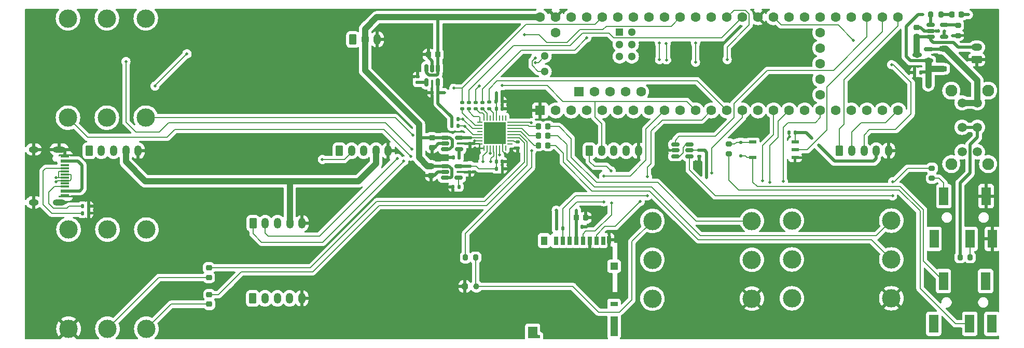
<source format=gtl>
%TF.GenerationSoftware,KiCad,Pcbnew,8.0.2*%
%TF.CreationDate,2024-10-21T17:53:15+02:00*%
%TF.ProjectId,teensyAudioMidi,7465656e-7379-4417-9564-696f4d696469,rev?*%
%TF.SameCoordinates,Original*%
%TF.FileFunction,Copper,L1,Top*%
%TF.FilePolarity,Positive*%
%FSLAX46Y46*%
G04 Gerber Fmt 4.6, Leading zero omitted, Abs format (unit mm)*
G04 Created by KiCad (PCBNEW 8.0.2) date 2024-10-21 17:53:15*
%MOMM*%
%LPD*%
G01*
G04 APERTURE LIST*
G04 Aperture macros list*
%AMRoundRect*
0 Rectangle with rounded corners*
0 $1 Rounding radius*
0 $2 $3 $4 $5 $6 $7 $8 $9 X,Y pos of 4 corners*
0 Add a 4 corners polygon primitive as box body*
4,1,4,$2,$3,$4,$5,$6,$7,$8,$9,$2,$3,0*
0 Add four circle primitives for the rounded corners*
1,1,$1+$1,$2,$3*
1,1,$1+$1,$4,$5*
1,1,$1+$1,$6,$7*
1,1,$1+$1,$8,$9*
0 Add four rect primitives between the rounded corners*
20,1,$1+$1,$2,$3,$4,$5,0*
20,1,$1+$1,$4,$5,$6,$7,0*
20,1,$1+$1,$6,$7,$8,$9,0*
20,1,$1+$1,$8,$9,$2,$3,0*%
%AMRotRect*
0 Rectangle, with rotation*
0 The origin of the aperture is its center*
0 $1 length*
0 $2 width*
0 $3 Rotation angle, in degrees counterclockwise*
0 Add horizontal line*
21,1,$1,$2,0,0,$3*%
G04 Aperture macros list end*
%TA.AperFunction,SMDPad,CuDef*%
%ADD10RoundRect,0.135000X-0.135000X-0.185000X0.135000X-0.185000X0.135000X0.185000X-0.135000X0.185000X0*%
%TD*%
%TA.AperFunction,SMDPad,CuDef*%
%ADD11RoundRect,0.150000X-0.512500X-0.150000X0.512500X-0.150000X0.512500X0.150000X-0.512500X0.150000X0*%
%TD*%
%TA.AperFunction,SMDPad,CuDef*%
%ADD12RoundRect,0.200000X0.275000X-0.200000X0.275000X0.200000X-0.275000X0.200000X-0.275000X-0.200000X0*%
%TD*%
%TA.AperFunction,SMDPad,CuDef*%
%ADD13RoundRect,0.200000X0.200000X0.275000X-0.200000X0.275000X-0.200000X-0.275000X0.200000X-0.275000X0*%
%TD*%
%TA.AperFunction,SMDPad,CuDef*%
%ADD14RoundRect,0.150000X0.587500X0.150000X-0.587500X0.150000X-0.587500X-0.150000X0.587500X-0.150000X0*%
%TD*%
%TA.AperFunction,ComponentPad*%
%ADD15RoundRect,0.250000X0.625000X-0.350000X0.625000X0.350000X-0.625000X0.350000X-0.625000X-0.350000X0*%
%TD*%
%TA.AperFunction,ComponentPad*%
%ADD16O,1.750000X1.200000*%
%TD*%
%TA.AperFunction,SMDPad,CuDef*%
%ADD17RoundRect,0.218750X-0.218750X-0.256250X0.218750X-0.256250X0.218750X0.256250X-0.218750X0.256250X0*%
%TD*%
%TA.AperFunction,SMDPad,CuDef*%
%ADD18RoundRect,0.225000X-0.375000X0.225000X-0.375000X-0.225000X0.375000X-0.225000X0.375000X0.225000X0*%
%TD*%
%TA.AperFunction,SMDPad,CuDef*%
%ADD19RoundRect,0.225000X0.250000X-0.225000X0.250000X0.225000X-0.250000X0.225000X-0.250000X-0.225000X0*%
%TD*%
%TA.AperFunction,ComponentPad*%
%ADD20RoundRect,0.250000X-0.250000X-0.250000X0.250000X-0.250000X0.250000X0.250000X-0.250000X0.250000X0*%
%TD*%
%TA.AperFunction,ComponentPad*%
%ADD21C,1.000000*%
%TD*%
%TA.AperFunction,SMDPad,CuDef*%
%ADD22RoundRect,0.140000X0.140000X0.170000X-0.140000X0.170000X-0.140000X-0.170000X0.140000X-0.170000X0*%
%TD*%
%TA.AperFunction,SMDPad,CuDef*%
%ADD23RoundRect,0.200000X-0.200000X-0.275000X0.200000X-0.275000X0.200000X0.275000X-0.200000X0.275000X0*%
%TD*%
%TA.AperFunction,SMDPad,CuDef*%
%ADD24RoundRect,0.140000X0.170000X-0.140000X0.170000X0.140000X-0.170000X0.140000X-0.170000X-0.140000X0*%
%TD*%
%TA.AperFunction,ComponentPad*%
%ADD25RoundRect,0.250000X-0.350000X-0.625000X0.350000X-0.625000X0.350000X0.625000X-0.350000X0.625000X0*%
%TD*%
%TA.AperFunction,ComponentPad*%
%ADD26O,1.200000X1.750000*%
%TD*%
%TA.AperFunction,SMDPad,CuDef*%
%ADD27RoundRect,0.225000X-0.250000X0.225000X-0.250000X-0.225000X0.250000X-0.225000X0.250000X0.225000X0*%
%TD*%
%TA.AperFunction,SMDPad,CuDef*%
%ADD28RoundRect,0.200000X-0.275000X0.200000X-0.275000X-0.200000X0.275000X-0.200000X0.275000X0.200000X0*%
%TD*%
%TA.AperFunction,SMDPad,CuDef*%
%ADD29RoundRect,0.225000X0.225000X0.250000X-0.225000X0.250000X-0.225000X-0.250000X0.225000X-0.250000X0*%
%TD*%
%TA.AperFunction,SMDPad,CuDef*%
%ADD30R,1.450000X0.600000*%
%TD*%
%TA.AperFunction,SMDPad,CuDef*%
%ADD31R,1.450000X0.300000*%
%TD*%
%TA.AperFunction,ComponentPad*%
%ADD32O,2.100000X1.000000*%
%TD*%
%TA.AperFunction,ComponentPad*%
%ADD33O,1.600000X1.000000*%
%TD*%
%TA.AperFunction,SMDPad,CuDef*%
%ADD34RoundRect,0.135000X-0.185000X0.135000X-0.185000X-0.135000X0.185000X-0.135000X0.185000X0.135000X0*%
%TD*%
%TA.AperFunction,SMDPad,CuDef*%
%ADD35RoundRect,0.140000X-0.170000X0.140000X-0.170000X-0.140000X0.170000X-0.140000X0.170000X0.140000X0*%
%TD*%
%TA.AperFunction,SMDPad,CuDef*%
%ADD36RoundRect,0.140000X-0.140000X-0.170000X0.140000X-0.170000X0.140000X0.170000X-0.140000X0.170000X0*%
%TD*%
%TA.AperFunction,SMDPad,CuDef*%
%ADD37RoundRect,0.225000X-0.225000X-0.250000X0.225000X-0.250000X0.225000X0.250000X-0.225000X0.250000X0*%
%TD*%
%TA.AperFunction,SMDPad,CuDef*%
%ADD38R,1.208024X0.466344*%
%TD*%
%TA.AperFunction,ComponentPad*%
%ADD39C,3.000000*%
%TD*%
%TA.AperFunction,SMDPad,CuDef*%
%ADD40R,1.500000X3.000000*%
%TD*%
%TA.AperFunction,SMDPad,CuDef*%
%ADD41RoundRect,0.150000X-0.150000X0.512500X-0.150000X-0.512500X0.150000X-0.512500X0.150000X0.512500X0*%
%TD*%
%TA.AperFunction,SMDPad,CuDef*%
%ADD42RoundRect,0.135000X0.135000X0.185000X-0.135000X0.185000X-0.135000X-0.185000X0.135000X-0.185000X0*%
%TD*%
%TA.AperFunction,SMDPad,CuDef*%
%ADD43RoundRect,0.125000X-0.125000X0.125000X-0.125000X-0.125000X0.125000X-0.125000X0.125000X0.125000X0*%
%TD*%
%TA.AperFunction,SMDPad,CuDef*%
%ADD44RoundRect,0.062500X0.062500X-0.337500X0.062500X0.337500X-0.062500X0.337500X-0.062500X-0.337500X0*%
%TD*%
%TA.AperFunction,SMDPad,CuDef*%
%ADD45RoundRect,0.062500X0.337500X-0.062500X0.337500X0.062500X-0.337500X0.062500X-0.337500X-0.062500X0*%
%TD*%
%TA.AperFunction,HeatsinkPad*%
%ADD46R,3.600000X3.600000*%
%TD*%
%TA.AperFunction,SMDPad,CuDef*%
%ADD47R,0.700000X1.400000*%
%TD*%
%TA.AperFunction,SMDPad,CuDef*%
%ADD48R,0.700000X1.200000*%
%TD*%
%TA.AperFunction,SMDPad,CuDef*%
%ADD49R,1.200000X0.800000*%
%TD*%
%TA.AperFunction,SMDPad,CuDef*%
%ADD50R,1.500000X1.900000*%
%TD*%
%TA.AperFunction,SMDPad,CuDef*%
%ADD51RotRect,0.200000X0.200000X45.000000*%
%TD*%
%TA.AperFunction,SMDPad,CuDef*%
%ADD52R,0.500000X0.500000*%
%TD*%
%TA.AperFunction,SMDPad,CuDef*%
%ADD53R,1.000000X1.400000*%
%TD*%
%TA.AperFunction,SMDPad,CuDef*%
%ADD54R,1.200000X1.200000*%
%TD*%
%TA.AperFunction,SMDPad,CuDef*%
%ADD55R,1.200000X3.200000*%
%TD*%
%TA.AperFunction,ComponentPad*%
%ADD56C,1.500000*%
%TD*%
%TA.AperFunction,ComponentPad*%
%ADD57C,1.950000*%
%TD*%
%TA.AperFunction,ComponentPad*%
%ADD58R,1.600000X1.600000*%
%TD*%
%TA.AperFunction,ComponentPad*%
%ADD59C,1.600000*%
%TD*%
%TA.AperFunction,ComponentPad*%
%ADD60R,1.300000X1.300000*%
%TD*%
%TA.AperFunction,ComponentPad*%
%ADD61C,1.300000*%
%TD*%
%TA.AperFunction,ViaPad*%
%ADD62C,0.500000*%
%TD*%
%TA.AperFunction,ViaPad*%
%ADD63C,0.600000*%
%TD*%
%TA.AperFunction,Conductor*%
%ADD64C,0.200000*%
%TD*%
%TA.AperFunction,Conductor*%
%ADD65C,0.500000*%
%TD*%
%TA.AperFunction,Conductor*%
%ADD66C,1.000000*%
%TD*%
G04 APERTURE END LIST*
D10*
X176690000Y-35920000D03*
X177710000Y-35920000D03*
D11*
X179255000Y-28205000D03*
X179255000Y-29155000D03*
X179255000Y-30105000D03*
X181530000Y-30105000D03*
X181530000Y-28205000D03*
D12*
X183770000Y-29900000D03*
X183770000Y-28250000D03*
D13*
X180965000Y-26460000D03*
X179315000Y-26460000D03*
D14*
X178940000Y-34005000D03*
X178940000Y-32105000D03*
X177065000Y-33055000D03*
D15*
X186810000Y-33840000D03*
D16*
X186810000Y-31840000D03*
D17*
X182742500Y-26460000D03*
X184317500Y-26460000D03*
D18*
X181352500Y-32062500D03*
X181352500Y-35362500D03*
D19*
X177030000Y-30110000D03*
X177030000Y-28560000D03*
D20*
X103250000Y-70930000D03*
D21*
X105150000Y-70930000D03*
D22*
X102347500Y-49840000D03*
X101387500Y-49840000D03*
D23*
X103385000Y-66190000D03*
X105035000Y-66190000D03*
D24*
X95565000Y-37552500D03*
X95565000Y-36592500D03*
D10*
X101165000Y-43540000D03*
X102185000Y-43540000D03*
D25*
X164413334Y-48750000D03*
D26*
X166413334Y-48750000D03*
X168413334Y-48750000D03*
X170413334Y-48750000D03*
X172413334Y-48750000D03*
D27*
X61500000Y-67900000D03*
X61500000Y-69450000D03*
D28*
X179500000Y-51595000D03*
X179500000Y-53245000D03*
D25*
X68660000Y-72880000D03*
D26*
X70660000Y-72880000D03*
X72660000Y-72880000D03*
X74660000Y-72880000D03*
X76660000Y-72880000D03*
D29*
X116830000Y-47850000D03*
X115280000Y-47850000D03*
D30*
X37995000Y-49610000D03*
X37995000Y-50410000D03*
D31*
X37995000Y-51610000D03*
X37995000Y-52610000D03*
X37995000Y-53110000D03*
X37995000Y-54110000D03*
D30*
X37995000Y-55310000D03*
X37995000Y-56110000D03*
X37995000Y-56110000D03*
X37995000Y-55310000D03*
D31*
X37995000Y-54610000D03*
X37995000Y-53610000D03*
X37995000Y-52110000D03*
X37995000Y-51110000D03*
D30*
X37995000Y-50410000D03*
X37995000Y-49610000D03*
D32*
X37080000Y-48540000D03*
D33*
X32900000Y-48540000D03*
D32*
X37080000Y-57180000D03*
D33*
X32900000Y-57180000D03*
D34*
X103920000Y-40840000D03*
X103920000Y-41860000D03*
D25*
X41943334Y-48750000D03*
D26*
X43943334Y-48750000D03*
X45943334Y-48750000D03*
X47943334Y-48750000D03*
X49943334Y-48750000D03*
D10*
X101150000Y-44680000D03*
X102170000Y-44680000D03*
D22*
X122410000Y-61220000D03*
X121450000Y-61220000D03*
D35*
X104065000Y-51245000D03*
X104065000Y-52205000D03*
D11*
X137632500Y-47740000D03*
X137632500Y-48690000D03*
X137632500Y-49640000D03*
X139907500Y-49640000D03*
X139907500Y-48690000D03*
X139907500Y-47740000D03*
D36*
X108380000Y-40700000D03*
X109340000Y-40700000D03*
D11*
X100012500Y-51250000D03*
X100012500Y-52200000D03*
X100012500Y-53150000D03*
X102287500Y-53150000D03*
X102287500Y-51250000D03*
D29*
X116845000Y-46310000D03*
X115295000Y-46310000D03*
D37*
X121455000Y-59700000D03*
X123005000Y-59700000D03*
D34*
X106140000Y-40850000D03*
X106140000Y-41870000D03*
D38*
X150276600Y-47320000D03*
X150276600Y-49860000D03*
X157160000Y-49860000D03*
X157160000Y-48590000D03*
X157160000Y-47320000D03*
D34*
X107230000Y-40820000D03*
X107230000Y-41840000D03*
D25*
X84980000Y-30540000D03*
D26*
X86980000Y-30540000D03*
X88980000Y-30540000D03*
D35*
X111900000Y-47320000D03*
X111900000Y-48280000D03*
D25*
X68700000Y-60590000D03*
D26*
X70700000Y-60590000D03*
X72700000Y-60590000D03*
X74700000Y-60590000D03*
X76700000Y-60590000D03*
D39*
X150120000Y-66570000D03*
X133890000Y-66570000D03*
X150120000Y-72920000D03*
X133890000Y-72920000D03*
X150120000Y-60220000D03*
X133890000Y-60220000D03*
D40*
X188350000Y-56152500D03*
X181450000Y-56152500D03*
X185750000Y-63152500D03*
X189350000Y-63152500D03*
X179850000Y-63152500D03*
D36*
X156210000Y-45760000D03*
X157170000Y-45760000D03*
D10*
X40860000Y-57830000D03*
X41880000Y-57830000D03*
D41*
X98880000Y-35285000D03*
X97930000Y-35285000D03*
X96980000Y-35285000D03*
X96980000Y-37560000D03*
X98880000Y-37560000D03*
D13*
X185735000Y-66170000D03*
X184085000Y-66170000D03*
D10*
X40850000Y-58940000D03*
X41870000Y-58940000D03*
D29*
X116840000Y-44790000D03*
X115290000Y-44790000D03*
D40*
X188280000Y-70050000D03*
X181380000Y-70050000D03*
X185680000Y-77050000D03*
X189280000Y-77050000D03*
X179780000Y-77050000D03*
D39*
X44935000Y-77855000D03*
X44935000Y-61625000D03*
X38585000Y-77855000D03*
X38585000Y-61625000D03*
X51285000Y-77855000D03*
X51285000Y-61625000D03*
D27*
X97897500Y-46640000D03*
X97897500Y-48190000D03*
X61560000Y-72290000D03*
X61560000Y-73840000D03*
D42*
X119240000Y-61440000D03*
X118220000Y-61440000D03*
D35*
X141567500Y-48690000D03*
X141567500Y-49650000D03*
D34*
X102870000Y-40825000D03*
X102870000Y-41845000D03*
D11*
X100080000Y-46590000D03*
X100080000Y-47540000D03*
X100080000Y-48490000D03*
X102355000Y-48490000D03*
X102355000Y-46590000D03*
D34*
X105050000Y-40860000D03*
X105050000Y-41880000D03*
D43*
X148276528Y-47347164D03*
X148276528Y-49547164D03*
D25*
X82766667Y-48750000D03*
D26*
X84766667Y-48750000D03*
X86766667Y-48750000D03*
X88766667Y-48750000D03*
X90766667Y-48750000D03*
D29*
X98880000Y-33022500D03*
X97330000Y-33022500D03*
D27*
X97755000Y-51250000D03*
X97755000Y-52800000D03*
D44*
X106410000Y-48320000D03*
X106910000Y-48320000D03*
X107410000Y-48320000D03*
X107910000Y-48320000D03*
X108410000Y-48320000D03*
X108910000Y-48320000D03*
X109410000Y-48320000D03*
X109910000Y-48320000D03*
D45*
X110610000Y-47620000D03*
X110610000Y-47120000D03*
X110610000Y-46620000D03*
X110610000Y-46120000D03*
X110610000Y-45620000D03*
X110610000Y-45120000D03*
X110610000Y-44620000D03*
X110610000Y-44120000D03*
D44*
X109910000Y-43420000D03*
X109410000Y-43420000D03*
X108910000Y-43420000D03*
X108410000Y-43420000D03*
X107910000Y-43420000D03*
X107410000Y-43420000D03*
X106910000Y-43420000D03*
X106410000Y-43420000D03*
D45*
X105710000Y-44120000D03*
X105710000Y-44620000D03*
X105710000Y-45120000D03*
X105710000Y-45620000D03*
X105710000Y-46120000D03*
X105710000Y-46620000D03*
X105710000Y-47120000D03*
X105710000Y-47620000D03*
D46*
X108160000Y-45870000D03*
D47*
X118125000Y-63430000D03*
X119225000Y-63430000D03*
X120325000Y-63430000D03*
X121425000Y-63430000D03*
X122525000Y-63430000D03*
X123625000Y-63430000D03*
X124725000Y-63430000D03*
X125825000Y-63430000D03*
D48*
X126775000Y-63330000D03*
D49*
X127625000Y-73830000D03*
D50*
X114325000Y-78430000D03*
D51*
X115075000Y-78880000D03*
D52*
X115325000Y-79130000D03*
D53*
X116225000Y-63430000D03*
D54*
X127625000Y-67630000D03*
D55*
X127625000Y-77430000D03*
D36*
X108390000Y-41890000D03*
X109350000Y-41890000D03*
D56*
X186920000Y-48910000D03*
X186920000Y-44910000D03*
X186920000Y-40910000D03*
X184420000Y-40910000D03*
X184420000Y-44910000D03*
X184420000Y-48910000D03*
D57*
X188670000Y-50910000D03*
X182670000Y-50910000D03*
X188670000Y-38910000D03*
X182670000Y-38910000D03*
D36*
X108400000Y-50520000D03*
X109360000Y-50520000D03*
D39*
X172875000Y-66515000D03*
X156645000Y-66515000D03*
X172875000Y-72865000D03*
X156645000Y-72865000D03*
X172875000Y-60165000D03*
X156645000Y-60165000D03*
D35*
X104087500Y-46595000D03*
X104087500Y-47555000D03*
D25*
X123590000Y-48750000D03*
D26*
X125590000Y-48750000D03*
X127590000Y-48750000D03*
X129590000Y-48750000D03*
X131590000Y-48750000D03*
D22*
X98895000Y-39232500D03*
X97935000Y-39232500D03*
X102295000Y-54655000D03*
X101335000Y-54655000D03*
D58*
X115560000Y-42150000D03*
D59*
X118100000Y-42150000D03*
X120640000Y-42150000D03*
X123180000Y-42150000D03*
X125720000Y-42150000D03*
X128260000Y-42150000D03*
X130800000Y-42150000D03*
X133340000Y-42150000D03*
X135880000Y-42150000D03*
X138420000Y-42150000D03*
X140960000Y-42150000D03*
X143500000Y-42150000D03*
X146040000Y-42150000D03*
X148580000Y-42150000D03*
X151120000Y-42150000D03*
X153660000Y-42150000D03*
X156200000Y-42150000D03*
X158740000Y-42150000D03*
X161280000Y-42150000D03*
X163820000Y-42150000D03*
X166360000Y-42150000D03*
X168900000Y-42150000D03*
X171440000Y-42150000D03*
X173980000Y-42150000D03*
X173980000Y-26910000D03*
X171440000Y-26910000D03*
X168900000Y-26910000D03*
X166360000Y-26910000D03*
X163820000Y-26910000D03*
X161280000Y-26910000D03*
X158740000Y-26910000D03*
X156200000Y-26910000D03*
X153660000Y-26910000D03*
X151120000Y-26910000D03*
X148580000Y-26910000D03*
X146040000Y-26910000D03*
X143500000Y-26910000D03*
X140960000Y-26910000D03*
X138420000Y-26910000D03*
X135880000Y-26910000D03*
X133340000Y-26910000D03*
X130800000Y-26910000D03*
X128260000Y-26910000D03*
X125720000Y-26910000D03*
X123180000Y-26910000D03*
X120640000Y-26910000D03*
X118100000Y-26910000D03*
X115560000Y-26910000D03*
X118100000Y-29450000D03*
X161280000Y-39610000D03*
X161280000Y-37070000D03*
X161280000Y-34530000D03*
X161280000Y-31990000D03*
X161280000Y-29450000D03*
D58*
X121859200Y-39099200D03*
D59*
X124399200Y-39099200D03*
X126939200Y-39099200D03*
X129479200Y-39099200D03*
X132019200Y-39099200D03*
D60*
X128530000Y-29348400D03*
D61*
X128530000Y-31348400D03*
X128530000Y-33348400D03*
X130530000Y-33348400D03*
X130530000Y-31348400D03*
X130530000Y-29348400D03*
X116290000Y-33260000D03*
X116290000Y-35800000D03*
D28*
X146340000Y-47635000D03*
X146340000Y-49285000D03*
D36*
X108440000Y-51680000D03*
X109400000Y-51680000D03*
D39*
X44845000Y-43335000D03*
X44845000Y-27105000D03*
X38495000Y-43335000D03*
X38495000Y-27105000D03*
X51195000Y-43335000D03*
X51195000Y-27105000D03*
D62*
X175940000Y-35910000D03*
X181590000Y-29150000D03*
X185450000Y-26490000D03*
X178060000Y-26500000D03*
X182880000Y-29910000D03*
X178160000Y-29130000D03*
X178927500Y-37210000D03*
X178930000Y-38070000D03*
X114790000Y-34305000D03*
X114790000Y-33555000D03*
X57920000Y-32900000D03*
X52690000Y-38170000D03*
X36510000Y-53130000D03*
X36571169Y-53827325D03*
X42920000Y-58950000D03*
X42900000Y-57830000D03*
X40770000Y-51970000D03*
X40770000Y-52930000D03*
X40770000Y-53920000D03*
X40770000Y-54940000D03*
X47950000Y-34170000D03*
X95570000Y-35680000D03*
X111600000Y-35910000D03*
X100470000Y-49840000D03*
X111920000Y-49020000D03*
X127700000Y-63320000D03*
X107420000Y-49190000D03*
X97940000Y-34050000D03*
X64065734Y-69389361D03*
X123660000Y-64800000D03*
X126770000Y-64650000D03*
X105660000Y-48330000D03*
X58930000Y-71710000D03*
X141590000Y-50440000D03*
X104320000Y-32970000D03*
X104110000Y-48260000D03*
D63*
X110200000Y-41890000D03*
D62*
X146220000Y-38420000D03*
X124010000Y-59720000D03*
X154760000Y-38680000D03*
X104050000Y-53040000D03*
X150080000Y-44720000D03*
X156370000Y-33470000D03*
X98980000Y-47530000D03*
X136650000Y-48690000D03*
D63*
X110230000Y-40700000D03*
D62*
X110180000Y-51690000D03*
X110170000Y-50550000D03*
X104880000Y-47170000D03*
X146120000Y-61450000D03*
X109830000Y-49280000D03*
X96940000Y-39240000D03*
X139850000Y-39310000D03*
X50920000Y-74660000D03*
X169850000Y-38470000D03*
X158700000Y-49850000D03*
X123150000Y-61200000D03*
X110280000Y-28260000D03*
X100320000Y-54640000D03*
X98840000Y-52200000D03*
X156240000Y-46490000D03*
X142750000Y-53160000D03*
X108390000Y-39240000D03*
X121470000Y-58460000D03*
X99930000Y-39220000D03*
X118190000Y-58460000D03*
X160980000Y-47840000D03*
X159870000Y-46700000D03*
X94770000Y-46160000D03*
X108960000Y-49440000D03*
X94610000Y-48460000D03*
X106240000Y-50530000D03*
X94420000Y-49640000D03*
X107480000Y-50545000D03*
X143600000Y-52350000D03*
X131910000Y-57060000D03*
X133070000Y-56120000D03*
X133070000Y-53000000D03*
X146080000Y-33830000D03*
X127150000Y-52050000D03*
X127180000Y-57250000D03*
X125930000Y-57090000D03*
X125910000Y-52850000D03*
X113010000Y-29770000D03*
X155230000Y-53740000D03*
X92260000Y-50000000D03*
X135050000Y-33850000D03*
X103255817Y-44725337D03*
X135040000Y-31110000D03*
X102930000Y-43540000D03*
X136180000Y-33880000D03*
X93310000Y-50450000D03*
X136150000Y-31180000D03*
X151900000Y-53620000D03*
X153010000Y-53940000D03*
X101450000Y-38530000D03*
X80020000Y-50170000D03*
X105630000Y-38140000D03*
X109340000Y-38110000D03*
X140920000Y-34250000D03*
X140920000Y-31130000D03*
X172910000Y-34660000D03*
X166690000Y-30670000D03*
X123190000Y-30290000D03*
X173090000Y-53800000D03*
X173070000Y-56120000D03*
X114140000Y-44130000D03*
X114170000Y-48740000D03*
D64*
X175950000Y-35920000D02*
X175940000Y-35910000D01*
X176690000Y-35920000D02*
X175950000Y-35920000D01*
D65*
X178925000Y-35910000D02*
X178927500Y-35912500D01*
X177790000Y-35910000D02*
X178925000Y-35910000D01*
X181530000Y-29210000D02*
X181590000Y-29150000D01*
X181530000Y-30105000D02*
X181530000Y-29210000D01*
X184347500Y-26490000D02*
X184317500Y-26460000D01*
X176290000Y-27430000D02*
X177220000Y-26500000D01*
X175280000Y-30690000D02*
X175280000Y-28440000D01*
X175280000Y-33290000D02*
X175280000Y-30690000D01*
X177220000Y-26500000D02*
X178060000Y-26500000D01*
X175890000Y-33900000D02*
X175280000Y-33290000D01*
X175995000Y-34005000D02*
X175890000Y-33900000D01*
X175280000Y-28440000D02*
X176290000Y-27430000D01*
X178940000Y-34005000D02*
X175995000Y-34005000D01*
X185450000Y-26490000D02*
X184347500Y-26490000D01*
X179690000Y-31050000D02*
X179255000Y-30615000D01*
X179255000Y-30615000D02*
X179255000Y-30105000D01*
X183820000Y-31840000D02*
X183030000Y-31050000D01*
X186810000Y-31840000D02*
X183820000Y-31840000D01*
X183030000Y-31050000D02*
X179690000Y-31050000D01*
X182890000Y-29900000D02*
X182880000Y-29910000D01*
X183770000Y-29900000D02*
X182890000Y-29900000D01*
X177590000Y-28560000D02*
X178160000Y-29130000D01*
X177030000Y-28560000D02*
X177590000Y-28560000D01*
X178185000Y-29155000D02*
X178160000Y-29130000D01*
X179255000Y-29155000D02*
X178185000Y-29155000D01*
X179255000Y-26520000D02*
X179315000Y-26460000D01*
X179255000Y-28205000D02*
X179255000Y-26520000D01*
X182742500Y-26460000D02*
X180965000Y-26460000D01*
X183725000Y-28205000D02*
X183770000Y-28250000D01*
X181530000Y-28205000D02*
X183725000Y-28205000D01*
X177035000Y-30105000D02*
X177030000Y-30110000D01*
X179255000Y-30105000D02*
X177035000Y-30105000D01*
D66*
X177030000Y-33020000D02*
X177065000Y-33055000D01*
X177030000Y-30110000D02*
X177030000Y-33020000D01*
X181352500Y-35362500D02*
X179062500Y-35362500D01*
X178940000Y-35240000D02*
X178940000Y-35900000D01*
X178940000Y-34005000D02*
X178940000Y-35240000D01*
X179062500Y-35362500D02*
X178940000Y-35240000D01*
X178940000Y-35900000D02*
X178927500Y-35912500D01*
X181722500Y-32062500D02*
X181352500Y-32062500D01*
X186920000Y-37260000D02*
X181722500Y-32062500D01*
X186920000Y-40910000D02*
X186920000Y-37260000D01*
X186920000Y-40910000D02*
X184420000Y-40910000D01*
X178927500Y-37210000D02*
X178927500Y-38067500D01*
X178927500Y-35912500D02*
X178927500Y-37210000D01*
X178927500Y-38067500D02*
X178930000Y-38070000D01*
D65*
X181310000Y-32105000D02*
X181352500Y-32062500D01*
X178940000Y-32105000D02*
X181310000Y-32105000D01*
D64*
X115245000Y-34305000D02*
X116290000Y-33260000D01*
X114790000Y-34305000D02*
X115245000Y-34305000D01*
X114762182Y-33555000D02*
X114790000Y-33555000D01*
X114240000Y-34077182D02*
X114762182Y-33555000D01*
X115240000Y-35800000D02*
X114240000Y-34800000D01*
X116290000Y-35800000D02*
X115240000Y-35800000D01*
X114240000Y-34800000D02*
X114240000Y-34077182D01*
X52820000Y-38040000D02*
X52820000Y-38000000D01*
X52820000Y-38000000D02*
X57920000Y-32900000D01*
X52690000Y-38170000D02*
X52820000Y-38040000D01*
X90340000Y-44190000D02*
X94610000Y-48460000D01*
X54900000Y-44190000D02*
X90340000Y-44190000D01*
X53390000Y-45700000D02*
X54900000Y-44190000D01*
X49620000Y-45700000D02*
X53390000Y-45700000D01*
X47960000Y-44040000D02*
X49620000Y-45700000D01*
X47950000Y-34170000D02*
X47960000Y-34180000D01*
X47960000Y-34180000D02*
X47960000Y-44040000D01*
X36788494Y-53610000D02*
X37995000Y-53610000D01*
X36571169Y-53827325D02*
X36788494Y-53610000D01*
X36530000Y-53110000D02*
X36510000Y-53130000D01*
X37995000Y-53110000D02*
X36530000Y-53110000D01*
X34440000Y-57530000D02*
X34440000Y-52060000D01*
X35850000Y-58940000D02*
X34440000Y-57530000D01*
X34890000Y-51610000D02*
X37995000Y-51610000D01*
X40850000Y-58940000D02*
X35850000Y-58940000D01*
X34440000Y-52060000D02*
X34890000Y-51610000D01*
X37020000Y-53110000D02*
X37995000Y-53110000D01*
X36970000Y-53060000D02*
X37020000Y-53110000D01*
X37020000Y-52110000D02*
X36970000Y-52160000D01*
X37995000Y-52110000D02*
X37020000Y-52110000D01*
X38800000Y-53610000D02*
X37995000Y-53610000D01*
X39020000Y-53390000D02*
X38800000Y-53610000D01*
X38970000Y-52610000D02*
X39020000Y-52660000D01*
X37995000Y-52610000D02*
X38970000Y-52610000D01*
X39020000Y-52660000D02*
X39020000Y-53390000D01*
X36290000Y-54610000D02*
X37995000Y-54610000D01*
X35360000Y-57400000D02*
X35360000Y-55540000D01*
X36090000Y-58130000D02*
X35360000Y-57400000D01*
X38330000Y-58130000D02*
X36090000Y-58130000D01*
X38630000Y-57830000D02*
X38330000Y-58130000D01*
X35360000Y-55540000D02*
X36290000Y-54610000D01*
X40860000Y-57830000D02*
X38630000Y-57830000D01*
X42910000Y-58940000D02*
X42920000Y-58950000D01*
X41870000Y-58940000D02*
X42910000Y-58940000D01*
X41880000Y-57830000D02*
X42900000Y-57830000D01*
D65*
X40770000Y-51970000D02*
X40770000Y-52930000D01*
X40770000Y-51110000D02*
X40770000Y-51970000D01*
X40770000Y-52930000D02*
X40770000Y-53920000D01*
X40770000Y-53920000D02*
X40770000Y-54940000D01*
X40770000Y-54940000D02*
X40400000Y-55310000D01*
X40400000Y-55310000D02*
X37995000Y-55310000D01*
X40070000Y-50410000D02*
X40770000Y-51110000D01*
X37995000Y-50410000D02*
X40070000Y-50410000D01*
D64*
X104065000Y-52205000D02*
X104065000Y-53025000D01*
X141567500Y-49650000D02*
X141567500Y-50417500D01*
X110170000Y-51680000D02*
X110180000Y-51690000D01*
X156210000Y-46460000D02*
X156240000Y-46490000D01*
D65*
X126775000Y-64645000D02*
X126770000Y-64650000D01*
X104087500Y-47555000D02*
X104087500Y-48237500D01*
D64*
X141567500Y-50417500D02*
X141590000Y-50440000D01*
X109410000Y-48320000D02*
X109410000Y-47120000D01*
X109410000Y-48860000D02*
X109410000Y-48320000D01*
X104930000Y-47120000D02*
X104880000Y-47170000D01*
D65*
X104087500Y-48237500D02*
X104110000Y-48260000D01*
X98990000Y-47540000D02*
X98980000Y-47530000D01*
X96947500Y-39232500D02*
X96940000Y-39240000D01*
X126775000Y-63330000D02*
X127690000Y-63330000D01*
X98320000Y-48190000D02*
X98980000Y-47530000D01*
X97330000Y-33440000D02*
X97940000Y-34050000D01*
D64*
X111900000Y-49000000D02*
X111920000Y-49020000D01*
X109340000Y-40700000D02*
X110230000Y-40700000D01*
D65*
X123005000Y-59700000D02*
X123990000Y-59700000D01*
D64*
X109830000Y-49280000D02*
X109410000Y-48860000D01*
X106410000Y-48320000D02*
X105670000Y-48320000D01*
D65*
X101387500Y-49840000D02*
X100470000Y-49840000D01*
X123625000Y-63430000D02*
X123625000Y-64765000D01*
X100080000Y-47540000D02*
X98990000Y-47540000D01*
X97755000Y-52800000D02*
X98240000Y-52800000D01*
X123625000Y-64765000D02*
X123660000Y-64800000D01*
D64*
X101335000Y-54655000D02*
X100335000Y-54655000D01*
D65*
X123130000Y-61220000D02*
X123150000Y-61200000D01*
D64*
X136650000Y-48690000D02*
X137632500Y-48690000D01*
X156210000Y-45760000D02*
X156210000Y-46460000D01*
D65*
X123990000Y-59700000D02*
X124010000Y-59720000D01*
D64*
X157160000Y-49860000D02*
X158690000Y-49860000D01*
D65*
X97897500Y-48190000D02*
X98320000Y-48190000D01*
X95565000Y-36592500D02*
X95565000Y-35685000D01*
D64*
X109400000Y-51680000D02*
X110170000Y-51680000D01*
X158690000Y-49860000D02*
X158700000Y-49850000D01*
D65*
X98240000Y-52800000D02*
X98840000Y-52200000D01*
D64*
X105670000Y-48320000D02*
X105660000Y-48330000D01*
D65*
X97330000Y-33022500D02*
X97330000Y-33440000D01*
X95565000Y-35685000D02*
X95570000Y-35680000D01*
D64*
X110170000Y-50550000D02*
X109390000Y-50550000D01*
X104065000Y-53025000D02*
X104050000Y-53040000D01*
D65*
X97930000Y-34060000D02*
X97940000Y-34050000D01*
D64*
X109350000Y-41890000D02*
X110200000Y-41890000D01*
D65*
X97935000Y-39232500D02*
X96947500Y-39232500D01*
D64*
X105710000Y-47120000D02*
X104930000Y-47120000D01*
X111900000Y-48280000D02*
X111900000Y-49000000D01*
D65*
X97930000Y-35285000D02*
X97930000Y-34060000D01*
X122410000Y-61220000D02*
X123130000Y-61220000D01*
D64*
X107410000Y-48320000D02*
X107410000Y-49180000D01*
D65*
X126775000Y-63330000D02*
X126775000Y-64645000D01*
D64*
X100335000Y-54655000D02*
X100320000Y-54640000D01*
X107410000Y-49180000D02*
X107420000Y-49190000D01*
D65*
X100012500Y-52200000D02*
X98840000Y-52200000D01*
X127690000Y-63330000D02*
X127700000Y-63320000D01*
D64*
X108410000Y-48320000D02*
X108410000Y-50510000D01*
X108400000Y-50520000D02*
X108400000Y-51640000D01*
X105570000Y-51680000D02*
X108440000Y-51680000D01*
X105135000Y-51245000D02*
X105570000Y-51680000D01*
D65*
X102287500Y-51250000D02*
X104060000Y-51250000D01*
D64*
X104065000Y-51245000D02*
X105135000Y-51245000D01*
D65*
X102355000Y-46590000D02*
X104082500Y-46590000D01*
D64*
X105710000Y-46620000D02*
X104112500Y-46620000D01*
X139907500Y-48690000D02*
X141567500Y-48690000D01*
D66*
X115560000Y-26910000D02*
X98860000Y-26910000D01*
D65*
X95800000Y-46640000D02*
X95790000Y-46650000D01*
X184085000Y-66170000D02*
X184085000Y-54015000D01*
D66*
X98860000Y-26910000D02*
X88880000Y-26910000D01*
D65*
X100970000Y-53150000D02*
X101160000Y-52960000D01*
X100080000Y-48490000D02*
X100742499Y-48490000D01*
X101160000Y-52960000D02*
X101160000Y-51735001D01*
X141567500Y-48690000D02*
X142460000Y-48690000D01*
X185720000Y-47740000D02*
X186920000Y-46540000D01*
X100674999Y-51250000D02*
X100012500Y-51250000D01*
X100790000Y-46590000D02*
X100080000Y-46590000D01*
D66*
X86980000Y-28810000D02*
X86980000Y-30540000D01*
D65*
X184085000Y-54015000D02*
X185720000Y-52380000D01*
X185720000Y-52380000D02*
X185720000Y-47740000D01*
X96980000Y-35947499D02*
X97430001Y-36397500D01*
X98880000Y-33022500D02*
X98880000Y-26930000D01*
X98672500Y-36397500D02*
X98880000Y-36190000D01*
X101192500Y-48039999D02*
X101192500Y-46992500D01*
D66*
X95790000Y-44430000D02*
X95790000Y-46650000D01*
D65*
X100012500Y-51250000D02*
X97170000Y-51250000D01*
D66*
X86980000Y-30540000D02*
X86980000Y-35620000D01*
X97170000Y-51250000D02*
X97755000Y-51250000D01*
D65*
X186920000Y-46540000D02*
X186920000Y-44910000D01*
X101160000Y-51735001D02*
X100674999Y-51250000D01*
X97430001Y-36397500D02*
X98672500Y-36397500D01*
X100080000Y-46590000D02*
X97947500Y-46590000D01*
X142550000Y-48780000D02*
X142750000Y-48980000D01*
X96980000Y-35285000D02*
X96980000Y-35947499D01*
X100012500Y-53150000D02*
X100970000Y-53150000D01*
X142750000Y-48980000D02*
X142750000Y-53160000D01*
X142460000Y-48690000D02*
X142550000Y-48780000D01*
D66*
X86980000Y-35620000D02*
X95790000Y-44430000D01*
D65*
X98880000Y-33022500D02*
X98880000Y-35285000D01*
X98880000Y-36190000D02*
X98880000Y-35285000D01*
X98880000Y-26930000D02*
X98860000Y-26910000D01*
D66*
X95790000Y-49870000D02*
X97170000Y-51250000D01*
D65*
X97897500Y-46640000D02*
X95800000Y-46640000D01*
D66*
X95790000Y-46650000D02*
X95790000Y-49870000D01*
D65*
X100742499Y-48490000D02*
X101192500Y-48039999D01*
X186920000Y-44910000D02*
X184420000Y-44910000D01*
D66*
X88880000Y-26910000D02*
X86980000Y-28810000D01*
D65*
X101192500Y-46992500D02*
X100790000Y-46590000D01*
D64*
X102287500Y-53150000D02*
X102287500Y-54647500D01*
D65*
X102355000Y-48490000D02*
X102355000Y-49832500D01*
X157170000Y-45760000D02*
X158930000Y-45760000D01*
X98880000Y-37560000D02*
X98880000Y-39217500D01*
X158930000Y-45760000D02*
X159870000Y-46700000D01*
D66*
X74860000Y-53750000D02*
X51140000Y-53750000D01*
D65*
X163610000Y-50470000D02*
X169990000Y-50470000D01*
D66*
X51140000Y-53750000D02*
X47943334Y-50553334D01*
X88766667Y-48750000D02*
X88766667Y-50873333D01*
X88766667Y-50873333D02*
X85890000Y-53750000D01*
X74700000Y-60590000D02*
X74700000Y-53910000D01*
D65*
X98895000Y-39232500D02*
X99917500Y-39232500D01*
X101165000Y-43540000D02*
X101165000Y-43265000D01*
D66*
X85890000Y-53750000D02*
X74860000Y-53750000D01*
D64*
X108390000Y-41890000D02*
X108390000Y-43400000D01*
D65*
X170413334Y-50046666D02*
X170413334Y-48750000D01*
X101150000Y-44680000D02*
X101150000Y-43555000D01*
X121455000Y-58475000D02*
X121470000Y-58460000D01*
X121450000Y-61220000D02*
X121450000Y-63405000D01*
X118220000Y-61440000D02*
X118220000Y-58490000D01*
D66*
X74700000Y-53910000D02*
X74860000Y-53750000D01*
D64*
X157170000Y-45760000D02*
X157170000Y-47310000D01*
D65*
X99917500Y-39232500D02*
X99930000Y-39220000D01*
X101165000Y-43265000D02*
X98895000Y-40995000D01*
D64*
X108390000Y-41890000D02*
X108390000Y-40710000D01*
D65*
X121455000Y-59700000D02*
X121455000Y-61215000D01*
X121455000Y-59700000D02*
X121455000Y-58475000D01*
X160980000Y-47840000D02*
X163610000Y-50470000D01*
X169990000Y-50470000D02*
X170413334Y-50046666D01*
X108390000Y-39240000D02*
X108390000Y-40690000D01*
X118220000Y-58490000D02*
X118190000Y-58460000D01*
D66*
X47943334Y-50553334D02*
X47943334Y-48750000D01*
D65*
X98895000Y-40995000D02*
X98895000Y-39232500D01*
D64*
X111240000Y-47120000D02*
X111440000Y-47320000D01*
X110610000Y-47120000D02*
X111240000Y-47120000D01*
X111440000Y-47320000D02*
X111900000Y-47320000D01*
X53340000Y-69450000D02*
X44935000Y-77855000D01*
X61500000Y-69450000D02*
X53340000Y-69450000D01*
X78040000Y-67900000D02*
X88890000Y-57050000D01*
X106520000Y-57050000D02*
X112960000Y-50610000D01*
X112136134Y-46620000D02*
X110610000Y-46620000D01*
X61500000Y-67900000D02*
X78040000Y-67900000D01*
X88890000Y-57050000D02*
X106520000Y-57050000D01*
X112960000Y-50610000D02*
X112960000Y-47443866D01*
X112960000Y-47443866D02*
X112136134Y-46620000D01*
X66810000Y-68530000D02*
X78460000Y-68530000D01*
X112250000Y-46120000D02*
X110610000Y-46120000D01*
X89290000Y-57700000D02*
X106820000Y-57700000D01*
X113410000Y-51110000D02*
X113410000Y-47280000D01*
X78460000Y-68530000D02*
X89290000Y-57700000D01*
X113410000Y-47280000D02*
X112250000Y-46120000D01*
X63050000Y-72290000D02*
X66810000Y-68530000D01*
X106820000Y-57700000D02*
X113410000Y-51110000D01*
X61560000Y-72290000D02*
X63050000Y-72290000D01*
X55300000Y-73840000D02*
X51285000Y-77855000D01*
X61560000Y-73840000D02*
X55300000Y-73840000D01*
X118080000Y-47850000D02*
X119360000Y-49130000D01*
X133420000Y-55320000D02*
X141360000Y-63260000D01*
X124040000Y-55320000D02*
X133420000Y-55320000D01*
X169620000Y-63260000D02*
X172875000Y-66515000D01*
X141360000Y-63260000D02*
X169620000Y-63260000D01*
X119360000Y-50640000D02*
X124040000Y-55320000D01*
X116830000Y-47850000D02*
X118080000Y-47850000D01*
X119360000Y-49130000D02*
X119360000Y-50640000D01*
X114610000Y-47850000D02*
X115280000Y-47850000D01*
X112380000Y-45620000D02*
X114610000Y-47850000D01*
X110610000Y-45620000D02*
X112380000Y-45620000D01*
X172875000Y-60165000D02*
X170400000Y-62640000D01*
X124390000Y-54700000D02*
X119900000Y-50210000D01*
X170400000Y-62640000D02*
X141720000Y-62640000D01*
X133780000Y-54700000D02*
X124390000Y-54700000D01*
X119900000Y-47760000D02*
X118450000Y-46310000D01*
X141720000Y-62640000D02*
X133780000Y-54700000D01*
X118450000Y-46310000D02*
X116845000Y-46310000D01*
X119900000Y-50210000D02*
X119900000Y-47760000D01*
X110610000Y-45120000D02*
X112550000Y-45120000D01*
X113740000Y-46310000D02*
X115295000Y-46310000D01*
X112550000Y-45120000D02*
X113740000Y-46310000D01*
X141000000Y-60220000D02*
X134720000Y-53940000D01*
X134720000Y-53940000D02*
X124770000Y-53940000D01*
X150120000Y-60220000D02*
X141000000Y-60220000D01*
X124770000Y-53940000D02*
X120640000Y-49810000D01*
X118640000Y-44790000D02*
X116840000Y-44790000D01*
X120640000Y-46790000D02*
X118640000Y-44790000D01*
X120640000Y-49810000D02*
X120640000Y-46790000D01*
X110610000Y-44620000D02*
X113550000Y-44620000D01*
X113550000Y-44620000D02*
X113720000Y-44790000D01*
X113720000Y-44790000D02*
X115290000Y-44790000D01*
D65*
X96980000Y-37560000D02*
X95572500Y-37560000D01*
D64*
X151010000Y-54600000D02*
X174320000Y-54600000D01*
X178100000Y-66770000D02*
X181380000Y-70050000D01*
X150276600Y-49860000D02*
X150276600Y-53866600D01*
X149037164Y-49547164D02*
X149350000Y-49860000D01*
X148276528Y-49547164D02*
X149037164Y-49547164D01*
X149350000Y-49860000D02*
X150276600Y-49860000D01*
X174320000Y-54600000D02*
X178100000Y-58380000D01*
X178100000Y-58380000D02*
X178100000Y-66770000D01*
X150276600Y-53866600D02*
X151010000Y-54600000D01*
X146340000Y-47635000D02*
X147305000Y-47635000D01*
X147592836Y-47347164D02*
X148276528Y-47347164D01*
X148276528Y-47347164D02*
X150249436Y-47347164D01*
X147305000Y-47635000D02*
X147592836Y-47347164D01*
X108910000Y-48320000D02*
X108910000Y-49390000D01*
X94770000Y-46160000D02*
X91945000Y-43335000D01*
X91945000Y-43335000D02*
X51195000Y-43335000D01*
X108910000Y-49390000D02*
X108960000Y-49440000D01*
X106910000Y-48922182D02*
X106901091Y-48931091D01*
X106240000Y-49592182D02*
X106240000Y-50530000D01*
X106901091Y-48931091D02*
X106240000Y-49592182D01*
X106910000Y-48320000D02*
X106910000Y-48922182D01*
X107970000Y-49553866D02*
X107480000Y-50043866D01*
X55960000Y-45230000D02*
X90020000Y-45230000D01*
X41710000Y-46550000D02*
X54640000Y-46550000D01*
X107970000Y-48962182D02*
X107970000Y-49553866D01*
X54640000Y-46550000D02*
X55960000Y-45230000D01*
X90020000Y-45230000D02*
X94420000Y-49630000D01*
X107480000Y-50043866D02*
X107480000Y-50545000D01*
X38495000Y-43335000D02*
X41710000Y-46550000D01*
X107910000Y-48902182D02*
X107970000Y-48962182D01*
X107910000Y-48320000D02*
X107910000Y-48902182D01*
X94420000Y-49630000D02*
X94420000Y-49640000D01*
X147930000Y-55170000D02*
X174130000Y-55170000D01*
X146340000Y-53580000D02*
X147930000Y-55170000D01*
X177560000Y-58600000D02*
X177560000Y-71240000D01*
X183370000Y-77050000D02*
X185680000Y-77050000D01*
X177560000Y-71240000D02*
X183370000Y-77050000D01*
X146340000Y-49285000D02*
X146340000Y-53580000D01*
X174130000Y-55170000D02*
X177560000Y-58600000D01*
X180685000Y-53245000D02*
X181450000Y-54010000D01*
X179500000Y-53245000D02*
X180685000Y-53245000D01*
X181450000Y-54010000D02*
X181450000Y-56152500D01*
X185750000Y-63152500D02*
X185750000Y-66155000D01*
X130540000Y-73080000D02*
X128490000Y-75130000D01*
X130540000Y-63570000D02*
X130540000Y-73080000D01*
X128490000Y-75130000D02*
X125090000Y-75130000D01*
X120890000Y-70930000D02*
X105150000Y-70930000D01*
X133890000Y-60220000D02*
X130540000Y-63570000D01*
X105035000Y-66190000D02*
X105035000Y-70815000D01*
X125090000Y-75130000D02*
X120890000Y-70930000D01*
X124725000Y-62565000D02*
X124725000Y-63430000D01*
X148580000Y-43310000D02*
X148580000Y-42150000D01*
X143600000Y-48290000D02*
X148580000Y-43310000D01*
X143600000Y-52350000D02*
X143600000Y-48290000D01*
X131910000Y-57060000D02*
X131900000Y-57060000D01*
X131900000Y-57060000D02*
X127830000Y-61130000D01*
X126160000Y-61130000D02*
X124725000Y-62565000D01*
X127830000Y-61130000D02*
X126160000Y-61130000D01*
X133650000Y-50850000D02*
X133070000Y-51430000D01*
X121350000Y-56120000D02*
X119240000Y-58230000D01*
X141950000Y-43700000D02*
X135510000Y-43700000D01*
X119240000Y-58230000D02*
X119240000Y-61440000D01*
X133070000Y-51430000D02*
X133070000Y-53000000D01*
X143500000Y-42150000D02*
X141950000Y-43700000D01*
X133070000Y-56120000D02*
X121350000Y-56120000D01*
X133650000Y-45560000D02*
X133650000Y-50850000D01*
X119225000Y-63430000D02*
X119225000Y-61455000D01*
X135510000Y-43700000D02*
X133650000Y-45560000D01*
X123590000Y-50480000D02*
X123590000Y-48750000D01*
X122980000Y-61900000D02*
X122525000Y-62355000D01*
X124420000Y-51310000D02*
X123590000Y-50480000D01*
X124510000Y-61900000D02*
X122980000Y-61900000D01*
X127180000Y-59230000D02*
X124510000Y-61900000D01*
X122525000Y-62355000D02*
X122525000Y-63430000D01*
X146080000Y-33830000D02*
X146080000Y-31770000D01*
X149680000Y-28170000D02*
X149680000Y-26390000D01*
X149070000Y-25780000D02*
X147170000Y-25780000D01*
X127180000Y-57250000D02*
X127180000Y-59230000D01*
X146080000Y-31770000D02*
X149680000Y-28170000D01*
X126410000Y-51310000D02*
X124420000Y-51310000D01*
X149680000Y-26390000D02*
X149070000Y-25780000D01*
X147170000Y-25780000D02*
X146040000Y-26910000D01*
X127150000Y-52050000D02*
X126410000Y-51310000D01*
X125930000Y-57090000D02*
X121530000Y-57090000D01*
X130250000Y-52850000D02*
X125910000Y-52850000D01*
X132850000Y-45180000D02*
X132850000Y-50250000D01*
X132850000Y-50250000D02*
X130250000Y-52850000D01*
X120330000Y-58290000D02*
X120330000Y-58800000D01*
X120330000Y-58800000D02*
X120325000Y-58805000D01*
X121530000Y-57090000D02*
X120330000Y-58290000D01*
X135880000Y-42150000D02*
X132850000Y-45180000D01*
X120325000Y-58805000D02*
X120325000Y-63430000D01*
X136931600Y-28398400D02*
X126341600Y-28398400D01*
X125810000Y-28930000D02*
X122060000Y-28930000D01*
X138420000Y-26910000D02*
X136931600Y-28398400D01*
X122060000Y-28930000D02*
X119920000Y-31070000D01*
X126341600Y-28398400D02*
X125810000Y-28930000D01*
X116630000Y-31070000D02*
X115330000Y-29770000D01*
X119920000Y-31070000D02*
X116630000Y-31070000D01*
X115330000Y-29770000D02*
X113010000Y-29770000D01*
X161280000Y-43350000D02*
X160470000Y-44160000D01*
X155210000Y-44940000D02*
X155970000Y-44180000D01*
X160470000Y-44160000D02*
X160360000Y-44160000D01*
X155970000Y-44180000D02*
X160340000Y-44180000D01*
X155210000Y-44940000D02*
X155210000Y-53720000D01*
X160360000Y-44160000D02*
X160340000Y-44180000D01*
X161280000Y-42150000D02*
X161280000Y-43350000D01*
X155210000Y-53720000D02*
X155230000Y-53740000D01*
X79520000Y-62700000D02*
X71170000Y-62700000D01*
X70700000Y-62230000D02*
X70700000Y-60590000D01*
X92260000Y-50000000D02*
X92220000Y-50000000D01*
X135050000Y-33850000D02*
X135050000Y-31120000D01*
X103210480Y-44680000D02*
X102170000Y-44680000D01*
X71170000Y-62700000D02*
X70700000Y-62230000D01*
X103255817Y-44725337D02*
X103210480Y-44680000D01*
X103255817Y-44725337D02*
X103255817Y-44735817D01*
X103255817Y-44735817D02*
X104640000Y-46120000D01*
X135050000Y-31120000D02*
X135040000Y-31110000D01*
X104640000Y-46120000D02*
X105710000Y-46120000D01*
X92220000Y-50000000D02*
X79520000Y-62700000D01*
X102930000Y-43540000D02*
X102185000Y-43540000D01*
X80070000Y-63720000D02*
X70110000Y-63720000D01*
X70110000Y-63720000D02*
X68700000Y-62310000D01*
X104510000Y-45120000D02*
X105710000Y-45120000D01*
X68700000Y-62310000D02*
X68700000Y-60590000D01*
X136180000Y-33880000D02*
X136180000Y-31210000D01*
X136180000Y-31210000D02*
X136150000Y-31180000D01*
X93310000Y-50450000D02*
X93310000Y-50480000D01*
X93310000Y-50480000D02*
X80070000Y-63720000D01*
X102930000Y-43540000D02*
X104510000Y-45120000D01*
X151900000Y-47860000D02*
X151900000Y-53620000D01*
X151900000Y-47860000D02*
X153660000Y-46100000D01*
X153660000Y-42150000D02*
X153660000Y-46100000D01*
X156200000Y-42150000D02*
X154400000Y-43950000D01*
X154400000Y-43950000D02*
X154400000Y-46540000D01*
X153010000Y-47930000D02*
X153010000Y-53940000D01*
X153010000Y-47930000D02*
X154400000Y-46540000D01*
X102870000Y-38510000D02*
X101470000Y-38510000D01*
X101470000Y-38510000D02*
X101450000Y-38530000D01*
X124530000Y-28100000D02*
X125720000Y-26910000D01*
X102870000Y-38510000D02*
X113280000Y-28100000D01*
X102870000Y-40825000D02*
X102870000Y-38510000D01*
X113280000Y-28100000D02*
X124530000Y-28100000D01*
X83590000Y-50170000D02*
X84766667Y-48993333D01*
X80020000Y-50170000D02*
X83590000Y-50170000D01*
X116720000Y-38110000D02*
X119270000Y-40660000D01*
X139470000Y-40660000D02*
X140960000Y-42150000D01*
X125590000Y-48750000D02*
X125590000Y-44330000D01*
X124480000Y-43220000D02*
X124480000Y-40660000D01*
X105050000Y-40860000D02*
X105050000Y-38720000D01*
X119270000Y-40660000D02*
X124480000Y-40660000D01*
X124480000Y-40660000D02*
X139470000Y-40660000D01*
X105050000Y-38720000D02*
X105630000Y-38140000D01*
X109340000Y-38110000D02*
X116720000Y-38110000D01*
X125590000Y-44330000D02*
X124480000Y-43220000D01*
X140920000Y-34250000D02*
X140920000Y-31130000D01*
X173180000Y-34660000D02*
X176110000Y-37590000D01*
X172910000Y-34660000D02*
X173180000Y-34660000D01*
X168413334Y-46156666D02*
X168413334Y-48750000D01*
X153660000Y-26910000D02*
X154920000Y-28170000D01*
X173570000Y-45300000D02*
X169270000Y-45300000D01*
X154920000Y-28170000D02*
X164190000Y-28170000D01*
X176110000Y-42760000D02*
X173570000Y-45300000D01*
X164190000Y-28170000D02*
X166690000Y-30670000D01*
X176110000Y-37590000D02*
X176110000Y-42760000D01*
X169270000Y-45300000D02*
X168413334Y-46156666D01*
X165160000Y-44450000D02*
X165160000Y-37130000D01*
X164413334Y-45196666D02*
X165160000Y-44450000D01*
X173980000Y-28310000D02*
X173980000Y-26910000D01*
X164413334Y-48750000D02*
X164413334Y-45196666D01*
X165160000Y-37130000D02*
X173980000Y-28310000D01*
X171940000Y-44190000D02*
X173980000Y-42150000D01*
X166413334Y-45726666D02*
X167950000Y-44190000D01*
X167950000Y-44190000D02*
X171940000Y-44190000D01*
X166413334Y-48750000D02*
X166413334Y-45726666D01*
X107910000Y-43420000D02*
X107910000Y-42520000D01*
X107910000Y-42520000D02*
X107230000Y-41840000D01*
X146040000Y-42150000D02*
X141200000Y-37310000D01*
X141200000Y-37310000D02*
X108550000Y-37310000D01*
X107230000Y-38630000D02*
X107230000Y-40820000D01*
X108550000Y-37310000D02*
X107230000Y-38630000D01*
X121180000Y-32300000D02*
X112510000Y-32300000D01*
X123190000Y-30290000D02*
X121180000Y-32300000D01*
X106140000Y-38670000D02*
X106140000Y-40850000D01*
X112510000Y-32300000D02*
X106140000Y-38670000D01*
X106910000Y-43420000D02*
X106910000Y-42640000D01*
X106910000Y-42640000D02*
X106140000Y-41870000D01*
X106410000Y-42820000D02*
X106170000Y-42580000D01*
X106410000Y-43420000D02*
X106410000Y-42820000D01*
X105750000Y-42580000D02*
X105050000Y-41880000D01*
X106170000Y-42580000D02*
X105750000Y-42580000D01*
X105710000Y-43260000D02*
X105560000Y-43110000D01*
X105560000Y-43110000D02*
X104720000Y-43110000D01*
X105710000Y-44120000D02*
X105710000Y-43260000D01*
X103920000Y-42310000D02*
X103920000Y-41860000D01*
X104720000Y-43110000D02*
X103920000Y-42310000D01*
X120450000Y-31590000D02*
X122490000Y-29550000D01*
X122490000Y-29550000D02*
X126831600Y-29550000D01*
X111180000Y-31590000D02*
X120450000Y-31590000D01*
X126831600Y-29550000D02*
X127580000Y-30298400D01*
X103920000Y-38850000D02*
X111180000Y-31590000D01*
X103920000Y-40840000D02*
X103920000Y-38850000D01*
X145191600Y-30298400D02*
X148580000Y-26910000D01*
X127580000Y-30298400D02*
X145191600Y-30298400D01*
X104940000Y-44620000D02*
X105710000Y-44620000D01*
X102870000Y-42550000D02*
X104940000Y-44620000D01*
X102870000Y-41845000D02*
X102870000Y-42550000D01*
X175565000Y-51595000D02*
X179500000Y-51595000D01*
X144130000Y-56120000D02*
X173070000Y-56120000D01*
X139907500Y-49640000D02*
X139907500Y-51897500D01*
X139907500Y-51897500D02*
X144130000Y-56120000D01*
X173090000Y-53800000D02*
X173360000Y-53800000D01*
X173360000Y-53800000D02*
X175565000Y-51595000D01*
X114170000Y-51480000D02*
X103385000Y-62265000D01*
X114170000Y-48740000D02*
X114170000Y-51480000D01*
X110610000Y-44120000D02*
X114130000Y-44120000D01*
X114130000Y-44120000D02*
X114140000Y-44130000D01*
X103385000Y-62265000D02*
X103385000Y-66190000D01*
X138890000Y-49044999D02*
X138890000Y-48190000D01*
X138890000Y-48190000D02*
X139340000Y-47740000D01*
X139340000Y-47740000D02*
X139907500Y-47740000D01*
X138294999Y-49640000D02*
X138890000Y-49044999D01*
X137632500Y-49640000D02*
X138294999Y-49640000D01*
X162380000Y-45340000D02*
X162380000Y-38320000D01*
X171440000Y-29260000D02*
X171440000Y-26910000D01*
X159130000Y-48590000D02*
X162380000Y-45340000D01*
X157160000Y-48590000D02*
X159130000Y-48590000D01*
X162380000Y-38320000D02*
X171440000Y-29260000D01*
X168900000Y-30150000D02*
X163420000Y-35630000D01*
X137632500Y-47127500D02*
X137632500Y-47740000D01*
X147190000Y-41030000D02*
X147190000Y-43320000D01*
X168900000Y-26910000D02*
X168900000Y-30150000D01*
X144130000Y-46380000D02*
X138270000Y-46380000D01*
X152590000Y-35630000D02*
X147190000Y-41030000D01*
X147190000Y-43320000D02*
X144130000Y-46380000D01*
X137700000Y-46950000D02*
X137700000Y-47060000D01*
X163420000Y-35630000D02*
X152590000Y-35630000D01*
X137700000Y-47060000D02*
X137632500Y-47127500D01*
X138270000Y-46380000D02*
X137700000Y-46950000D01*
X36970000Y-52160000D02*
X36970000Y-53060000D01*
%TA.AperFunction,Conductor*%
G36*
X36998042Y-25560185D02*
G01*
X37043797Y-25612989D01*
X37053741Y-25682147D01*
X37024716Y-25745703D01*
X37018684Y-25752181D01*
X36979270Y-25791594D01*
X36979254Y-25791612D01*
X36807775Y-26020682D01*
X36807770Y-26020690D01*
X36670635Y-26271833D01*
X36570628Y-26539962D01*
X36509804Y-26819566D01*
X36489390Y-27104998D01*
X36489390Y-27105001D01*
X36509804Y-27390433D01*
X36570628Y-27670037D01*
X36570630Y-27670043D01*
X36570631Y-27670046D01*
X36637741Y-27849975D01*
X36670635Y-27938166D01*
X36807770Y-28189309D01*
X36807775Y-28189317D01*
X36979254Y-28418387D01*
X36979270Y-28418405D01*
X37181594Y-28620729D01*
X37181612Y-28620745D01*
X37410682Y-28792224D01*
X37410690Y-28792229D01*
X37661833Y-28929364D01*
X37661832Y-28929364D01*
X37661836Y-28929365D01*
X37661839Y-28929367D01*
X37929954Y-29029369D01*
X37929960Y-29029370D01*
X37929962Y-29029371D01*
X38209566Y-29090195D01*
X38209568Y-29090195D01*
X38209572Y-29090196D01*
X38456438Y-29107852D01*
X38494999Y-29110610D01*
X38495000Y-29110610D01*
X38495001Y-29110610D01*
X38533562Y-29107852D01*
X38780428Y-29090196D01*
X38783426Y-29089544D01*
X39060037Y-29029371D01*
X39060037Y-29029370D01*
X39060046Y-29029369D01*
X39328161Y-28929367D01*
X39579315Y-28792226D01*
X39808395Y-28620739D01*
X40010739Y-28418395D01*
X40182226Y-28189315D01*
X40319367Y-27938161D01*
X40419369Y-27670046D01*
X40443273Y-27560160D01*
X40480195Y-27390433D01*
X40480195Y-27390432D01*
X40480196Y-27390428D01*
X40499373Y-27122292D01*
X40500610Y-27105001D01*
X40500610Y-27104998D01*
X40482050Y-26845495D01*
X40480196Y-26819572D01*
X40479786Y-26817689D01*
X40419371Y-26539962D01*
X40419370Y-26539960D01*
X40419369Y-26539954D01*
X40319367Y-26271839D01*
X40318956Y-26271087D01*
X40182229Y-26020690D01*
X40182224Y-26020682D01*
X40010745Y-25791612D01*
X40010729Y-25791594D01*
X39971316Y-25752181D01*
X39937831Y-25690858D01*
X39942815Y-25621166D01*
X39984687Y-25565233D01*
X40050151Y-25540816D01*
X40058997Y-25540500D01*
X43281003Y-25540500D01*
X43348042Y-25560185D01*
X43393797Y-25612989D01*
X43403741Y-25682147D01*
X43374716Y-25745703D01*
X43368684Y-25752181D01*
X43329270Y-25791594D01*
X43329254Y-25791612D01*
X43157775Y-26020682D01*
X43157770Y-26020690D01*
X43020635Y-26271833D01*
X42920628Y-26539962D01*
X42859804Y-26819566D01*
X42839390Y-27104998D01*
X42839390Y-27105001D01*
X42859804Y-27390433D01*
X42920628Y-27670037D01*
X42920630Y-27670043D01*
X42920631Y-27670046D01*
X42987741Y-27849975D01*
X43020635Y-27938166D01*
X43157770Y-28189309D01*
X43157775Y-28189317D01*
X43329254Y-28418387D01*
X43329270Y-28418405D01*
X43531594Y-28620729D01*
X43531612Y-28620745D01*
X43760682Y-28792224D01*
X43760690Y-28792229D01*
X44011833Y-28929364D01*
X44011832Y-28929364D01*
X44011836Y-28929365D01*
X44011839Y-28929367D01*
X44279954Y-29029369D01*
X44279960Y-29029370D01*
X44279962Y-29029371D01*
X44559566Y-29090195D01*
X44559568Y-29090195D01*
X44559572Y-29090196D01*
X44806438Y-29107852D01*
X44844999Y-29110610D01*
X44845000Y-29110610D01*
X44845001Y-29110610D01*
X44883562Y-29107852D01*
X45130428Y-29090196D01*
X45133426Y-29089544D01*
X45410037Y-29029371D01*
X45410037Y-29029370D01*
X45410046Y-29029369D01*
X45678161Y-28929367D01*
X45929315Y-28792226D01*
X46158395Y-28620739D01*
X46360739Y-28418395D01*
X46532226Y-28189315D01*
X46669367Y-27938161D01*
X46769369Y-27670046D01*
X46793273Y-27560160D01*
X46830195Y-27390433D01*
X46830195Y-27390432D01*
X46830196Y-27390428D01*
X46849373Y-27122292D01*
X46850610Y-27105001D01*
X46850610Y-27104998D01*
X46832050Y-26845495D01*
X46830196Y-26819572D01*
X46829786Y-26817689D01*
X46769371Y-26539962D01*
X46769370Y-26539960D01*
X46769369Y-26539954D01*
X46669367Y-26271839D01*
X46668956Y-26271087D01*
X46532229Y-26020690D01*
X46532224Y-26020682D01*
X46360745Y-25791612D01*
X46360729Y-25791594D01*
X46321316Y-25752181D01*
X46287831Y-25690858D01*
X46292815Y-25621166D01*
X46334687Y-25565233D01*
X46400151Y-25540816D01*
X46408997Y-25540500D01*
X49631003Y-25540500D01*
X49698042Y-25560185D01*
X49743797Y-25612989D01*
X49753741Y-25682147D01*
X49724716Y-25745703D01*
X49718684Y-25752181D01*
X49679270Y-25791594D01*
X49679254Y-25791612D01*
X49507775Y-26020682D01*
X49507770Y-26020690D01*
X49370635Y-26271833D01*
X49270628Y-26539962D01*
X49209804Y-26819566D01*
X49189390Y-27104998D01*
X49189390Y-27105001D01*
X49209804Y-27390433D01*
X49270628Y-27670037D01*
X49270630Y-27670043D01*
X49270631Y-27670046D01*
X49337741Y-27849975D01*
X49370635Y-27938166D01*
X49507770Y-28189309D01*
X49507775Y-28189317D01*
X49679254Y-28418387D01*
X49679270Y-28418405D01*
X49881594Y-28620729D01*
X49881612Y-28620745D01*
X50110682Y-28792224D01*
X50110690Y-28792229D01*
X50361833Y-28929364D01*
X50361832Y-28929364D01*
X50361836Y-28929365D01*
X50361839Y-28929367D01*
X50629954Y-29029369D01*
X50629960Y-29029370D01*
X50629962Y-29029371D01*
X50909566Y-29090195D01*
X50909568Y-29090195D01*
X50909572Y-29090196D01*
X51156438Y-29107852D01*
X51194999Y-29110610D01*
X51195000Y-29110610D01*
X51195001Y-29110610D01*
X51233562Y-29107852D01*
X51480428Y-29090196D01*
X51483426Y-29089544D01*
X51760037Y-29029371D01*
X51760037Y-29029370D01*
X51760046Y-29029369D01*
X52028161Y-28929367D01*
X52279315Y-28792226D01*
X52508395Y-28620739D01*
X52710739Y-28418395D01*
X52882226Y-28189315D01*
X53019367Y-27938161D01*
X53119369Y-27670046D01*
X53143273Y-27560160D01*
X53180195Y-27390433D01*
X53180195Y-27390432D01*
X53180196Y-27390428D01*
X53199373Y-27122292D01*
X53200610Y-27105001D01*
X53200610Y-27104998D01*
X53182050Y-26845495D01*
X53180196Y-26819572D01*
X53179786Y-26817689D01*
X53119371Y-26539962D01*
X53119370Y-26539960D01*
X53119369Y-26539954D01*
X53019367Y-26271839D01*
X53018956Y-26271087D01*
X52882229Y-26020690D01*
X52882224Y-26020682D01*
X52710745Y-25791612D01*
X52710729Y-25791594D01*
X52671316Y-25752181D01*
X52637831Y-25690858D01*
X52642815Y-25621166D01*
X52684687Y-25565233D01*
X52750151Y-25540816D01*
X52758997Y-25540500D01*
X114860330Y-25540500D01*
X114927369Y-25560185D01*
X114973124Y-25612989D01*
X114983068Y-25682147D01*
X114954043Y-25745703D01*
X114912735Y-25776881D01*
X114910973Y-25777703D01*
X114907267Y-25779431D01*
X114907265Y-25779432D01*
X114753535Y-25887075D01*
X114687329Y-25909402D01*
X114682412Y-25909500D01*
X88781455Y-25909500D01*
X88684812Y-25928724D01*
X88588171Y-25947946D01*
X88588162Y-25947949D01*
X88581478Y-25950717D01*
X88581479Y-25950718D01*
X88406086Y-26023367D01*
X88300343Y-26094023D01*
X88300342Y-26094024D01*
X88242216Y-26132861D01*
X88242215Y-26132862D01*
X86814919Y-27560160D01*
X86342220Y-28032859D01*
X86342218Y-28032861D01*
X86300426Y-28074653D01*
X86202859Y-28172219D01*
X86093371Y-28336080D01*
X86093366Y-28336089D01*
X86042249Y-28459499D01*
X86017949Y-28518162D01*
X86017949Y-28518164D01*
X86009722Y-28559523D01*
X86006207Y-28577196D01*
X85979500Y-28711456D01*
X85979500Y-29211659D01*
X85959815Y-29278698D01*
X85907011Y-29324453D01*
X85837853Y-29334397D01*
X85790404Y-29317198D01*
X85649340Y-29230189D01*
X85649335Y-29230187D01*
X85649334Y-29230186D01*
X85482797Y-29175001D01*
X85482795Y-29175000D01*
X85380010Y-29164500D01*
X84579998Y-29164500D01*
X84579980Y-29164501D01*
X84477203Y-29175000D01*
X84477200Y-29175001D01*
X84310668Y-29230185D01*
X84310663Y-29230187D01*
X84161342Y-29322289D01*
X84037289Y-29446342D01*
X83945187Y-29595663D01*
X83945185Y-29595668D01*
X83927181Y-29650000D01*
X83890001Y-29762203D01*
X83890001Y-29762204D01*
X83890000Y-29762204D01*
X83879500Y-29864983D01*
X83879500Y-31215001D01*
X83879501Y-31215018D01*
X83890000Y-31317796D01*
X83890001Y-31317799D01*
X83930869Y-31441129D01*
X83945186Y-31484334D01*
X84037288Y-31633656D01*
X84161344Y-31757712D01*
X84310666Y-31849814D01*
X84477203Y-31904999D01*
X84579991Y-31915500D01*
X85380008Y-31915499D01*
X85380016Y-31915498D01*
X85380019Y-31915498D01*
X85436302Y-31909748D01*
X85482797Y-31904999D01*
X85649334Y-31849814D01*
X85790407Y-31762799D01*
X85857795Y-31744361D01*
X85924459Y-31765283D01*
X85969229Y-31818925D01*
X85979500Y-31868340D01*
X85979500Y-35718544D01*
X86017946Y-35911826D01*
X86017950Y-35911839D01*
X86020952Y-35919085D01*
X86020954Y-35919091D01*
X86093364Y-36093907D01*
X86093371Y-36093920D01*
X86202859Y-36257780D01*
X86202860Y-36257781D01*
X86202861Y-36257782D01*
X86342218Y-36397139D01*
X86342219Y-36397139D01*
X86349286Y-36404206D01*
X86349285Y-36404206D01*
X86349289Y-36404209D01*
X94753181Y-44808101D01*
X94786666Y-44869424D01*
X94789500Y-44895782D01*
X94789500Y-45030903D01*
X94769815Y-45097942D01*
X94717011Y-45143697D01*
X94647853Y-45153641D01*
X94584297Y-45124616D01*
X94577819Y-45118584D01*
X92432590Y-42973355D01*
X92432588Y-42973352D01*
X92313717Y-42854481D01*
X92313716Y-42854480D01*
X92225739Y-42803687D01*
X92176785Y-42775423D01*
X92024057Y-42734499D01*
X91865943Y-42734499D01*
X91858347Y-42734499D01*
X91858331Y-42734500D01*
X53192240Y-42734500D01*
X53125201Y-42714815D01*
X53079446Y-42662011D01*
X53076058Y-42653834D01*
X53066923Y-42629342D01*
X53019367Y-42501839D01*
X53002496Y-42470943D01*
X52882229Y-42250690D01*
X52882224Y-42250682D01*
X52710745Y-42021612D01*
X52710729Y-42021594D01*
X52508405Y-41819270D01*
X52508387Y-41819254D01*
X52279317Y-41647775D01*
X52279309Y-41647770D01*
X52028166Y-41510635D01*
X52028167Y-41510635D01*
X51902074Y-41463605D01*
X51760046Y-41410631D01*
X51760043Y-41410630D01*
X51760037Y-41410628D01*
X51480433Y-41349804D01*
X51195001Y-41329390D01*
X51194999Y-41329390D01*
X50909566Y-41349804D01*
X50629962Y-41410628D01*
X50361833Y-41510635D01*
X50110690Y-41647770D01*
X50110682Y-41647775D01*
X49881612Y-41819254D01*
X49881594Y-41819270D01*
X49679270Y-42021594D01*
X49679254Y-42021612D01*
X49507775Y-42250682D01*
X49507770Y-42250690D01*
X49370635Y-42501833D01*
X49270628Y-42769962D01*
X49209804Y-43049566D01*
X49189390Y-43334998D01*
X49189390Y-43335001D01*
X49209804Y-43620433D01*
X49270628Y-43900037D01*
X49270630Y-43900043D01*
X49270631Y-43900046D01*
X49316628Y-44023368D01*
X49370635Y-44168167D01*
X49478425Y-44365568D01*
X49493277Y-44433841D01*
X49468860Y-44499305D01*
X49412927Y-44541177D01*
X49343235Y-44546161D01*
X49281912Y-44512676D01*
X48596819Y-43827583D01*
X48563334Y-43766260D01*
X48560500Y-43739902D01*
X48560500Y-38169997D01*
X51934751Y-38169997D01*
X51934751Y-38170002D01*
X51953685Y-38338056D01*
X52009545Y-38497694D01*
X52009547Y-38497697D01*
X52099518Y-38640884D01*
X52099523Y-38640890D01*
X52219109Y-38760476D01*
X52219115Y-38760481D01*
X52362302Y-38850452D01*
X52362305Y-38850454D01*
X52362309Y-38850455D01*
X52362310Y-38850456D01*
X52434913Y-38875860D01*
X52521943Y-38906314D01*
X52689997Y-38925249D01*
X52690000Y-38925249D01*
X52690003Y-38925249D01*
X52858056Y-38906314D01*
X52898077Y-38892310D01*
X53017690Y-38850456D01*
X53017692Y-38850454D01*
X53017694Y-38850454D01*
X53017697Y-38850452D01*
X53160884Y-38760481D01*
X53160885Y-38760480D01*
X53160890Y-38760477D01*
X53280477Y-38640890D01*
X53284837Y-38633951D01*
X53370452Y-38497697D01*
X53370455Y-38497691D01*
X53370456Y-38497690D01*
X53426313Y-38338059D01*
X53433535Y-38273955D01*
X53460600Y-38209544D01*
X53469064Y-38200169D01*
X57995240Y-33673993D01*
X58056561Y-33640510D01*
X58069024Y-33638457D01*
X58088059Y-33636313D01*
X58247690Y-33580456D01*
X58247693Y-33580453D01*
X58247697Y-33580452D01*
X58390884Y-33490481D01*
X58390885Y-33490480D01*
X58390890Y-33490477D01*
X58510477Y-33370890D01*
X58517737Y-33359336D01*
X58600452Y-33227697D01*
X58600454Y-33227694D01*
X58600454Y-33227692D01*
X58600456Y-33227690D01*
X58656313Y-33068059D01*
X58656313Y-33068058D01*
X58656314Y-33068056D01*
X58675249Y-32900002D01*
X58675249Y-32899997D01*
X58656314Y-32731943D01*
X58600454Y-32572305D01*
X58600452Y-32572302D01*
X58510481Y-32429115D01*
X58510476Y-32429109D01*
X58390890Y-32309523D01*
X58390884Y-32309518D01*
X58247697Y-32219547D01*
X58247694Y-32219545D01*
X58088056Y-32163685D01*
X57920003Y-32144751D01*
X57919997Y-32144751D01*
X57751943Y-32163685D01*
X57592305Y-32219545D01*
X57592302Y-32219547D01*
X57449115Y-32309518D01*
X57449109Y-32309523D01*
X57329523Y-32429109D01*
X57329518Y-32429115D01*
X57239547Y-32572302D01*
X57239544Y-32572307D01*
X57183687Y-32731940D01*
X57183687Y-32731943D01*
X57181543Y-32750966D01*
X57154473Y-32815379D01*
X57146004Y-32824759D01*
X52565237Y-37405526D01*
X52518511Y-37434886D01*
X52362313Y-37489542D01*
X52362302Y-37489547D01*
X52219115Y-37579518D01*
X52219109Y-37579523D01*
X52099523Y-37699109D01*
X52099518Y-37699115D01*
X52009547Y-37842302D01*
X52009545Y-37842305D01*
X51953685Y-38001943D01*
X51934751Y-38169997D01*
X48560500Y-38169997D01*
X48560500Y-34644747D01*
X48579507Y-34578774D01*
X48630456Y-34497690D01*
X48639978Y-34470477D01*
X48686313Y-34338059D01*
X48705249Y-34170000D01*
X48705249Y-34169997D01*
X48686314Y-34001943D01*
X48642688Y-33877267D01*
X48630456Y-33842310D01*
X48630455Y-33842309D01*
X48630454Y-33842305D01*
X48630452Y-33842302D01*
X48540481Y-33699115D01*
X48540476Y-33699109D01*
X48420890Y-33579523D01*
X48420884Y-33579518D01*
X48277697Y-33489547D01*
X48277694Y-33489545D01*
X48118056Y-33433685D01*
X47950003Y-33414751D01*
X47949997Y-33414751D01*
X47781943Y-33433685D01*
X47622305Y-33489545D01*
X47622302Y-33489547D01*
X47479115Y-33579518D01*
X47479109Y-33579523D01*
X47359523Y-33699109D01*
X47359518Y-33699115D01*
X47269547Y-33842302D01*
X47269545Y-33842305D01*
X47213685Y-34001943D01*
X47194751Y-34169997D01*
X47194751Y-34170002D01*
X47213685Y-34338056D01*
X47269545Y-34497693D01*
X47340493Y-34610604D01*
X47359500Y-34676577D01*
X47359500Y-43953330D01*
X47359499Y-43953348D01*
X47359499Y-44119054D01*
X47359498Y-44119054D01*
X47400424Y-44271789D01*
X47400425Y-44271790D01*
X47422186Y-44309480D01*
X47422187Y-44309482D01*
X47479475Y-44408709D01*
X47479481Y-44408717D01*
X47598349Y-44527585D01*
X47598355Y-44527590D01*
X48808583Y-45737819D01*
X48842068Y-45799142D01*
X48837084Y-45868834D01*
X48795212Y-45924767D01*
X48729748Y-45949184D01*
X48720902Y-45949500D01*
X42010098Y-45949500D01*
X41943059Y-45929815D01*
X41922417Y-45913181D01*
X41133852Y-45124616D01*
X40334861Y-44325626D01*
X40301377Y-44264304D01*
X40306361Y-44194612D01*
X40313708Y-44178523D01*
X40319367Y-44168161D01*
X40419369Y-43900046D01*
X40436151Y-43822900D01*
X40480195Y-43620433D01*
X40480195Y-43620432D01*
X40480196Y-43620428D01*
X40500610Y-43335000D01*
X40500610Y-43334998D01*
X42839390Y-43334998D01*
X42839390Y-43335001D01*
X42859804Y-43620433D01*
X42920628Y-43900037D01*
X42920630Y-43900043D01*
X42920631Y-43900046D01*
X43010392Y-44140703D01*
X43020635Y-44168166D01*
X43157770Y-44419309D01*
X43157775Y-44419317D01*
X43329254Y-44648387D01*
X43329270Y-44648405D01*
X43531594Y-44850729D01*
X43531612Y-44850745D01*
X43760682Y-45022224D01*
X43760690Y-45022229D01*
X44011833Y-45159364D01*
X44011832Y-45159364D01*
X44011836Y-45159365D01*
X44011839Y-45159367D01*
X44279954Y-45259369D01*
X44279960Y-45259370D01*
X44279962Y-45259371D01*
X44559566Y-45320195D01*
X44559568Y-45320195D01*
X44559572Y-45320196D01*
X44813220Y-45338337D01*
X44844999Y-45340610D01*
X44845000Y-45340610D01*
X44845001Y-45340610D01*
X44873595Y-45338564D01*
X45130428Y-45320196D01*
X45224142Y-45299810D01*
X45410037Y-45259371D01*
X45410037Y-45259370D01*
X45410046Y-45259369D01*
X45678161Y-45159367D01*
X45929315Y-45022226D01*
X46158395Y-44850739D01*
X46360739Y-44648395D01*
X46532226Y-44419315D01*
X46669367Y-44168161D01*
X46769369Y-43900046D01*
X46786151Y-43822900D01*
X46830195Y-43620433D01*
X46830195Y-43620432D01*
X46830196Y-43620428D01*
X46850610Y-43335000D01*
X46849706Y-43322367D01*
X46844583Y-43250732D01*
X46830196Y-43049572D01*
X46824150Y-43021781D01*
X46769371Y-42769962D01*
X46769370Y-42769960D01*
X46769369Y-42769954D01*
X46669367Y-42501839D01*
X46652496Y-42470943D01*
X46532229Y-42250690D01*
X46532224Y-42250682D01*
X46360745Y-42021612D01*
X46360729Y-42021594D01*
X46158405Y-41819270D01*
X46158387Y-41819254D01*
X45929317Y-41647775D01*
X45929309Y-41647770D01*
X45678166Y-41510635D01*
X45678167Y-41510635D01*
X45552074Y-41463605D01*
X45410046Y-41410631D01*
X45410043Y-41410630D01*
X45410037Y-41410628D01*
X45130433Y-41349804D01*
X44845001Y-41329390D01*
X44844999Y-41329390D01*
X44559566Y-41349804D01*
X44279962Y-41410628D01*
X44011833Y-41510635D01*
X43760690Y-41647770D01*
X43760682Y-41647775D01*
X43531612Y-41819254D01*
X43531594Y-41819270D01*
X43329270Y-42021594D01*
X43329254Y-42021612D01*
X43157775Y-42250682D01*
X43157770Y-42250690D01*
X43020635Y-42501833D01*
X42920628Y-42769962D01*
X42859804Y-43049566D01*
X42839390Y-43334998D01*
X40500610Y-43334998D01*
X40499706Y-43322367D01*
X40494583Y-43250732D01*
X40480196Y-43049572D01*
X40474150Y-43021781D01*
X40419371Y-42769962D01*
X40419370Y-42769960D01*
X40419369Y-42769954D01*
X40319367Y-42501839D01*
X40302496Y-42470943D01*
X40182229Y-42250690D01*
X40182224Y-42250682D01*
X40010745Y-42021612D01*
X40010729Y-42021594D01*
X39808405Y-41819270D01*
X39808387Y-41819254D01*
X39579317Y-41647775D01*
X39579309Y-41647770D01*
X39328166Y-41510635D01*
X39328167Y-41510635D01*
X39202074Y-41463605D01*
X39060046Y-41410631D01*
X39060043Y-41410630D01*
X39060037Y-41410628D01*
X38780433Y-41349804D01*
X38495001Y-41329390D01*
X38494999Y-41329390D01*
X38209566Y-41349804D01*
X37929962Y-41410628D01*
X37661833Y-41510635D01*
X37410690Y-41647770D01*
X37410682Y-41647775D01*
X37181612Y-41819254D01*
X37181594Y-41819270D01*
X36979270Y-42021594D01*
X36979254Y-42021612D01*
X36807775Y-42250682D01*
X36807770Y-42250690D01*
X36670635Y-42501833D01*
X36570628Y-42769962D01*
X36509804Y-43049566D01*
X36489390Y-43334998D01*
X36489390Y-43335001D01*
X36509804Y-43620433D01*
X36570628Y-43900037D01*
X36570630Y-43900043D01*
X36570631Y-43900046D01*
X36660392Y-44140703D01*
X36670635Y-44168166D01*
X36807770Y-44419309D01*
X36807775Y-44419317D01*
X36979254Y-44648387D01*
X36979270Y-44648405D01*
X37181594Y-44850729D01*
X37181612Y-44850745D01*
X37410682Y-45022224D01*
X37410690Y-45022229D01*
X37661833Y-45159364D01*
X37661832Y-45159364D01*
X37661836Y-45159365D01*
X37661839Y-45159367D01*
X37929954Y-45259369D01*
X37929960Y-45259370D01*
X37929962Y-45259371D01*
X38209566Y-45320195D01*
X38209568Y-45320195D01*
X38209572Y-45320196D01*
X38463220Y-45338337D01*
X38494999Y-45340610D01*
X38495000Y-45340610D01*
X38495001Y-45340610D01*
X38523595Y-45338564D01*
X38780428Y-45320196D01*
X38874142Y-45299810D01*
X39060037Y-45259371D01*
X39060037Y-45259370D01*
X39060046Y-45259369D01*
X39328161Y-45159367D01*
X39338519Y-45153710D01*
X39406791Y-45138859D01*
X39472255Y-45163275D01*
X39485626Y-45174861D01*
X41341284Y-47030520D01*
X41341286Y-47030521D01*
X41341290Y-47030524D01*
X41478209Y-47109573D01*
X41478212Y-47109575D01*
X41478216Y-47109577D01*
X41560447Y-47131611D01*
X41620105Y-47167975D01*
X41650634Y-47230823D01*
X41642339Y-47300198D01*
X41597854Y-47354076D01*
X41540953Y-47374743D01*
X41440536Y-47385001D01*
X41440534Y-47385001D01*
X41274002Y-47440185D01*
X41273997Y-47440187D01*
X41124676Y-47532289D01*
X41000623Y-47656342D01*
X40908521Y-47805663D01*
X40908519Y-47805668D01*
X40891489Y-47857061D01*
X40853335Y-47972203D01*
X40853335Y-47972204D01*
X40853334Y-47972204D01*
X40842834Y-48074983D01*
X40842834Y-49425001D01*
X40842835Y-49425018D01*
X40853334Y-49527796D01*
X40853335Y-49527799D01*
X40908519Y-49694331D01*
X40908521Y-49694336D01*
X40930960Y-49730716D01*
X41000622Y-49843656D01*
X41124678Y-49967712D01*
X41274000Y-50059814D01*
X41440537Y-50114999D01*
X41543325Y-50125500D01*
X42343342Y-50125499D01*
X42343350Y-50125498D01*
X42343353Y-50125498D01*
X42399636Y-50119748D01*
X42446131Y-50114999D01*
X42612668Y-50059814D01*
X42761990Y-49967712D01*
X42886046Y-49843656D01*
X42925644Y-49779456D01*
X42977592Y-49732732D01*
X43046554Y-49721509D01*
X43110637Y-49749352D01*
X43118864Y-49756872D01*
X43226406Y-49864414D01*
X43366546Y-49966232D01*
X43520889Y-50044873D01*
X43685633Y-50098402D01*
X43856723Y-50125500D01*
X43856724Y-50125500D01*
X44029944Y-50125500D01*
X44029945Y-50125500D01*
X44201035Y-50098402D01*
X44365779Y-50044873D01*
X44520122Y-49966232D01*
X44660262Y-49864414D01*
X44782748Y-49741928D01*
X44843016Y-49658975D01*
X44898346Y-49616311D01*
X44967960Y-49610332D01*
X45029755Y-49642938D01*
X45043649Y-49658973D01*
X45103920Y-49741928D01*
X45226406Y-49864414D01*
X45366546Y-49966232D01*
X45520889Y-50044873D01*
X45685633Y-50098402D01*
X45856723Y-50125500D01*
X45856724Y-50125500D01*
X46029944Y-50125500D01*
X46029945Y-50125500D01*
X46201035Y-50098402D01*
X46365779Y-50044873D01*
X46520122Y-49966232D01*
X46660262Y-49864414D01*
X46731153Y-49793523D01*
X46792476Y-49760038D01*
X46862168Y-49765022D01*
X46918101Y-49806894D01*
X46942518Y-49872358D01*
X46942834Y-49881204D01*
X46942834Y-50651877D01*
X46946721Y-50671418D01*
X46956197Y-50719057D01*
X46958290Y-50729576D01*
X46958290Y-50729577D01*
X46981281Y-50845162D01*
X46981284Y-50845174D01*
X46995503Y-50879501D01*
X47056698Y-51027241D01*
X47056705Y-51027254D01*
X47166193Y-51191114D01*
X47166194Y-51191115D01*
X47166195Y-51191116D01*
X47305552Y-51330473D01*
X47305553Y-51330473D01*
X47312620Y-51337540D01*
X47312619Y-51337540D01*
X47312622Y-51337542D01*
X50362860Y-54387781D01*
X50362861Y-54387782D01*
X50452568Y-54477489D01*
X50502219Y-54527140D01*
X50666079Y-54636628D01*
X50666086Y-54636632D01*
X50761885Y-54676313D01*
X50848164Y-54712051D01*
X51041454Y-54750499D01*
X51041457Y-54750500D01*
X51041459Y-54750500D01*
X51238540Y-54750500D01*
X73575500Y-54750500D01*
X73642539Y-54770185D01*
X73688294Y-54822989D01*
X73699500Y-54874500D01*
X73699500Y-59458796D01*
X73679815Y-59525835D01*
X73627011Y-59571590D01*
X73557853Y-59581534D01*
X73494297Y-59552509D01*
X73487819Y-59546477D01*
X73416930Y-59475588D01*
X73416928Y-59475586D01*
X73276788Y-59373768D01*
X73140593Y-59304374D01*
X73122447Y-59295128D01*
X73122446Y-59295127D01*
X73122445Y-59295127D01*
X72957701Y-59241598D01*
X72957699Y-59241597D01*
X72957698Y-59241597D01*
X72826271Y-59220781D01*
X72786611Y-59214500D01*
X72613389Y-59214500D01*
X72573728Y-59220781D01*
X72442302Y-59241597D01*
X72277552Y-59295128D01*
X72123211Y-59373768D01*
X72058862Y-59420521D01*
X71983072Y-59475586D01*
X71983070Y-59475588D01*
X71983069Y-59475588D01*
X71860588Y-59598069D01*
X71860581Y-59598078D01*
X71800317Y-59681023D01*
X71744987Y-59723689D01*
X71675374Y-59729667D01*
X71613579Y-59697061D01*
X71599683Y-59681023D01*
X71549263Y-59611628D01*
X71539414Y-59598072D01*
X71416928Y-59475586D01*
X71276788Y-59373768D01*
X71140593Y-59304374D01*
X71122447Y-59295128D01*
X71122446Y-59295127D01*
X71122445Y-59295127D01*
X70957701Y-59241598D01*
X70957699Y-59241597D01*
X70957698Y-59241597D01*
X70826271Y-59220781D01*
X70786611Y-59214500D01*
X70613389Y-59214500D01*
X70573728Y-59220781D01*
X70442302Y-59241597D01*
X70277552Y-59295128D01*
X70123211Y-59373768D01*
X69983073Y-59475585D01*
X69875530Y-59583128D01*
X69814207Y-59616612D01*
X69744515Y-59611628D01*
X69688582Y-59569756D01*
X69682310Y-59560543D01*
X69655821Y-59517598D01*
X69642712Y-59496344D01*
X69518656Y-59372288D01*
X69393559Y-59295128D01*
X69369336Y-59280187D01*
X69369331Y-59280185D01*
X69367862Y-59279698D01*
X69202797Y-59225001D01*
X69202795Y-59225000D01*
X69100010Y-59214500D01*
X68299998Y-59214500D01*
X68299980Y-59214501D01*
X68197203Y-59225000D01*
X68197200Y-59225001D01*
X68030668Y-59280185D01*
X68030663Y-59280187D01*
X67881342Y-59372289D01*
X67757289Y-59496342D01*
X67665187Y-59645663D01*
X67665185Y-59645668D01*
X67640312Y-59720732D01*
X67610001Y-59812203D01*
X67610001Y-59812204D01*
X67610000Y-59812204D01*
X67599500Y-59914983D01*
X67599500Y-61265001D01*
X67599501Y-61265018D01*
X67610000Y-61367796D01*
X67610001Y-61367799D01*
X67665185Y-61534331D01*
X67665187Y-61534336D01*
X67688870Y-61572732D01*
X67757288Y-61683656D01*
X67881344Y-61807712D01*
X68030666Y-61899814D01*
X68030667Y-61899814D01*
X68036813Y-61903605D01*
X68035706Y-61905399D01*
X68080337Y-61944687D01*
X68099500Y-62010908D01*
X68099500Y-62223330D01*
X68099499Y-62223348D01*
X68099499Y-62389054D01*
X68099498Y-62389054D01*
X68099499Y-62389057D01*
X68140423Y-62541785D01*
X68146317Y-62551994D01*
X68146319Y-62552001D01*
X68146321Y-62552001D01*
X68219475Y-62678709D01*
X68219481Y-62678717D01*
X68338349Y-62797585D01*
X68338355Y-62797590D01*
X69625139Y-64084374D01*
X69625149Y-64084385D01*
X69629479Y-64088715D01*
X69629480Y-64088716D01*
X69741284Y-64200520D01*
X69805306Y-64237482D01*
X69828095Y-64250639D01*
X69828097Y-64250641D01*
X69866151Y-64272611D01*
X69878215Y-64279577D01*
X70030943Y-64320500D01*
X70189057Y-64320500D01*
X79983331Y-64320500D01*
X79983347Y-64320501D01*
X79990943Y-64320501D01*
X80149054Y-64320501D01*
X80149057Y-64320501D01*
X80301785Y-64279577D01*
X80351904Y-64250639D01*
X80438716Y-64200520D01*
X80550520Y-64088716D01*
X80550520Y-64088714D01*
X80560728Y-64078507D01*
X80560729Y-64078504D01*
X89734234Y-54905000D01*
X100556210Y-54905000D01*
X100557854Y-54925910D01*
X100602968Y-55081195D01*
X100685278Y-55220374D01*
X100685285Y-55220383D01*
X100799616Y-55334714D01*
X100799625Y-55334721D01*
X100938804Y-55417031D01*
X101085000Y-55459504D01*
X101085000Y-54905000D01*
X100556210Y-54905000D01*
X89734234Y-54905000D01*
X91565912Y-53073322D01*
X96780001Y-53073322D01*
X96790144Y-53172607D01*
X96843452Y-53333481D01*
X96843457Y-53333492D01*
X96932424Y-53477728D01*
X96932427Y-53477732D01*
X97052267Y-53597572D01*
X97052271Y-53597575D01*
X97196507Y-53686542D01*
X97196518Y-53686547D01*
X97357393Y-53739855D01*
X97456683Y-53749999D01*
X97504999Y-53749998D01*
X97505000Y-53749998D01*
X97505000Y-53050000D01*
X96780001Y-53050000D01*
X96780001Y-53073322D01*
X91565912Y-53073322D01*
X93420228Y-51219006D01*
X93472092Y-51190346D01*
X93471486Y-51188613D01*
X93495572Y-51180185D01*
X93637690Y-51130456D01*
X93637693Y-51130453D01*
X93637697Y-51130452D01*
X93780884Y-51040481D01*
X93780885Y-51040480D01*
X93780890Y-51040477D01*
X93900477Y-50920890D01*
X93900481Y-50920884D01*
X93990452Y-50777697D01*
X93990454Y-50777694D01*
X93990454Y-50777692D01*
X93990456Y-50777690D01*
X94046313Y-50618059D01*
X94046313Y-50618057D01*
X94046314Y-50618055D01*
X94058206Y-50512504D01*
X94062908Y-50470773D01*
X94089974Y-50406360D01*
X94147569Y-50366805D01*
X94217406Y-50364667D01*
X94227082Y-50367615D01*
X94232693Y-50369578D01*
X94251941Y-50376313D01*
X94293955Y-50381047D01*
X94419997Y-50395249D01*
X94420000Y-50395249D01*
X94420003Y-50395249D01*
X94537311Y-50382031D01*
X94588059Y-50376313D01*
X94747690Y-50320456D01*
X94747696Y-50320451D01*
X94753956Y-50317438D01*
X94754998Y-50319601D01*
X94811402Y-50303644D01*
X94878244Y-50323990D01*
X94913279Y-50358747D01*
X95012859Y-50507780D01*
X95012860Y-50507781D01*
X95012861Y-50507782D01*
X95152218Y-50647139D01*
X95152219Y-50647139D01*
X95159286Y-50654206D01*
X95159285Y-50654206D01*
X95159288Y-50654208D01*
X95845805Y-51340726D01*
X96532219Y-52027140D01*
X96532222Y-52027143D01*
X96548728Y-52038170D01*
X96559659Y-52045474D01*
X96559662Y-52045478D01*
X96559663Y-52045477D01*
X96696079Y-52136628D01*
X96696091Y-52136635D01*
X96756992Y-52161860D01*
X96811396Y-52205700D01*
X96833461Y-52271994D01*
X96827246Y-52315424D01*
X96790144Y-52427391D01*
X96780000Y-52526677D01*
X96780000Y-52550000D01*
X97881000Y-52550000D01*
X97948039Y-52569685D01*
X97993794Y-52622489D01*
X98005000Y-52674000D01*
X98005000Y-53749999D01*
X98053308Y-53749999D01*
X98053322Y-53749998D01*
X98152607Y-53739855D01*
X98313481Y-53686547D01*
X98313492Y-53686542D01*
X98457728Y-53597575D01*
X98457732Y-53597572D01*
X98577571Y-53477733D01*
X98632577Y-53388556D01*
X98684525Y-53341831D01*
X98753488Y-53330610D01*
X98817570Y-53358453D01*
X98856426Y-53416522D01*
X98857192Y-53419058D01*
X98898254Y-53560393D01*
X98898255Y-53560396D01*
X98898256Y-53560398D01*
X98919038Y-53595538D01*
X98981917Y-53701862D01*
X98981923Y-53701870D01*
X99098129Y-53818076D01*
X99098133Y-53818079D01*
X99098135Y-53818081D01*
X99239602Y-53901744D01*
X99241320Y-53902243D01*
X99397426Y-53947597D01*
X99397429Y-53947597D01*
X99397431Y-53947598D01*
X99434306Y-53950500D01*
X99434314Y-53950500D01*
X100550162Y-53950500D01*
X100617201Y-53970185D01*
X100662956Y-54022989D01*
X100672900Y-54092147D01*
X100656894Y-54137621D01*
X100602968Y-54228804D01*
X100602966Y-54228809D01*
X100557855Y-54384081D01*
X100557854Y-54384087D01*
X100556209Y-54404999D01*
X100556210Y-54405000D01*
X101390500Y-54405000D01*
X101457539Y-54424685D01*
X101503294Y-54477489D01*
X101514500Y-54529000D01*
X101514500Y-54889697D01*
X101517356Y-54925991D01*
X101517357Y-54925997D01*
X101562503Y-55081389D01*
X101562505Y-55081393D01*
X101562506Y-55081395D01*
X101567732Y-55090233D01*
X101585000Y-55153352D01*
X101585000Y-55459503D01*
X101731194Y-55417032D01*
X101751384Y-55405091D01*
X101819108Y-55387906D01*
X101877629Y-55405089D01*
X101898605Y-55417494D01*
X101901765Y-55418412D01*
X102054002Y-55462642D01*
X102054005Y-55462642D01*
X102054007Y-55462643D01*
X102090310Y-55465500D01*
X102090318Y-55465500D01*
X102499682Y-55465500D01*
X102499690Y-55465500D01*
X102535993Y-55462643D01*
X102535995Y-55462642D01*
X102535997Y-55462642D01*
X102617943Y-55438834D01*
X102691395Y-55417494D01*
X102830687Y-55335117D01*
X102945117Y-55220687D01*
X103027494Y-55081395D01*
X103068574Y-54940000D01*
X103072642Y-54925997D01*
X103072643Y-54925991D01*
X103075500Y-54889690D01*
X103075500Y-54420310D01*
X103072643Y-54384007D01*
X103065668Y-54360000D01*
X103027495Y-54228609D01*
X103027494Y-54228606D01*
X103027494Y-54228605D01*
X102957606Y-54110431D01*
X102948732Y-54095425D01*
X102931549Y-54027701D01*
X102953709Y-53961438D01*
X103008175Y-53917675D01*
X103020858Y-53913231D01*
X103060398Y-53901744D01*
X103201865Y-53818081D01*
X103318081Y-53701865D01*
X103401744Y-53560398D01*
X103441217Y-53424531D01*
X103447597Y-53402573D01*
X103447598Y-53402567D01*
X103448701Y-53388556D01*
X103450500Y-53365694D01*
X103450500Y-53043063D01*
X103470185Y-52976024D01*
X103522989Y-52930269D01*
X103592147Y-52920325D01*
X103631536Y-52934190D01*
X103631647Y-52933934D01*
X103635300Y-52935515D01*
X103637627Y-52936334D01*
X103638807Y-52937032D01*
X103794089Y-52982145D01*
X103815000Y-52983789D01*
X104315000Y-52983789D01*
X104335910Y-52982145D01*
X104491195Y-52937031D01*
X104630374Y-52854721D01*
X104630383Y-52854714D01*
X104744714Y-52740383D01*
X104744721Y-52740374D01*
X104827031Y-52601195D01*
X104869504Y-52455000D01*
X104315000Y-52455000D01*
X104315000Y-52983789D01*
X103815000Y-52983789D01*
X103815000Y-52455000D01*
X103198536Y-52455000D01*
X103198536Y-52453475D01*
X103169452Y-52455511D01*
X103132874Y-52441118D01*
X103114228Y-52430091D01*
X103060398Y-52398256D01*
X103060394Y-52398255D01*
X103060393Y-52398254D01*
X102902573Y-52352402D01*
X102902567Y-52352401D01*
X102865701Y-52349500D01*
X102865694Y-52349500D01*
X102034500Y-52349500D01*
X101967461Y-52329815D01*
X101921706Y-52277011D01*
X101910500Y-52225500D01*
X101910500Y-52174500D01*
X101930185Y-52107461D01*
X101982989Y-52061706D01*
X102034500Y-52050500D01*
X102865686Y-52050500D01*
X102865694Y-52050500D01*
X102902569Y-52047598D01*
X102902571Y-52047597D01*
X102902573Y-52047597D01*
X103047733Y-52005424D01*
X103082328Y-52000500D01*
X103700144Y-52000500D01*
X103734738Y-52005423D01*
X103794007Y-52022643D01*
X103830310Y-52025500D01*
X103830318Y-52025500D01*
X104299682Y-52025500D01*
X104299690Y-52025500D01*
X104335993Y-52022643D01*
X104335995Y-52022642D01*
X104335997Y-52022642D01*
X104491389Y-51977496D01*
X104491389Y-51977495D01*
X104491395Y-51977494D01*
X104500233Y-51972267D01*
X104563352Y-51955000D01*
X104899103Y-51955000D01*
X104963529Y-51950478D01*
X105024693Y-51983928D01*
X105085139Y-52044374D01*
X105085149Y-52044385D01*
X105089479Y-52048715D01*
X105089480Y-52048716D01*
X105201284Y-52160520D01*
X105270532Y-52200500D01*
X105338215Y-52239577D01*
X105490943Y-52280501D01*
X105490946Y-52280501D01*
X105656653Y-52280501D01*
X105656669Y-52280500D01*
X107773334Y-52280500D01*
X107840373Y-52300185D01*
X107861016Y-52316820D01*
X107904307Y-52360112D01*
X107904311Y-52360115D01*
X107904313Y-52360117D01*
X108043605Y-52442494D01*
X108069441Y-52450000D01*
X108199002Y-52487642D01*
X108199005Y-52487642D01*
X108199007Y-52487643D01*
X108235310Y-52490500D01*
X108235318Y-52490500D01*
X108644682Y-52490500D01*
X108644690Y-52490500D01*
X108680993Y-52487643D01*
X108680995Y-52487642D01*
X108680997Y-52487642D01*
X108764664Y-52463334D01*
X108836395Y-52442494D01*
X108857369Y-52430089D01*
X108925088Y-52412906D01*
X108983613Y-52430090D01*
X109003803Y-52442031D01*
X109150000Y-52484504D01*
X109150000Y-52484503D01*
X109650000Y-52484503D01*
X109796195Y-52442031D01*
X109935374Y-52359721D01*
X109935383Y-52359714D01*
X110049714Y-52245383D01*
X110049721Y-52245374D01*
X110132031Y-52106195D01*
X110132033Y-52106190D01*
X110177144Y-51950918D01*
X110177145Y-51950912D01*
X110178790Y-51930000D01*
X109650000Y-51930000D01*
X109650000Y-52484503D01*
X109150000Y-52484503D01*
X109150000Y-52178352D01*
X109167267Y-52115233D01*
X109172494Y-52106395D01*
X109172769Y-52105451D01*
X109217642Y-51950997D01*
X109217643Y-51950991D01*
X109217649Y-51950912D01*
X109220500Y-51914690D01*
X109220500Y-51445310D01*
X109217643Y-51409007D01*
X109215300Y-51400943D01*
X109172495Y-51253609D01*
X109172494Y-51253605D01*
X109156338Y-51226286D01*
X109127268Y-51177130D01*
X109110000Y-51114010D01*
X109110000Y-51018352D01*
X109127269Y-50955229D01*
X109132494Y-50946395D01*
X109167182Y-50827000D01*
X109610000Y-50827000D01*
X109613681Y-50830681D01*
X109647166Y-50892004D01*
X109650000Y-50918362D01*
X109650000Y-51430000D01*
X110178790Y-51430000D01*
X110177145Y-51409089D01*
X110132031Y-51253804D01*
X110058401Y-51129302D01*
X110041218Y-51061578D01*
X110058402Y-51003059D01*
X110092031Y-50946196D01*
X110137145Y-50790910D01*
X110138790Y-50770000D01*
X109610000Y-50770000D01*
X109610000Y-50827000D01*
X109167182Y-50827000D01*
X109177643Y-50790993D01*
X109180500Y-50754690D01*
X109180500Y-50394000D01*
X109200185Y-50326961D01*
X109252989Y-50281206D01*
X109304500Y-50270000D01*
X110138790Y-50270000D01*
X110137145Y-50249089D01*
X110092031Y-50093804D01*
X110009721Y-49954625D01*
X110009714Y-49954616D01*
X109895383Y-49840285D01*
X109895374Y-49840278D01*
X109750610Y-49754665D01*
X109702926Y-49703596D01*
X109690423Y-49634854D01*
X109694916Y-49614875D01*
X109694765Y-49614841D01*
X109696311Y-49608064D01*
X109696313Y-49608059D01*
X109709905Y-49487429D01*
X109715249Y-49440002D01*
X109715249Y-49439997D01*
X109706053Y-49358383D01*
X109718107Y-49289561D01*
X109765456Y-49238182D01*
X109829269Y-49220499D01*
X110009400Y-49220499D01*
X110009403Y-49220499D01*
X110119463Y-49206011D01*
X110119467Y-49206009D01*
X110119472Y-49206009D01*
X110256429Y-49149279D01*
X110374036Y-49059036D01*
X110464279Y-48941429D01*
X110521009Y-48804472D01*
X110535500Y-48694401D01*
X110535499Y-48530000D01*
X111095496Y-48530000D01*
X111137968Y-48676195D01*
X111220278Y-48815374D01*
X111220285Y-48815383D01*
X111334616Y-48929714D01*
X111334625Y-48929721D01*
X111473804Y-49012031D01*
X111629089Y-49057145D01*
X111650000Y-49058789D01*
X111650000Y-48530000D01*
X111095496Y-48530000D01*
X110535499Y-48530000D01*
X110535499Y-48369498D01*
X110555183Y-48302460D01*
X110607987Y-48256705D01*
X110659499Y-48245499D01*
X110984403Y-48245499D01*
X111094463Y-48231011D01*
X111094467Y-48231009D01*
X111094472Y-48231009D01*
X111231429Y-48174279D01*
X111349036Y-48084036D01*
X111349042Y-48084027D01*
X111349651Y-48083420D01*
X111350304Y-48083062D01*
X111355485Y-48079088D01*
X111356104Y-48079894D01*
X111410969Y-48049925D01*
X111471941Y-48052011D01*
X111629002Y-48097642D01*
X111629005Y-48097642D01*
X111629007Y-48097643D01*
X111665310Y-48100500D01*
X111665318Y-48100500D01*
X112026000Y-48100500D01*
X112093039Y-48120185D01*
X112138794Y-48172989D01*
X112150000Y-48224500D01*
X112150000Y-49058789D01*
X112170910Y-49057145D01*
X112200903Y-49048431D01*
X112270772Y-49048630D01*
X112329443Y-49086571D01*
X112358287Y-49150208D01*
X112359500Y-49167507D01*
X112359500Y-50309903D01*
X112339815Y-50376942D01*
X112323181Y-50397584D01*
X106307584Y-56413181D01*
X106246261Y-56446666D01*
X106219903Y-56449500D01*
X88810943Y-56449500D01*
X88658214Y-56490423D01*
X88642456Y-56499522D01*
X88642453Y-56499523D01*
X88521290Y-56569475D01*
X88521282Y-56569481D01*
X88442985Y-56647779D01*
X88409480Y-56681284D01*
X88409478Y-56681286D01*
X83101398Y-61989367D01*
X77827584Y-67263181D01*
X77766261Y-67296666D01*
X77739903Y-67299500D01*
X62440004Y-67299500D01*
X62372965Y-67279815D01*
X62334465Y-67240596D01*
X62322968Y-67221956D01*
X62203044Y-67102032D01*
X62203040Y-67102029D01*
X62058705Y-67013001D01*
X62058699Y-67012998D01*
X62058697Y-67012997D01*
X61965525Y-66982123D01*
X61897709Y-66959651D01*
X61798346Y-66949500D01*
X61201662Y-66949500D01*
X61201644Y-66949501D01*
X61102292Y-66959650D01*
X61102289Y-66959651D01*
X60941305Y-67012996D01*
X60941294Y-67013001D01*
X60796959Y-67102029D01*
X60796955Y-67102032D01*
X60677032Y-67221955D01*
X60677029Y-67221959D01*
X60588001Y-67366294D01*
X60587996Y-67366305D01*
X60534651Y-67527290D01*
X60524500Y-67626647D01*
X60524500Y-68173337D01*
X60524501Y-68173355D01*
X60534650Y-68272707D01*
X60534651Y-68272710D01*
X60587996Y-68433694D01*
X60588001Y-68433705D01*
X60677029Y-68578040D01*
X60677032Y-68578044D01*
X60686307Y-68587319D01*
X60719792Y-68648642D01*
X60714808Y-68718334D01*
X60686307Y-68762681D01*
X60677032Y-68771955D01*
X60677031Y-68771956D01*
X60665535Y-68790596D01*
X60613588Y-68837321D01*
X60559996Y-68849500D01*
X53426669Y-68849500D01*
X53426653Y-68849499D01*
X53419057Y-68849499D01*
X53260943Y-68849499D01*
X53184579Y-68869961D01*
X53108212Y-68890423D01*
X53108209Y-68890425D01*
X53063391Y-68916302D01*
X53063390Y-68916303D01*
X53017337Y-68942891D01*
X52971285Y-68969479D01*
X52971282Y-68969481D01*
X52859478Y-69081286D01*
X45925626Y-76015137D01*
X45864303Y-76048622D01*
X45794611Y-76043638D01*
X45778517Y-76036288D01*
X45768163Y-76030634D01*
X45768162Y-76030633D01*
X45768161Y-76030633D01*
X45500046Y-75930631D01*
X45500043Y-75930630D01*
X45500037Y-75930628D01*
X45220433Y-75869804D01*
X44935001Y-75849390D01*
X44934999Y-75849390D01*
X44649566Y-75869804D01*
X44369962Y-75930628D01*
X44101833Y-76030635D01*
X43850690Y-76167770D01*
X43850682Y-76167775D01*
X43621612Y-76339254D01*
X43621594Y-76339270D01*
X43419270Y-76541594D01*
X43419254Y-76541612D01*
X43247775Y-76770682D01*
X43247770Y-76770690D01*
X43110635Y-77021833D01*
X43010628Y-77289962D01*
X42949804Y-77569566D01*
X42929390Y-77854998D01*
X42929390Y-77855001D01*
X42949804Y-78140433D01*
X43010628Y-78420037D01*
X43010630Y-78420043D01*
X43010631Y-78420046D01*
X43091801Y-78637671D01*
X43110635Y-78688166D01*
X43247770Y-78939309D01*
X43247775Y-78939317D01*
X43419254Y-79168387D01*
X43419270Y-79168405D01*
X43578684Y-79327819D01*
X43612169Y-79389142D01*
X43607185Y-79458834D01*
X43565313Y-79514767D01*
X43499849Y-79539184D01*
X43491003Y-79539500D01*
X39937282Y-79539500D01*
X39870243Y-79519815D01*
X39824488Y-79467011D01*
X39820311Y-79443864D01*
X38870757Y-78494309D01*
X38916574Y-78475332D01*
X39031224Y-78398726D01*
X39128726Y-78301224D01*
X39205332Y-78186574D01*
X39224309Y-78140756D01*
X40165115Y-79081562D01*
X40165116Y-79081561D01*
X40271803Y-78939047D01*
X40408908Y-78687958D01*
X40508890Y-78419895D01*
X40569699Y-78140362D01*
X40590109Y-77855001D01*
X40590109Y-77854998D01*
X40569699Y-77569637D01*
X40508890Y-77290104D01*
X40408908Y-77022041D01*
X40271808Y-76770961D01*
X40271807Y-76770960D01*
X40165115Y-76628436D01*
X39224309Y-77569242D01*
X39205332Y-77523426D01*
X39128726Y-77408776D01*
X39031224Y-77311274D01*
X38916574Y-77234668D01*
X38870756Y-77215689D01*
X39811562Y-76274883D01*
X39811561Y-76274882D01*
X39669046Y-76168196D01*
X39669038Y-76168191D01*
X39417957Y-76031091D01*
X39417958Y-76031091D01*
X39149895Y-75931109D01*
X38870362Y-75870300D01*
X38585001Y-75849891D01*
X38584999Y-75849891D01*
X38299637Y-75870300D01*
X38020104Y-75931109D01*
X37752041Y-76031091D01*
X37500961Y-76168191D01*
X37500953Y-76168196D01*
X37358437Y-76274882D01*
X37358436Y-76274883D01*
X38299243Y-77215689D01*
X38253426Y-77234668D01*
X38138776Y-77311274D01*
X38041274Y-77408776D01*
X37964668Y-77523426D01*
X37945690Y-77569243D01*
X37004883Y-76628436D01*
X37004882Y-76628437D01*
X36898196Y-76770953D01*
X36898191Y-76770961D01*
X36761091Y-77022041D01*
X36661109Y-77290104D01*
X36600300Y-77569637D01*
X36579891Y-77854998D01*
X36579891Y-77855001D01*
X36600300Y-78140362D01*
X36661109Y-78419895D01*
X36761091Y-78687958D01*
X36898191Y-78939038D01*
X36898196Y-78939046D01*
X37004882Y-79081561D01*
X37004883Y-79081562D01*
X37945689Y-78140756D01*
X37964668Y-78186574D01*
X38041274Y-78301224D01*
X38138776Y-78398726D01*
X38253426Y-78475332D01*
X38299242Y-78494309D01*
X37347922Y-79445629D01*
X37341549Y-79474928D01*
X37292143Y-79524333D01*
X37232717Y-79539500D01*
X31604500Y-79539500D01*
X31537461Y-79519815D01*
X31491706Y-79467011D01*
X31480500Y-79415500D01*
X31480500Y-57712220D01*
X31500185Y-57645181D01*
X31552989Y-57599426D01*
X31622147Y-57589482D01*
X31685703Y-57618507D01*
X31709979Y-57648911D01*
X31710426Y-57648613D01*
X31823248Y-57817462D01*
X31823251Y-57817466D01*
X31962533Y-57956748D01*
X31962537Y-57956751D01*
X32126315Y-58066185D01*
X32126328Y-58066192D01*
X32308306Y-58141569D01*
X32308318Y-58141572D01*
X32501504Y-58179999D01*
X32501508Y-58180000D01*
X32650000Y-58180000D01*
X32650000Y-57480000D01*
X33150000Y-57480000D01*
X33150000Y-58180000D01*
X33298492Y-58180000D01*
X33298495Y-58179999D01*
X33491681Y-58141572D01*
X33491693Y-58141569D01*
X33673671Y-58066192D01*
X33673684Y-58066185D01*
X33837460Y-57956753D01*
X33837463Y-57956750D01*
X33839808Y-57954406D01*
X33841337Y-57953570D01*
X33842167Y-57952890D01*
X33842296Y-57953047D01*
X33901131Y-57920921D01*
X33970823Y-57925905D01*
X34015170Y-57954406D01*
X34078349Y-58017585D01*
X34078355Y-58017590D01*
X35365139Y-59304374D01*
X35365149Y-59304385D01*
X35369479Y-59308715D01*
X35369480Y-59308716D01*
X35481284Y-59420520D01*
X35552756Y-59461784D01*
X35618215Y-59499577D01*
X35770943Y-59540500D01*
X37761997Y-59540500D01*
X37829036Y-59560185D01*
X37874791Y-59612989D01*
X37884735Y-59682147D01*
X37855710Y-59745703D01*
X37805332Y-59780680D01*
X37768206Y-59794528D01*
X37751833Y-59800635D01*
X37500690Y-59937770D01*
X37500682Y-59937775D01*
X37271612Y-60109254D01*
X37271594Y-60109270D01*
X37069270Y-60311594D01*
X37069254Y-60311612D01*
X36897775Y-60540682D01*
X36897770Y-60540690D01*
X36760635Y-60791833D01*
X36660628Y-61059962D01*
X36599804Y-61339566D01*
X36579390Y-61624998D01*
X36579390Y-61625001D01*
X36599804Y-61910433D01*
X36660628Y-62190037D01*
X36660630Y-62190043D01*
X36660631Y-62190046D01*
X36737229Y-62395413D01*
X36760635Y-62458166D01*
X36897770Y-62709309D01*
X36897775Y-62709317D01*
X37069254Y-62938387D01*
X37069270Y-62938405D01*
X37271594Y-63140729D01*
X37271612Y-63140745D01*
X37500682Y-63312224D01*
X37500690Y-63312229D01*
X37751833Y-63449364D01*
X37751832Y-63449364D01*
X37751836Y-63449365D01*
X37751839Y-63449367D01*
X38019954Y-63549369D01*
X38019960Y-63549370D01*
X38019962Y-63549371D01*
X38299566Y-63610195D01*
X38299568Y-63610195D01*
X38299572Y-63610196D01*
X38553220Y-63628337D01*
X38584999Y-63630610D01*
X38585000Y-63630610D01*
X38585001Y-63630610D01*
X38613595Y-63628564D01*
X38870428Y-63610196D01*
X39150046Y-63549369D01*
X39418161Y-63449367D01*
X39669315Y-63312226D01*
X39898395Y-63140739D01*
X40100739Y-62938395D01*
X40272226Y-62709315D01*
X40409367Y-62458161D01*
X40509369Y-62190046D01*
X40519305Y-62144369D01*
X40570195Y-61910433D01*
X40570195Y-61910432D01*
X40570196Y-61910428D01*
X40590610Y-61625000D01*
X40590610Y-61624998D01*
X42929390Y-61624998D01*
X42929390Y-61625001D01*
X42949804Y-61910433D01*
X43010628Y-62190037D01*
X43010630Y-62190043D01*
X43010631Y-62190046D01*
X43087229Y-62395413D01*
X43110635Y-62458166D01*
X43247770Y-62709309D01*
X43247775Y-62709317D01*
X43419254Y-62938387D01*
X43419270Y-62938405D01*
X43621594Y-63140729D01*
X43621612Y-63140745D01*
X43850682Y-63312224D01*
X43850690Y-63312229D01*
X44101833Y-63449364D01*
X44101832Y-63449364D01*
X44101836Y-63449365D01*
X44101839Y-63449367D01*
X44369954Y-63549369D01*
X44369960Y-63549370D01*
X44369962Y-63549371D01*
X44649566Y-63610195D01*
X44649568Y-63610195D01*
X44649572Y-63610196D01*
X44903220Y-63628337D01*
X44934999Y-63630610D01*
X44935000Y-63630610D01*
X44935001Y-63630610D01*
X44963595Y-63628564D01*
X45220428Y-63610196D01*
X45500046Y-63549369D01*
X45768161Y-63449367D01*
X46019315Y-63312226D01*
X46248395Y-63140739D01*
X46450739Y-62938395D01*
X46622226Y-62709315D01*
X46759367Y-62458161D01*
X46859369Y-62190046D01*
X46869305Y-62144369D01*
X46920195Y-61910433D01*
X46920195Y-61910432D01*
X46920196Y-61910428D01*
X46940610Y-61625000D01*
X46940610Y-61624998D01*
X49279390Y-61624998D01*
X49279390Y-61625001D01*
X49299804Y-61910433D01*
X49360628Y-62190037D01*
X49360630Y-62190043D01*
X49360631Y-62190046D01*
X49437229Y-62395413D01*
X49460635Y-62458166D01*
X49597770Y-62709309D01*
X49597775Y-62709317D01*
X49769254Y-62938387D01*
X49769270Y-62938405D01*
X49971594Y-63140729D01*
X49971612Y-63140745D01*
X50200682Y-63312224D01*
X50200690Y-63312229D01*
X50451833Y-63449364D01*
X50451832Y-63449364D01*
X50451836Y-63449365D01*
X50451839Y-63449367D01*
X50719954Y-63549369D01*
X50719960Y-63549370D01*
X50719962Y-63549371D01*
X50999566Y-63610195D01*
X50999568Y-63610195D01*
X50999572Y-63610196D01*
X51253220Y-63628337D01*
X51284999Y-63630610D01*
X51285000Y-63630610D01*
X51285001Y-63630610D01*
X51313595Y-63628564D01*
X51570428Y-63610196D01*
X51850046Y-63549369D01*
X52118161Y-63449367D01*
X52369315Y-63312226D01*
X52598395Y-63140739D01*
X52800739Y-62938395D01*
X52972226Y-62709315D01*
X53109367Y-62458161D01*
X53209369Y-62190046D01*
X53219305Y-62144369D01*
X53270195Y-61910433D01*
X53270195Y-61910432D01*
X53270196Y-61910428D01*
X53290610Y-61625000D01*
X53270196Y-61339572D01*
X53262526Y-61304315D01*
X53209371Y-61059962D01*
X53209370Y-61059960D01*
X53209369Y-61059954D01*
X53109367Y-60791839D01*
X53102671Y-60779577D01*
X52972229Y-60540690D01*
X52972224Y-60540682D01*
X52800745Y-60311612D01*
X52800729Y-60311594D01*
X52598405Y-60109270D01*
X52598387Y-60109254D01*
X52369317Y-59937775D01*
X52369309Y-59937770D01*
X52118166Y-59800635D01*
X52118167Y-59800635D01*
X51970888Y-59745703D01*
X51850046Y-59700631D01*
X51850043Y-59700630D01*
X51850037Y-59700628D01*
X51570433Y-59639804D01*
X51285001Y-59619390D01*
X51284999Y-59619390D01*
X50999566Y-59639804D01*
X50719962Y-59700628D01*
X50451833Y-59800635D01*
X50200690Y-59937770D01*
X50200682Y-59937775D01*
X49971612Y-60109254D01*
X49971594Y-60109270D01*
X49769270Y-60311594D01*
X49769254Y-60311612D01*
X49597775Y-60540682D01*
X49597770Y-60540690D01*
X49460635Y-60791833D01*
X49360628Y-61059962D01*
X49299804Y-61339566D01*
X49279390Y-61624998D01*
X46940610Y-61624998D01*
X46920196Y-61339572D01*
X46912526Y-61304315D01*
X46859371Y-61059962D01*
X46859370Y-61059960D01*
X46859369Y-61059954D01*
X46759367Y-60791839D01*
X46752671Y-60779577D01*
X46622229Y-60540690D01*
X46622224Y-60540682D01*
X46450745Y-60311612D01*
X46450729Y-60311594D01*
X46248405Y-60109270D01*
X46248387Y-60109254D01*
X46019317Y-59937775D01*
X46019309Y-59937770D01*
X45768166Y-59800635D01*
X45768167Y-59800635D01*
X45620888Y-59745703D01*
X45500046Y-59700631D01*
X45500043Y-59700630D01*
X45500037Y-59700628D01*
X45220433Y-59639804D01*
X44935001Y-59619390D01*
X44934999Y-59619390D01*
X44649566Y-59639804D01*
X44369962Y-59700628D01*
X44101833Y-59800635D01*
X43850690Y-59937770D01*
X43850682Y-59937775D01*
X43621612Y-60109254D01*
X43621594Y-60109270D01*
X43419270Y-60311594D01*
X43419254Y-60311612D01*
X43247775Y-60540682D01*
X43247770Y-60540690D01*
X43110635Y-60791833D01*
X43010628Y-61059962D01*
X42949804Y-61339566D01*
X42929390Y-61624998D01*
X40590610Y-61624998D01*
X40570196Y-61339572D01*
X40562526Y-61304315D01*
X40509371Y-61059962D01*
X40509370Y-61059960D01*
X40509369Y-61059954D01*
X40409367Y-60791839D01*
X40402671Y-60779577D01*
X40272229Y-60540690D01*
X40272224Y-60540682D01*
X40100745Y-60311612D01*
X40100729Y-60311594D01*
X39898405Y-60109270D01*
X39898387Y-60109254D01*
X39669317Y-59937775D01*
X39669309Y-59937770D01*
X39418166Y-59800635D01*
X39418167Y-59800635D01*
X39401793Y-59794528D01*
X39364667Y-59780680D01*
X39308736Y-59738810D01*
X39284319Y-59673346D01*
X39299171Y-59605073D01*
X39348576Y-59555668D01*
X39408003Y-59540500D01*
X40180405Y-59540500D01*
X40247444Y-59560185D01*
X40268081Y-59576814D01*
X40322402Y-59631135D01*
X40460607Y-59712869D01*
X40487651Y-59720726D01*
X40614791Y-59757664D01*
X40614794Y-59757664D01*
X40614796Y-59757665D01*
X40650819Y-59760500D01*
X41049180Y-59760499D01*
X41085204Y-59757665D01*
X41239393Y-59712869D01*
X41297369Y-59678581D01*
X41365093Y-59661398D01*
X41423612Y-59678581D01*
X41480805Y-59712404D01*
X41620000Y-59752844D01*
X41620000Y-59752843D01*
X42120000Y-59752843D01*
X42259194Y-59712404D01*
X42397285Y-59630738D01*
X42397294Y-59630731D01*
X42510731Y-59517294D01*
X42510738Y-59517285D01*
X42592406Y-59379191D01*
X42592407Y-59379188D01*
X42637166Y-59225128D01*
X42637167Y-59225122D01*
X42639931Y-59190000D01*
X42120000Y-59190000D01*
X42120000Y-59752843D01*
X41620000Y-59752843D01*
X41620000Y-59200408D01*
X41620382Y-59190679D01*
X41620500Y-59189181D01*
X41620499Y-58690820D01*
X41620434Y-58690000D01*
X42130000Y-58690000D01*
X42639931Y-58690000D01*
X42637167Y-58654877D01*
X42637166Y-58654871D01*
X42592407Y-58500811D01*
X42592406Y-58500808D01*
X42566247Y-58456575D01*
X42549064Y-58388851D01*
X42566248Y-58330331D01*
X42602406Y-58269192D01*
X42602407Y-58269189D01*
X42647166Y-58115128D01*
X42647167Y-58115122D01*
X42649931Y-58080000D01*
X42130000Y-58080000D01*
X42130000Y-58690000D01*
X41620434Y-58690000D01*
X41620382Y-58689332D01*
X41620000Y-58679607D01*
X41620000Y-58159234D01*
X41624924Y-58124637D01*
X41627665Y-58115204D01*
X41630500Y-58079181D01*
X41630499Y-57580820D01*
X41630452Y-57580228D01*
X41630382Y-57579332D01*
X41630000Y-57569607D01*
X41630000Y-57017154D01*
X42130000Y-57017154D01*
X42130000Y-57580000D01*
X42649931Y-57580000D01*
X42647167Y-57544877D01*
X42647166Y-57544871D01*
X42602407Y-57390811D01*
X42602406Y-57390808D01*
X42520738Y-57252714D01*
X42520731Y-57252705D01*
X42407294Y-57139268D01*
X42407285Y-57139261D01*
X42269191Y-57057593D01*
X42269188Y-57057591D01*
X42130001Y-57017153D01*
X42130000Y-57017154D01*
X41630000Y-57017154D01*
X41629998Y-57017153D01*
X41490811Y-57057591D01*
X41490810Y-57057592D01*
X41433611Y-57091419D01*
X41365886Y-57108600D01*
X41307371Y-57091419D01*
X41291348Y-57081943D01*
X41249393Y-57057131D01*
X41249392Y-57057130D01*
X41249391Y-57057130D01*
X41249388Y-57057129D01*
X41095208Y-57012335D01*
X41095202Y-57012334D01*
X41059181Y-57009500D01*
X40660830Y-57009500D01*
X40660808Y-57009501D01*
X40624794Y-57012335D01*
X40470611Y-57057129D01*
X40470606Y-57057131D01*
X40332404Y-57138863D01*
X40332400Y-57138866D01*
X40305243Y-57166023D01*
X40278084Y-57193182D01*
X40216764Y-57226666D01*
X40190405Y-57229500D01*
X38550943Y-57229500D01*
X38398214Y-57270423D01*
X38374146Y-57284319D01*
X38350078Y-57298215D01*
X38350077Y-57298215D01*
X38261290Y-57349475D01*
X38261282Y-57349481D01*
X38217083Y-57393681D01*
X38155760Y-57427166D01*
X38129402Y-57430000D01*
X37796988Y-57430000D01*
X37814205Y-57420060D01*
X37870060Y-57364205D01*
X37909556Y-57295796D01*
X37930000Y-57219496D01*
X37930000Y-57140504D01*
X37909556Y-57064204D01*
X37870060Y-56995795D01*
X37814205Y-56939940D01*
X37796988Y-56930000D01*
X38616265Y-56930000D01*
X38636818Y-56916000D01*
X38674924Y-56910000D01*
X38767828Y-56910000D01*
X38767844Y-56909999D01*
X38827372Y-56903598D01*
X38827379Y-56903596D01*
X38962086Y-56853354D01*
X38962093Y-56853350D01*
X39077187Y-56767190D01*
X39077190Y-56767187D01*
X39163350Y-56652093D01*
X39163354Y-56652086D01*
X39213596Y-56517379D01*
X39213598Y-56517372D01*
X39219999Y-56457844D01*
X39220000Y-56457827D01*
X39220000Y-56360000D01*
X37053242Y-56360000D01*
X36986203Y-56340315D01*
X36940448Y-56287511D01*
X36930504Y-56218353D01*
X36959529Y-56154797D01*
X36965545Y-56148334D01*
X36994930Y-56118949D01*
X37056249Y-56085466D01*
X37125941Y-56090449D01*
X37125942Y-56090450D01*
X37156296Y-56101771D01*
X37162517Y-56104091D01*
X37222127Y-56110500D01*
X38767872Y-56110499D01*
X38827483Y-56104091D01*
X38864059Y-56090449D01*
X38923396Y-56068318D01*
X38966729Y-56060500D01*
X40473920Y-56060500D01*
X40571462Y-56041096D01*
X40618913Y-56031658D01*
X40755495Y-55975084D01*
X40804729Y-55942186D01*
X40878416Y-55892952D01*
X41352952Y-55418416D01*
X41352952Y-55418415D01*
X41360020Y-55411348D01*
X41360021Y-55411349D01*
X41360031Y-55411335D01*
X41360477Y-55410890D01*
X41398972Y-55349623D01*
X41400819Y-55346774D01*
X41410052Y-55332956D01*
X41426587Y-55308213D01*
X41431684Y-55300583D01*
X41435084Y-55295495D01*
X41435138Y-55295365D01*
X41444708Y-55276836D01*
X41450456Y-55267690D01*
X41470295Y-55210988D01*
X41472762Y-55204531D01*
X41491655Y-55158920D01*
X41491654Y-55158920D01*
X41491658Y-55158913D01*
X41494094Y-55146660D01*
X41498665Y-55129911D01*
X41506313Y-55108059D01*
X41511659Y-55060599D01*
X41513259Y-55050317D01*
X41520500Y-55013918D01*
X41520500Y-54989108D01*
X41521280Y-54975223D01*
X41525249Y-54940000D01*
X41525249Y-54939997D01*
X41521280Y-54904774D01*
X41520500Y-54890890D01*
X41520500Y-53969108D01*
X41521280Y-53955223D01*
X41522021Y-53948652D01*
X41525249Y-53920000D01*
X41524434Y-53912769D01*
X41521280Y-53884774D01*
X41520500Y-53870890D01*
X41520500Y-52979108D01*
X41521280Y-52965223D01*
X41521459Y-52963640D01*
X41525249Y-52930000D01*
X41525089Y-52928583D01*
X41521280Y-52894774D01*
X41520500Y-52880890D01*
X41520500Y-52019108D01*
X41521280Y-52005223D01*
X41524511Y-51976554D01*
X41525249Y-51970000D01*
X41523107Y-51950993D01*
X41521280Y-51934774D01*
X41520500Y-51920890D01*
X41520500Y-51036079D01*
X41491659Y-50891092D01*
X41491658Y-50891091D01*
X41491658Y-50891087D01*
X41474827Y-50850454D01*
X41435087Y-50754511D01*
X41435080Y-50754498D01*
X41352952Y-50631585D01*
X41303286Y-50581919D01*
X41248416Y-50527049D01*
X41079220Y-50357853D01*
X40548421Y-49827052D01*
X40548414Y-49827046D01*
X40460366Y-49768215D01*
X40460365Y-49768215D01*
X40425501Y-49744919D01*
X40425488Y-49744912D01*
X40288917Y-49688343D01*
X40288907Y-49688340D01*
X40143920Y-49659500D01*
X40143918Y-49659500D01*
X38966729Y-49659500D01*
X38923396Y-49651682D01*
X38827482Y-49615908D01*
X38827483Y-49615908D01*
X38767883Y-49609501D01*
X38767881Y-49609500D01*
X38767873Y-49609500D01*
X38767864Y-49609500D01*
X37222129Y-49609500D01*
X37222123Y-49609501D01*
X37162516Y-49615908D01*
X37125942Y-49629550D01*
X37056250Y-49634534D01*
X36994929Y-49601049D01*
X36965561Y-49571681D01*
X36932076Y-49510358D01*
X36937060Y-49440666D01*
X36978932Y-49384733D01*
X37044396Y-49360316D01*
X37053242Y-49360000D01*
X37745000Y-49360000D01*
X38245000Y-49360000D01*
X39220000Y-49360000D01*
X39220000Y-49262172D01*
X39219999Y-49262155D01*
X39213598Y-49202627D01*
X39213596Y-49202620D01*
X39163354Y-49067913D01*
X39163350Y-49067906D01*
X39077190Y-48952812D01*
X39077187Y-48952809D01*
X38962093Y-48866649D01*
X38962086Y-48866645D01*
X38827379Y-48816403D01*
X38827372Y-48816401D01*
X38767844Y-48810000D01*
X38674924Y-48810000D01*
X38607885Y-48790315D01*
X38607531Y-48790000D01*
X38245000Y-48790000D01*
X38245000Y-49360000D01*
X37745000Y-49360000D01*
X37745000Y-48819769D01*
X37745796Y-48819556D01*
X37814205Y-48780060D01*
X37870060Y-48724205D01*
X37909556Y-48655796D01*
X37930000Y-48579496D01*
X37930000Y-48500504D01*
X37909556Y-48424204D01*
X37870060Y-48355795D01*
X37814205Y-48299940D01*
X37796988Y-48290000D01*
X38599862Y-48290000D01*
X38591569Y-48248309D01*
X38591569Y-48248307D01*
X38516192Y-48066328D01*
X38516185Y-48066315D01*
X38406751Y-47902537D01*
X38406748Y-47902533D01*
X38267466Y-47763251D01*
X38267462Y-47763248D01*
X38103684Y-47653814D01*
X38103671Y-47653807D01*
X37921693Y-47578430D01*
X37921681Y-47578427D01*
X37728495Y-47540000D01*
X37330000Y-47540000D01*
X37330000Y-48240000D01*
X36830000Y-48240000D01*
X36830000Y-47540000D01*
X36431504Y-47540000D01*
X36238318Y-47578427D01*
X36238306Y-47578430D01*
X36056328Y-47653807D01*
X36056315Y-47653814D01*
X35892537Y-47763248D01*
X35892533Y-47763251D01*
X35753251Y-47902533D01*
X35753248Y-47902537D01*
X35643814Y-48066315D01*
X35643807Y-48066328D01*
X35568430Y-48248307D01*
X35568430Y-48248309D01*
X35560138Y-48290000D01*
X36363012Y-48290000D01*
X36345795Y-48299940D01*
X36289940Y-48355795D01*
X36250444Y-48424204D01*
X36230000Y-48500504D01*
X36230000Y-48579496D01*
X36250444Y-48655796D01*
X36289940Y-48724205D01*
X36345795Y-48780060D01*
X36363012Y-48790000D01*
X35560138Y-48790000D01*
X35568430Y-48831690D01*
X35568430Y-48831692D01*
X35643807Y-49013671D01*
X35643814Y-49013684D01*
X35753248Y-49177462D01*
X35753251Y-49177466D01*
X35892533Y-49316748D01*
X35892537Y-49316751D01*
X36061387Y-49429574D01*
X36060430Y-49431005D01*
X36104425Y-49474211D01*
X36119895Y-49542346D01*
X36096072Y-49608029D01*
X36094309Y-49610094D01*
X36094432Y-49610189D01*
X36089485Y-49616635D01*
X36013719Y-49747863D01*
X35982491Y-49864411D01*
X35974500Y-49894234D01*
X35974500Y-50045766D01*
X35990097Y-50103974D01*
X36013719Y-50192136D01*
X36046839Y-50249500D01*
X36089485Y-50323365D01*
X36196635Y-50430515D01*
X36327865Y-50506281D01*
X36474234Y-50545500D01*
X36474236Y-50545500D01*
X36625759Y-50545500D01*
X36625766Y-50545500D01*
X36625772Y-50545498D01*
X36629304Y-50545033D01*
X36632300Y-50545500D01*
X36633894Y-50545500D01*
X36633894Y-50545748D01*
X36698340Y-50555793D01*
X36750600Y-50602168D01*
X36769500Y-50667970D01*
X36769500Y-50757869D01*
X36769501Y-50757879D01*
X36776367Y-50821751D01*
X36776367Y-50848256D01*
X36775909Y-50852517D01*
X36770937Y-50898756D01*
X36744202Y-50963304D01*
X36686810Y-51003154D01*
X36647649Y-51009500D01*
X34810943Y-51009500D01*
X34658214Y-51050423D01*
X34639403Y-51061284D01*
X34610078Y-51078215D01*
X34610077Y-51078215D01*
X34521290Y-51129475D01*
X34521282Y-51129481D01*
X33959481Y-51691282D01*
X33959479Y-51691285D01*
X33941572Y-51722302D01*
X33913890Y-51770250D01*
X33909361Y-51778094D01*
X33909359Y-51778096D01*
X33880425Y-51828209D01*
X33880424Y-51828210D01*
X33872084Y-51859336D01*
X33839499Y-51980943D01*
X33839499Y-51980945D01*
X33839499Y-52149046D01*
X33839500Y-52149059D01*
X33839500Y-56176917D01*
X33819815Y-56243956D01*
X33767011Y-56289711D01*
X33697853Y-56299655D01*
X33668048Y-56291478D01*
X33491693Y-56218430D01*
X33491681Y-56218427D01*
X33298495Y-56180000D01*
X33150000Y-56180000D01*
X33150000Y-56880000D01*
X32650000Y-56880000D01*
X32650000Y-56180000D01*
X32501504Y-56180000D01*
X32308318Y-56218427D01*
X32308306Y-56218430D01*
X32126328Y-56293807D01*
X32126315Y-56293814D01*
X31962537Y-56403248D01*
X31962533Y-56403251D01*
X31823251Y-56542533D01*
X31823248Y-56542537D01*
X31710426Y-56711387D01*
X31709441Y-56710729D01*
X31664893Y-56756078D01*
X31596755Y-56771537D01*
X31531076Y-56747703D01*
X31488708Y-56692145D01*
X31480500Y-56647779D01*
X31480500Y-49072220D01*
X31500185Y-49005181D01*
X31552989Y-48959426D01*
X31622147Y-48949482D01*
X31685703Y-48978507D01*
X31709979Y-49008911D01*
X31710426Y-49008613D01*
X31823248Y-49177462D01*
X31823251Y-49177466D01*
X31962533Y-49316748D01*
X31962537Y-49316751D01*
X32126315Y-49426185D01*
X32126328Y-49426192D01*
X32308306Y-49501569D01*
X32308318Y-49501572D01*
X32501504Y-49539999D01*
X32501508Y-49540000D01*
X32650000Y-49540000D01*
X32650000Y-48840000D01*
X33150000Y-48840000D01*
X33150000Y-49540000D01*
X33298492Y-49540000D01*
X33298495Y-49539999D01*
X33491681Y-49501572D01*
X33491693Y-49501569D01*
X33673671Y-49426192D01*
X33673684Y-49426185D01*
X33837462Y-49316751D01*
X33837466Y-49316748D01*
X33976748Y-49177466D01*
X33976751Y-49177462D01*
X34086185Y-49013684D01*
X34086192Y-49013671D01*
X34161569Y-48831692D01*
X34161569Y-48831690D01*
X34169862Y-48790000D01*
X33366988Y-48790000D01*
X33384205Y-48780060D01*
X33440060Y-48724205D01*
X33479556Y-48655796D01*
X33500000Y-48579496D01*
X33500000Y-48500504D01*
X33479556Y-48424204D01*
X33440060Y-48355795D01*
X33384205Y-48299940D01*
X33366988Y-48290000D01*
X34169862Y-48290000D01*
X34161569Y-48248309D01*
X34161569Y-48248307D01*
X34086192Y-48066328D01*
X34086185Y-48066315D01*
X33976751Y-47902537D01*
X33976748Y-47902533D01*
X33837466Y-47763251D01*
X33837462Y-47763248D01*
X33673684Y-47653814D01*
X33673671Y-47653807D01*
X33491693Y-47578430D01*
X33491681Y-47578427D01*
X33298495Y-47540000D01*
X33150000Y-47540000D01*
X33150000Y-48240000D01*
X32650000Y-48240000D01*
X32650000Y-47540000D01*
X32501504Y-47540000D01*
X32308318Y-47578427D01*
X32308306Y-47578430D01*
X32126328Y-47653807D01*
X32126315Y-47653814D01*
X31962537Y-47763248D01*
X31962533Y-47763251D01*
X31823251Y-47902533D01*
X31823248Y-47902537D01*
X31710426Y-48071387D01*
X31709441Y-48070729D01*
X31664893Y-48116078D01*
X31596755Y-48131537D01*
X31531076Y-48107703D01*
X31488708Y-48052145D01*
X31480500Y-48007779D01*
X31480500Y-25664500D01*
X31500185Y-25597461D01*
X31552989Y-25551706D01*
X31604500Y-25540500D01*
X36931003Y-25540500D01*
X36998042Y-25560185D01*
G37*
%TD.AperFunction*%
%TA.AperFunction,Conductor*%
G36*
X65757942Y-68520185D02*
G01*
X65803697Y-68572989D01*
X65813641Y-68642147D01*
X65784616Y-68705703D01*
X65778584Y-68712181D01*
X62837584Y-71653181D01*
X62776261Y-71686666D01*
X62749903Y-71689500D01*
X62500004Y-71689500D01*
X62432965Y-71669815D01*
X62394465Y-71630596D01*
X62382968Y-71611956D01*
X62263044Y-71492032D01*
X62263040Y-71492029D01*
X62118705Y-71403001D01*
X62118699Y-71402998D01*
X62118697Y-71402997D01*
X62118694Y-71402996D01*
X61957709Y-71349651D01*
X61858346Y-71339500D01*
X61261662Y-71339500D01*
X61261644Y-71339501D01*
X61162292Y-71349650D01*
X61162289Y-71349651D01*
X61001305Y-71402996D01*
X61001294Y-71403001D01*
X60856959Y-71492029D01*
X60856955Y-71492032D01*
X60737032Y-71611955D01*
X60737029Y-71611959D01*
X60648001Y-71756294D01*
X60647996Y-71756305D01*
X60594651Y-71917290D01*
X60584500Y-72016647D01*
X60584500Y-72563337D01*
X60584501Y-72563355D01*
X60594650Y-72662707D01*
X60594651Y-72662710D01*
X60647996Y-72823694D01*
X60648001Y-72823705D01*
X60737029Y-72968040D01*
X60737032Y-72968044D01*
X60746307Y-72977319D01*
X60779792Y-73038642D01*
X60774808Y-73108334D01*
X60746307Y-73152681D01*
X60737032Y-73161955D01*
X60737031Y-73161956D01*
X60725535Y-73180596D01*
X60673588Y-73227321D01*
X60619996Y-73239500D01*
X55220940Y-73239500D01*
X55180019Y-73250464D01*
X55180019Y-73250465D01*
X55142751Y-73260451D01*
X55068214Y-73280423D01*
X55068209Y-73280426D01*
X54931290Y-73359475D01*
X54931282Y-73359481D01*
X54819478Y-73471286D01*
X52275626Y-76015137D01*
X52214303Y-76048622D01*
X52144611Y-76043638D01*
X52128517Y-76036288D01*
X52118163Y-76030634D01*
X52118162Y-76030633D01*
X52118161Y-76030633D01*
X51850046Y-75930631D01*
X51850043Y-75930630D01*
X51850037Y-75930628D01*
X51570433Y-75869804D01*
X51285001Y-75849390D01*
X51284999Y-75849390D01*
X50999566Y-75869804D01*
X50719962Y-75930628D01*
X50451833Y-76030635D01*
X50200690Y-76167770D01*
X50200682Y-76167775D01*
X49971612Y-76339254D01*
X49971594Y-76339270D01*
X49769270Y-76541594D01*
X49769254Y-76541612D01*
X49597775Y-76770682D01*
X49597770Y-76770690D01*
X49460635Y-77021833D01*
X49360628Y-77289962D01*
X49299804Y-77569566D01*
X49279390Y-77854998D01*
X49279390Y-77855001D01*
X49299804Y-78140433D01*
X49360628Y-78420037D01*
X49360630Y-78420043D01*
X49360631Y-78420046D01*
X49441801Y-78637671D01*
X49460635Y-78688166D01*
X49597770Y-78939309D01*
X49597775Y-78939317D01*
X49769254Y-79168387D01*
X49769270Y-79168405D01*
X49928684Y-79327819D01*
X49962169Y-79389142D01*
X49957185Y-79458834D01*
X49915313Y-79514767D01*
X49849849Y-79539184D01*
X49841003Y-79539500D01*
X46378997Y-79539500D01*
X46311958Y-79519815D01*
X46266203Y-79467011D01*
X46256259Y-79397853D01*
X46285284Y-79334297D01*
X46291316Y-79327819D01*
X46450729Y-79168405D01*
X46450739Y-79168395D01*
X46622226Y-78939315D01*
X46759367Y-78688161D01*
X46859369Y-78420046D01*
X46920196Y-78140428D01*
X46940610Y-77855000D01*
X46920196Y-77569572D01*
X46890298Y-77432135D01*
X46859371Y-77289962D01*
X46859370Y-77289960D01*
X46859369Y-77289954D01*
X46759367Y-77021839D01*
X46753709Y-77011478D01*
X46738858Y-76943208D01*
X46763275Y-76877743D01*
X46774854Y-76864379D01*
X53552416Y-70086819D01*
X53613739Y-70053334D01*
X53640097Y-70050500D01*
X60559996Y-70050500D01*
X60627035Y-70070185D01*
X60665535Y-70109404D01*
X60677031Y-70128043D01*
X60796955Y-70247967D01*
X60796959Y-70247970D01*
X60941294Y-70336998D01*
X60941297Y-70336999D01*
X60941303Y-70337003D01*
X61102292Y-70390349D01*
X61201655Y-70400500D01*
X61798344Y-70400499D01*
X61798352Y-70400498D01*
X61798355Y-70400498D01*
X61852760Y-70394940D01*
X61897708Y-70390349D01*
X62058697Y-70337003D01*
X62203044Y-70247968D01*
X62322968Y-70128044D01*
X62412003Y-69983697D01*
X62465349Y-69822708D01*
X62475500Y-69723345D01*
X62475499Y-69176656D01*
X62465349Y-69077292D01*
X62412003Y-68916303D01*
X62412000Y-68916298D01*
X62411998Y-68916294D01*
X62322970Y-68771959D01*
X62322967Y-68771955D01*
X62313693Y-68762681D01*
X62280208Y-68701358D01*
X62285192Y-68631666D01*
X62313693Y-68587319D01*
X62322968Y-68578044D01*
X62334465Y-68559403D01*
X62386412Y-68512679D01*
X62440004Y-68500500D01*
X65690903Y-68500500D01*
X65757942Y-68520185D01*
G37*
%TD.AperFunction*%
%TA.AperFunction,Conductor*%
G36*
X106267942Y-58320185D02*
G01*
X106313697Y-58372989D01*
X106323641Y-58442147D01*
X106294616Y-58505703D01*
X106288584Y-58512180D01*
X104635766Y-60164998D01*
X103016286Y-61784478D01*
X102904482Y-61896281D01*
X102904478Y-61896287D01*
X102856691Y-61979057D01*
X102825424Y-62033212D01*
X102825423Y-62033213D01*
X102807662Y-62099500D01*
X102784499Y-62185943D01*
X102784499Y-62185945D01*
X102784499Y-62354046D01*
X102784500Y-62354059D01*
X102784500Y-65273480D01*
X102764815Y-65340519D01*
X102748181Y-65361161D01*
X102629531Y-65479810D01*
X102629530Y-65479811D01*
X102541522Y-65625393D01*
X102490913Y-65787807D01*
X102486317Y-65838386D01*
X102484500Y-65858384D01*
X102484500Y-66521616D01*
X102485217Y-66529501D01*
X102490913Y-66592192D01*
X102490913Y-66592194D01*
X102490914Y-66592196D01*
X102541522Y-66754606D01*
X102623272Y-66889837D01*
X102629530Y-66900188D01*
X102749811Y-67020469D01*
X102749813Y-67020470D01*
X102749815Y-67020472D01*
X102895394Y-67108478D01*
X103057804Y-67159086D01*
X103128384Y-67165500D01*
X103128387Y-67165500D01*
X103641613Y-67165500D01*
X103641616Y-67165500D01*
X103712196Y-67159086D01*
X103874606Y-67108478D01*
X104020185Y-67020472D01*
X104122320Y-66918336D01*
X104183641Y-66884853D01*
X104253333Y-66889837D01*
X104297681Y-66918338D01*
X104398181Y-67018838D01*
X104431666Y-67080161D01*
X104434500Y-67106519D01*
X104434500Y-70180374D01*
X104414815Y-70247413D01*
X104406358Y-70259033D01*
X104385733Y-70284165D01*
X104353950Y-70322892D01*
X104296203Y-70362226D01*
X104226359Y-70364095D01*
X104166591Y-70327908D01*
X104152558Y-70309323D01*
X104092315Y-70211654D01*
X103968345Y-70087684D01*
X103819124Y-69995643D01*
X103819119Y-69995641D01*
X103652697Y-69940494D01*
X103652690Y-69940493D01*
X103549986Y-69930000D01*
X103500000Y-69930000D01*
X103500000Y-70720382D01*
X103449554Y-70669936D01*
X103375445Y-70627149D01*
X103292787Y-70605000D01*
X103207213Y-70605000D01*
X103124555Y-70627149D01*
X103050446Y-70669936D01*
X102989936Y-70730446D01*
X102947149Y-70804555D01*
X102925000Y-70887213D01*
X102925000Y-70972787D01*
X102947149Y-71055445D01*
X102989936Y-71129554D01*
X103050446Y-71190064D01*
X103124555Y-71232851D01*
X103207213Y-71255000D01*
X103292787Y-71255000D01*
X103375445Y-71232851D01*
X103449554Y-71190064D01*
X103500000Y-71139618D01*
X103500000Y-71929999D01*
X103549972Y-71929999D01*
X103549986Y-71929998D01*
X103652697Y-71919505D01*
X103819119Y-71864358D01*
X103819124Y-71864356D01*
X103968345Y-71772315D01*
X104092317Y-71648343D01*
X104152558Y-71550677D01*
X104204506Y-71503952D01*
X104273468Y-71492729D01*
X104337550Y-71520572D01*
X104353950Y-71537108D01*
X104439116Y-71640883D01*
X104591460Y-71765909D01*
X104591467Y-71765913D01*
X104765266Y-71858811D01*
X104765269Y-71858811D01*
X104765273Y-71858814D01*
X104953868Y-71916024D01*
X105150000Y-71935341D01*
X105346132Y-71916024D01*
X105534727Y-71858814D01*
X105708538Y-71765910D01*
X105860883Y-71640883D01*
X105869325Y-71630596D01*
X105914267Y-71575835D01*
X105972012Y-71536501D01*
X106010120Y-71530500D01*
X120589903Y-71530500D01*
X120656942Y-71550185D01*
X120677584Y-71566819D01*
X124605139Y-75494374D01*
X124605149Y-75494385D01*
X124609479Y-75498715D01*
X124609480Y-75498716D01*
X124721284Y-75610520D01*
X124794160Y-75652594D01*
X124808095Y-75660639D01*
X124808097Y-75660641D01*
X124846151Y-75682611D01*
X124858215Y-75689577D01*
X125010943Y-75730501D01*
X125010946Y-75730501D01*
X125176653Y-75730501D01*
X125176669Y-75730500D01*
X126400500Y-75730500D01*
X126467539Y-75750185D01*
X126513294Y-75802989D01*
X126524500Y-75854500D01*
X126524500Y-79077870D01*
X126524501Y-79077876D01*
X126530908Y-79137483D01*
X126581202Y-79272328D01*
X126581204Y-79272331D01*
X126632751Y-79341189D01*
X126657169Y-79406652D01*
X126642318Y-79474925D01*
X126592913Y-79524331D01*
X126533485Y-79539500D01*
X116199500Y-79539500D01*
X116132461Y-79519815D01*
X116086706Y-79467011D01*
X116075500Y-79415500D01*
X116075499Y-78832129D01*
X116075498Y-78832123D01*
X116069091Y-78772516D01*
X116018797Y-78637671D01*
X116018793Y-78637664D01*
X115932547Y-78522455D01*
X115932544Y-78522452D01*
X115817335Y-78436206D01*
X115817328Y-78436202D01*
X115682482Y-78385908D01*
X115674938Y-78384126D01*
X115675474Y-78381853D01*
X115621690Y-78359573D01*
X115581843Y-78302180D01*
X115575499Y-78263024D01*
X115575499Y-77432129D01*
X115575498Y-77432123D01*
X115575497Y-77432116D01*
X115569091Y-77372517D01*
X115518796Y-77237669D01*
X115518795Y-77237668D01*
X115518793Y-77237664D01*
X115432547Y-77122455D01*
X115432544Y-77122452D01*
X115317335Y-77036206D01*
X115317328Y-77036202D01*
X115182482Y-76985908D01*
X115182483Y-76985908D01*
X115122883Y-76979501D01*
X115122881Y-76979500D01*
X115122873Y-76979500D01*
X115122864Y-76979500D01*
X113527129Y-76979500D01*
X113527123Y-76979501D01*
X113467516Y-76985908D01*
X113332671Y-77036202D01*
X113332664Y-77036206D01*
X113217455Y-77122452D01*
X113217452Y-77122455D01*
X113131206Y-77237664D01*
X113131202Y-77237671D01*
X113080908Y-77372517D01*
X113074501Y-77432116D01*
X113074501Y-77432123D01*
X113074500Y-77432135D01*
X113074501Y-79415500D01*
X113054816Y-79482539D01*
X113002013Y-79528294D01*
X112950501Y-79539500D01*
X52728997Y-79539500D01*
X52661958Y-79519815D01*
X52616203Y-79467011D01*
X52606259Y-79397853D01*
X52635284Y-79334297D01*
X52641316Y-79327819D01*
X52800729Y-79168405D01*
X52800739Y-79168395D01*
X52972226Y-78939315D01*
X53109367Y-78688161D01*
X53209369Y-78420046D01*
X53270196Y-78140428D01*
X53290610Y-77855000D01*
X53270196Y-77569572D01*
X53240298Y-77432135D01*
X53209371Y-77289962D01*
X53209370Y-77289960D01*
X53209369Y-77289954D01*
X53109367Y-77021839D01*
X53103709Y-77011478D01*
X53088858Y-76943208D01*
X53113275Y-76877743D01*
X53124854Y-76864379D01*
X55512416Y-74476819D01*
X55573739Y-74443334D01*
X55600097Y-74440500D01*
X60619996Y-74440500D01*
X60687035Y-74460185D01*
X60725534Y-74499403D01*
X60725974Y-74500116D01*
X60737031Y-74518043D01*
X60856955Y-74637967D01*
X60856959Y-74637970D01*
X61001294Y-74726998D01*
X61001297Y-74726999D01*
X61001303Y-74727003D01*
X61162292Y-74780349D01*
X61261655Y-74790500D01*
X61858344Y-74790499D01*
X61858352Y-74790498D01*
X61858355Y-74790498D01*
X61912760Y-74784940D01*
X61957708Y-74780349D01*
X62118697Y-74727003D01*
X62263044Y-74637968D01*
X62382968Y-74518044D01*
X62472003Y-74373697D01*
X62525349Y-74212708D01*
X62535500Y-74113345D01*
X62535499Y-73566656D01*
X62534308Y-73555001D01*
X62525349Y-73467292D01*
X62525348Y-73467289D01*
X62519194Y-73448718D01*
X62472003Y-73306303D01*
X62471999Y-73306297D01*
X62471998Y-73306294D01*
X62382970Y-73161959D01*
X62382967Y-73161955D01*
X62373693Y-73152681D01*
X62340208Y-73091358D01*
X62345192Y-73021666D01*
X62373693Y-72977319D01*
X62382968Y-72968044D01*
X62394465Y-72949403D01*
X62446412Y-72902679D01*
X62500004Y-72890500D01*
X62963331Y-72890500D01*
X62963347Y-72890501D01*
X62970943Y-72890501D01*
X63129054Y-72890501D01*
X63129057Y-72890501D01*
X63281785Y-72849577D01*
X63331904Y-72820639D01*
X63418716Y-72770520D01*
X63530520Y-72658716D01*
X63530520Y-72658714D01*
X63540728Y-72648507D01*
X63540729Y-72648504D01*
X63984250Y-72204983D01*
X67559500Y-72204983D01*
X67559500Y-73555001D01*
X67559501Y-73555018D01*
X67570000Y-73657796D01*
X67570001Y-73657799D01*
X67625185Y-73824331D01*
X67625187Y-73824336D01*
X67648470Y-73862084D01*
X67717288Y-73973656D01*
X67841344Y-74097712D01*
X67990666Y-74189814D01*
X68157203Y-74244999D01*
X68259991Y-74255500D01*
X69060008Y-74255499D01*
X69060016Y-74255498D01*
X69060019Y-74255498D01*
X69116302Y-74249748D01*
X69162797Y-74244999D01*
X69329334Y-74189814D01*
X69478656Y-74097712D01*
X69602712Y-73973656D01*
X69642310Y-73909456D01*
X69694258Y-73862732D01*
X69763220Y-73851509D01*
X69827303Y-73879352D01*
X69835530Y-73886872D01*
X69943072Y-73994414D01*
X70083212Y-74096232D01*
X70237555Y-74174873D01*
X70402299Y-74228402D01*
X70573389Y-74255500D01*
X70573390Y-74255500D01*
X70746610Y-74255500D01*
X70746611Y-74255500D01*
X70917701Y-74228402D01*
X71082445Y-74174873D01*
X71236788Y-74096232D01*
X71376928Y-73994414D01*
X71499414Y-73871928D01*
X71559682Y-73788975D01*
X71615012Y-73746311D01*
X71684626Y-73740332D01*
X71746421Y-73772938D01*
X71760315Y-73788973D01*
X71820586Y-73871928D01*
X71943072Y-73994414D01*
X72083212Y-74096232D01*
X72237555Y-74174873D01*
X72402299Y-74228402D01*
X72573389Y-74255500D01*
X72573390Y-74255500D01*
X72746610Y-74255500D01*
X72746611Y-74255500D01*
X72917701Y-74228402D01*
X73082445Y-74174873D01*
X73236788Y-74096232D01*
X73376928Y-73994414D01*
X73499414Y-73871928D01*
X73559682Y-73788975D01*
X73615012Y-73746311D01*
X73684626Y-73740332D01*
X73746421Y-73772938D01*
X73760315Y-73788973D01*
X73820586Y-73871928D01*
X73943072Y-73994414D01*
X74083212Y-74096232D01*
X74237555Y-74174873D01*
X74402299Y-74228402D01*
X74573389Y-74255500D01*
X74573390Y-74255500D01*
X74746610Y-74255500D01*
X74746611Y-74255500D01*
X74917701Y-74228402D01*
X75082445Y-74174873D01*
X75236788Y-74096232D01*
X75376928Y-73994414D01*
X75499414Y-73871928D01*
X75559991Y-73788550D01*
X75615321Y-73745885D01*
X75684934Y-73739906D01*
X75746729Y-73772512D01*
X75760628Y-73788551D01*
X75820967Y-73871602D01*
X75943397Y-73994032D01*
X76083475Y-74095804D01*
X76237744Y-74174408D01*
X76402415Y-74227914D01*
X76402414Y-74227914D01*
X76409999Y-74229115D01*
X76410000Y-74229114D01*
X76410000Y-73160330D01*
X76429745Y-73180075D01*
X76515255Y-73229444D01*
X76610630Y-73255000D01*
X76709370Y-73255000D01*
X76804745Y-73229444D01*
X76890255Y-73180075D01*
X76910000Y-73160330D01*
X76910000Y-74229115D01*
X76917584Y-74227914D01*
X77082255Y-74174408D01*
X77236524Y-74095804D01*
X77376602Y-73994032D01*
X77499032Y-73871602D01*
X77600804Y-73731524D01*
X77679408Y-73577257D01*
X77732914Y-73412584D01*
X77760000Y-73241571D01*
X77760000Y-73130000D01*
X76940330Y-73130000D01*
X76960075Y-73110255D01*
X77009444Y-73024745D01*
X77035000Y-72929370D01*
X77035000Y-72830630D01*
X77009444Y-72735255D01*
X76960075Y-72649745D01*
X76940330Y-72630000D01*
X77760000Y-72630000D01*
X77760000Y-72518428D01*
X77732914Y-72347415D01*
X77679408Y-72182742D01*
X77600804Y-72028475D01*
X77499032Y-71888397D01*
X77376602Y-71765967D01*
X77236524Y-71664195D01*
X77082257Y-71585591D01*
X76917589Y-71532087D01*
X76917581Y-71532085D01*
X76910000Y-71530884D01*
X76910000Y-72599670D01*
X76890255Y-72579925D01*
X76804745Y-72530556D01*
X76709370Y-72505000D01*
X76610630Y-72505000D01*
X76515255Y-72530556D01*
X76429745Y-72579925D01*
X76410000Y-72599670D01*
X76410000Y-71530884D01*
X76409999Y-71530884D01*
X76402418Y-71532085D01*
X76402410Y-71532087D01*
X76237742Y-71585591D01*
X76083475Y-71664195D01*
X75943397Y-71765967D01*
X75820965Y-71888399D01*
X75820961Y-71888404D01*
X75760627Y-71971448D01*
X75705297Y-72014114D01*
X75635684Y-72020093D01*
X75573889Y-71987488D01*
X75559991Y-71971449D01*
X75559990Y-71971448D01*
X75499414Y-71888072D01*
X75376928Y-71765586D01*
X75236788Y-71663768D01*
X75082445Y-71585127D01*
X74917701Y-71531598D01*
X74917699Y-71531597D01*
X74917698Y-71531597D01*
X74786271Y-71510781D01*
X74746611Y-71504500D01*
X74573389Y-71504500D01*
X74533728Y-71510781D01*
X74402302Y-71531597D01*
X74237552Y-71585128D01*
X74083211Y-71663768D01*
X74042376Y-71693437D01*
X73943072Y-71765586D01*
X73943070Y-71765588D01*
X73943069Y-71765588D01*
X73820588Y-71888069D01*
X73820581Y-71888078D01*
X73760317Y-71971023D01*
X73704987Y-72013689D01*
X73635374Y-72019667D01*
X73573579Y-71987061D01*
X73559683Y-71971023D01*
X73499655Y-71888404D01*
X73499414Y-71888072D01*
X73376928Y-71765586D01*
X73236788Y-71663768D01*
X73082445Y-71585127D01*
X72917701Y-71531598D01*
X72917699Y-71531597D01*
X72917698Y-71531597D01*
X72786271Y-71510781D01*
X72746611Y-71504500D01*
X72573389Y-71504500D01*
X72533728Y-71510781D01*
X72402302Y-71531597D01*
X72237552Y-71585128D01*
X72083211Y-71663768D01*
X72042376Y-71693437D01*
X71943072Y-71765586D01*
X71943070Y-71765588D01*
X71943069Y-71765588D01*
X71820588Y-71888069D01*
X71820581Y-71888078D01*
X71760317Y-71971023D01*
X71704987Y-72013689D01*
X71635374Y-72019667D01*
X71573579Y-71987061D01*
X71559683Y-71971023D01*
X71499655Y-71888404D01*
X71499414Y-71888072D01*
X71376928Y-71765586D01*
X71236788Y-71663768D01*
X71082445Y-71585127D01*
X70917701Y-71531598D01*
X70917699Y-71531597D01*
X70917698Y-71531597D01*
X70786271Y-71510781D01*
X70746611Y-71504500D01*
X70573389Y-71504500D01*
X70533728Y-71510781D01*
X70402302Y-71531597D01*
X70237552Y-71585128D01*
X70083211Y-71663768D01*
X69943073Y-71765585D01*
X69835530Y-71873128D01*
X69774207Y-71906612D01*
X69704515Y-71901628D01*
X69648582Y-71859756D01*
X69642310Y-71850543D01*
X69633311Y-71835953D01*
X69602712Y-71786344D01*
X69478656Y-71662288D01*
X69374217Y-71597870D01*
X69329336Y-71570187D01*
X69329331Y-71570185D01*
X69273260Y-71551605D01*
X69162797Y-71515001D01*
X69162795Y-71515000D01*
X69060010Y-71504500D01*
X68259998Y-71504500D01*
X68259980Y-71504501D01*
X68157203Y-71515000D01*
X68157200Y-71515001D01*
X67990668Y-71570185D01*
X67990663Y-71570187D01*
X67841342Y-71662289D01*
X67717289Y-71786342D01*
X67625187Y-71935663D01*
X67625185Y-71935668D01*
X67598349Y-72016655D01*
X67570001Y-72102203D01*
X67570001Y-72102204D01*
X67570000Y-72102204D01*
X67559500Y-72204983D01*
X63984250Y-72204983D01*
X64959248Y-71229986D01*
X102250001Y-71229986D01*
X102260494Y-71332697D01*
X102315641Y-71499119D01*
X102315643Y-71499124D01*
X102407684Y-71648345D01*
X102531654Y-71772315D01*
X102680875Y-71864356D01*
X102680880Y-71864358D01*
X102847302Y-71919505D01*
X102847309Y-71919506D01*
X102950019Y-71929999D01*
X102999999Y-71929998D01*
X103000000Y-71929998D01*
X103000000Y-71180000D01*
X102250001Y-71180000D01*
X102250001Y-71229986D01*
X64959248Y-71229986D01*
X65559221Y-70630013D01*
X102250000Y-70630013D01*
X102250000Y-70680000D01*
X103000000Y-70680000D01*
X103000000Y-69930000D01*
X102999999Y-69929999D01*
X102950029Y-69930000D01*
X102950011Y-69930001D01*
X102847302Y-69940494D01*
X102680880Y-69995641D01*
X102680875Y-69995643D01*
X102531654Y-70087684D01*
X102407684Y-70211654D01*
X102315643Y-70360875D01*
X102315641Y-70360880D01*
X102260494Y-70527302D01*
X102260493Y-70527309D01*
X102250000Y-70630013D01*
X65559221Y-70630013D01*
X67022416Y-69166819D01*
X67083739Y-69133334D01*
X67110097Y-69130500D01*
X78373331Y-69130500D01*
X78373347Y-69130501D01*
X78380943Y-69130501D01*
X78539054Y-69130501D01*
X78539057Y-69130501D01*
X78691785Y-69089577D01*
X78741904Y-69060639D01*
X78828716Y-69010520D01*
X78940520Y-68898716D01*
X78940520Y-68898714D01*
X78950728Y-68888507D01*
X78950729Y-68888504D01*
X89502416Y-58336819D01*
X89563739Y-58303334D01*
X89590097Y-58300500D01*
X106200903Y-58300500D01*
X106267942Y-58320185D01*
G37*
%TD.AperFunction*%
%TA.AperFunction,Conductor*%
G36*
X190422539Y-25560185D02*
G01*
X190468294Y-25612989D01*
X190479500Y-25664500D01*
X190479500Y-61081804D01*
X190459815Y-61148843D01*
X190407011Y-61194598D01*
X190337853Y-61204542D01*
X190312167Y-61197986D01*
X190207380Y-61158903D01*
X190207372Y-61158901D01*
X190147844Y-61152500D01*
X189600000Y-61152500D01*
X189600000Y-65152500D01*
X190147828Y-65152500D01*
X190147844Y-65152499D01*
X190207372Y-65146098D01*
X190207376Y-65146097D01*
X190312166Y-65107013D01*
X190381858Y-65102029D01*
X190443181Y-65135514D01*
X190476666Y-65196837D01*
X190479500Y-65223195D01*
X190479500Y-75013568D01*
X190459815Y-75080607D01*
X190407011Y-75126362D01*
X190337853Y-75136306D01*
X190281190Y-75112835D01*
X190272334Y-75106206D01*
X190272328Y-75106202D01*
X190137482Y-75055908D01*
X190137483Y-75055908D01*
X190077883Y-75049501D01*
X190077881Y-75049500D01*
X190077873Y-75049500D01*
X190077864Y-75049500D01*
X188482129Y-75049500D01*
X188482123Y-75049501D01*
X188422516Y-75055908D01*
X188287671Y-75106202D01*
X188287664Y-75106206D01*
X188172455Y-75192452D01*
X188172452Y-75192455D01*
X188086206Y-75307664D01*
X188086202Y-75307671D01*
X188035908Y-75442517D01*
X188030332Y-75494385D01*
X188029501Y-75502123D01*
X188029500Y-75502135D01*
X188029500Y-78597870D01*
X188029501Y-78597876D01*
X188035908Y-78657483D01*
X188086202Y-78792328D01*
X188086206Y-78792335D01*
X188172452Y-78907544D01*
X188172455Y-78907547D01*
X188287664Y-78993793D01*
X188287671Y-78993797D01*
X188422517Y-79044091D01*
X188422516Y-79044091D01*
X188429444Y-79044835D01*
X188482127Y-79050500D01*
X190077872Y-79050499D01*
X190137483Y-79044091D01*
X190272331Y-78993796D01*
X190281186Y-78987166D01*
X190346649Y-78962747D01*
X190414923Y-78977596D01*
X190464330Y-79027000D01*
X190479500Y-79086431D01*
X190479500Y-79415500D01*
X190459815Y-79482539D01*
X190407011Y-79528294D01*
X190355500Y-79539500D01*
X128716515Y-79539500D01*
X128649476Y-79519815D01*
X128603721Y-79467011D01*
X128593777Y-79397853D01*
X128617248Y-79341189D01*
X128668796Y-79272331D01*
X128719091Y-79137483D01*
X128725500Y-79077873D01*
X128725499Y-75782128D01*
X128725498Y-75782126D01*
X128725498Y-75782112D01*
X128724544Y-75773239D01*
X128736949Y-75704480D01*
X128784559Y-75653342D01*
X128785638Y-75652709D01*
X128858716Y-75610520D01*
X128970520Y-75498716D01*
X128970520Y-75498714D01*
X128980728Y-75488507D01*
X128980729Y-75488504D01*
X131020520Y-73448716D01*
X131099577Y-73311785D01*
X131140501Y-73159057D01*
X131140501Y-73000942D01*
X131140501Y-72993347D01*
X131140500Y-72993329D01*
X131140500Y-72919998D01*
X131884390Y-72919998D01*
X131884390Y-72920001D01*
X131904804Y-73205433D01*
X131965628Y-73485037D01*
X131965630Y-73485043D01*
X131965631Y-73485046D01*
X132028877Y-73654615D01*
X132065635Y-73753166D01*
X132202770Y-74004309D01*
X132202775Y-74004317D01*
X132374254Y-74233387D01*
X132374270Y-74233405D01*
X132576594Y-74435729D01*
X132576612Y-74435745D01*
X132805682Y-74607224D01*
X132805690Y-74607229D01*
X133056833Y-74744364D01*
X133056832Y-74744364D01*
X133056836Y-74744365D01*
X133056839Y-74744367D01*
X133324954Y-74844369D01*
X133324960Y-74844370D01*
X133324962Y-74844371D01*
X133604566Y-74905195D01*
X133604568Y-74905195D01*
X133604572Y-74905196D01*
X133858220Y-74923337D01*
X133889999Y-74925610D01*
X133890000Y-74925610D01*
X133890001Y-74925610D01*
X133918595Y-74923564D01*
X134175428Y-74905196D01*
X134430545Y-74849699D01*
X134455037Y-74844371D01*
X134455037Y-74844370D01*
X134455046Y-74844369D01*
X134723161Y-74744367D01*
X134974315Y-74607226D01*
X135203395Y-74435739D01*
X135405739Y-74233395D01*
X135577226Y-74004315D01*
X135714367Y-73753161D01*
X135814369Y-73485046D01*
X135822272Y-73448716D01*
X135875195Y-73205433D01*
X135875195Y-73205432D01*
X135875196Y-73205428D01*
X135894613Y-72933944D01*
X135895610Y-72920001D01*
X135895610Y-72919998D01*
X148114891Y-72919998D01*
X148114891Y-72920001D01*
X148135300Y-73205362D01*
X148196109Y-73484895D01*
X148296091Y-73752958D01*
X148433191Y-74004038D01*
X148433196Y-74004046D01*
X148539882Y-74146561D01*
X148539883Y-74146562D01*
X149480689Y-73205756D01*
X149499668Y-73251574D01*
X149576274Y-73366224D01*
X149673776Y-73463726D01*
X149788426Y-73540332D01*
X149834242Y-73559309D01*
X148893436Y-74500115D01*
X149035960Y-74606807D01*
X149035961Y-74606808D01*
X149287042Y-74743908D01*
X149287041Y-74743908D01*
X149555104Y-74843890D01*
X149834637Y-74904699D01*
X150119999Y-74925109D01*
X150120001Y-74925109D01*
X150405362Y-74904699D01*
X150684895Y-74843890D01*
X150952958Y-74743908D01*
X151204047Y-74606803D01*
X151346561Y-74500116D01*
X151346562Y-74500115D01*
X150405757Y-73559309D01*
X150451574Y-73540332D01*
X150566224Y-73463726D01*
X150663726Y-73366224D01*
X150740332Y-73251574D01*
X150759309Y-73205756D01*
X151700115Y-74146562D01*
X151700116Y-74146561D01*
X151806803Y-74004047D01*
X151943908Y-73752958D01*
X152043890Y-73484895D01*
X152104699Y-73205362D01*
X152125109Y-72920001D01*
X152125109Y-72919998D01*
X152121175Y-72864998D01*
X154639390Y-72864998D01*
X154639390Y-72865001D01*
X154659804Y-73150433D01*
X154720628Y-73430037D01*
X154720630Y-73430043D01*
X154720631Y-73430046D01*
X154794442Y-73627941D01*
X154820635Y-73698166D01*
X154957770Y-73949309D01*
X154957775Y-73949317D01*
X155129254Y-74178387D01*
X155129270Y-74178405D01*
X155331594Y-74380729D01*
X155331612Y-74380745D01*
X155560682Y-74552224D01*
X155560690Y-74552229D01*
X155811833Y-74689364D01*
X155811832Y-74689364D01*
X155811836Y-74689365D01*
X155811839Y-74689367D01*
X156079954Y-74789369D01*
X156079960Y-74789370D01*
X156079962Y-74789371D01*
X156359566Y-74850195D01*
X156359568Y-74850195D01*
X156359572Y-74850196D01*
X156613220Y-74868337D01*
X156644999Y-74870610D01*
X156645000Y-74870610D01*
X156645001Y-74870610D01*
X156673595Y-74868564D01*
X156930428Y-74850196D01*
X156957206Y-74844371D01*
X157210037Y-74789371D01*
X157210037Y-74789370D01*
X157210046Y-74789369D01*
X157478161Y-74689367D01*
X157729315Y-74552226D01*
X157958395Y-74380739D01*
X158160739Y-74178395D01*
X158332226Y-73949315D01*
X158469367Y-73698161D01*
X158569369Y-73430046D01*
X158597240Y-73301925D01*
X158630195Y-73150433D01*
X158630195Y-73150432D01*
X158630196Y-73150428D01*
X158650610Y-72865000D01*
X158650610Y-72864998D01*
X170869891Y-72864998D01*
X170869891Y-72865001D01*
X170890300Y-73150362D01*
X170951109Y-73429895D01*
X171051091Y-73697958D01*
X171188191Y-73949038D01*
X171188196Y-73949046D01*
X171294882Y-74091561D01*
X171294883Y-74091562D01*
X172235689Y-73150756D01*
X172254668Y-73196574D01*
X172331274Y-73311224D01*
X172428776Y-73408726D01*
X172543426Y-73485332D01*
X172589242Y-73504309D01*
X171648436Y-74445115D01*
X171790960Y-74551807D01*
X171790961Y-74551808D01*
X172042042Y-74688908D01*
X172042041Y-74688908D01*
X172310104Y-74788890D01*
X172589637Y-74849699D01*
X172874999Y-74870109D01*
X172875001Y-74870109D01*
X173160362Y-74849699D01*
X173439895Y-74788890D01*
X173707958Y-74688908D01*
X173959047Y-74551803D01*
X174101561Y-74445116D01*
X174101562Y-74445115D01*
X173160757Y-73504309D01*
X173206574Y-73485332D01*
X173321224Y-73408726D01*
X173418726Y-73311224D01*
X173495332Y-73196574D01*
X173514309Y-73150756D01*
X174455115Y-74091562D01*
X174455116Y-74091561D01*
X174561803Y-73949047D01*
X174698908Y-73697958D01*
X174798890Y-73429895D01*
X174859699Y-73150362D01*
X174880109Y-72865001D01*
X174880109Y-72864998D01*
X174859699Y-72579637D01*
X174798890Y-72300104D01*
X174698908Y-72032041D01*
X174561808Y-71780961D01*
X174561807Y-71780960D01*
X174455115Y-71638436D01*
X173514309Y-72579242D01*
X173495332Y-72533426D01*
X173418726Y-72418776D01*
X173321224Y-72321274D01*
X173206574Y-72244668D01*
X173160756Y-72225689D01*
X174101562Y-71284883D01*
X174101561Y-71284882D01*
X173959046Y-71178196D01*
X173959038Y-71178191D01*
X173707957Y-71041091D01*
X173707958Y-71041091D01*
X173439895Y-70941109D01*
X173160362Y-70880300D01*
X172875001Y-70859891D01*
X172874999Y-70859891D01*
X172589637Y-70880300D01*
X172310104Y-70941109D01*
X172042041Y-71041091D01*
X171790961Y-71178191D01*
X171790953Y-71178196D01*
X171648437Y-71284882D01*
X171648436Y-71284883D01*
X172589243Y-72225689D01*
X172543426Y-72244668D01*
X172428776Y-72321274D01*
X172331274Y-72418776D01*
X172254668Y-72533426D01*
X172235690Y-72579243D01*
X171294883Y-71638436D01*
X171294882Y-71638437D01*
X171188196Y-71780953D01*
X171188191Y-71780961D01*
X171051091Y-72032041D01*
X170951109Y-72300104D01*
X170890300Y-72579637D01*
X170869891Y-72864998D01*
X158650610Y-72864998D01*
X158647437Y-72820642D01*
X158643853Y-72770519D01*
X158630196Y-72579572D01*
X158626668Y-72563355D01*
X158569371Y-72299962D01*
X158569370Y-72299960D01*
X158569369Y-72299954D01*
X158469367Y-72031839D01*
X158463921Y-72021866D01*
X158332229Y-71780690D01*
X158332223Y-71780681D01*
X158160745Y-71551612D01*
X158160729Y-71551594D01*
X157958405Y-71349270D01*
X157958387Y-71349254D01*
X157729317Y-71177775D01*
X157729309Y-71177770D01*
X157478166Y-71040635D01*
X157478167Y-71040635D01*
X157296259Y-70972787D01*
X157210046Y-70940631D01*
X157210043Y-70940630D01*
X157210037Y-70940628D01*
X156930433Y-70879804D01*
X156645001Y-70859390D01*
X156644999Y-70859390D01*
X156359566Y-70879804D01*
X156079962Y-70940628D01*
X155811833Y-71040635D01*
X155560690Y-71177770D01*
X155560682Y-71177775D01*
X155331612Y-71349254D01*
X155331594Y-71349270D01*
X155129270Y-71551594D01*
X155129254Y-71551612D01*
X154957777Y-71780681D01*
X154957770Y-71780690D01*
X154820635Y-72031833D01*
X154720628Y-72299962D01*
X154659804Y-72579566D01*
X154639390Y-72864998D01*
X152121175Y-72864998D01*
X152104699Y-72634637D01*
X152043890Y-72355104D01*
X151943908Y-72087041D01*
X151806808Y-71835961D01*
X151806807Y-71835960D01*
X151700115Y-71693436D01*
X150759309Y-72634242D01*
X150740332Y-72588426D01*
X150663726Y-72473776D01*
X150566224Y-72376274D01*
X150451574Y-72299668D01*
X150405756Y-72280689D01*
X151346562Y-71339883D01*
X151346561Y-71339882D01*
X151204046Y-71233196D01*
X151204038Y-71233191D01*
X150952957Y-71096091D01*
X150952958Y-71096091D01*
X150684895Y-70996109D01*
X150405362Y-70935300D01*
X150120001Y-70914891D01*
X150119999Y-70914891D01*
X149834637Y-70935300D01*
X149555104Y-70996109D01*
X149287041Y-71096091D01*
X149035961Y-71233191D01*
X149035953Y-71233196D01*
X148893437Y-71339882D01*
X148893436Y-71339883D01*
X149834243Y-72280689D01*
X149788426Y-72299668D01*
X149673776Y-72376274D01*
X149576274Y-72473776D01*
X149499668Y-72588426D01*
X149480690Y-72634243D01*
X148539883Y-71693436D01*
X148539882Y-71693437D01*
X148433196Y-71835953D01*
X148433191Y-71835961D01*
X148296091Y-72087041D01*
X148196109Y-72355104D01*
X148135300Y-72634637D01*
X148114891Y-72919998D01*
X135895610Y-72919998D01*
X135890385Y-72846940D01*
X135875196Y-72634572D01*
X135874201Y-72630000D01*
X135814371Y-72354962D01*
X135814370Y-72354960D01*
X135814369Y-72354954D01*
X135714367Y-72086839D01*
X135694524Y-72050500D01*
X135577229Y-71835690D01*
X135577224Y-71835682D01*
X135405745Y-71606612D01*
X135405729Y-71606594D01*
X135203405Y-71404270D01*
X135203387Y-71404254D01*
X134974317Y-71232775D01*
X134974309Y-71232770D01*
X134723166Y-71095635D01*
X134723167Y-71095635D01*
X134615413Y-71055445D01*
X134455046Y-70995631D01*
X134455043Y-70995630D01*
X134455037Y-70995628D01*
X134175433Y-70934804D01*
X133890001Y-70914390D01*
X133889999Y-70914390D01*
X133604566Y-70934804D01*
X133324962Y-70995628D01*
X133056833Y-71095635D01*
X132805690Y-71232770D01*
X132805682Y-71232775D01*
X132576612Y-71404254D01*
X132576594Y-71404270D01*
X132374270Y-71606594D01*
X132374254Y-71606612D01*
X132202775Y-71835682D01*
X132202770Y-71835690D01*
X132065635Y-72086833D01*
X131965628Y-72354962D01*
X131904804Y-72634566D01*
X131884390Y-72919998D01*
X131140500Y-72919998D01*
X131140500Y-66569998D01*
X131884390Y-66569998D01*
X131884390Y-66570001D01*
X131904804Y-66855433D01*
X131965628Y-67135037D01*
X131965630Y-67135043D01*
X131965631Y-67135046D01*
X132065633Y-67403161D01*
X132065635Y-67403166D01*
X132202770Y-67654309D01*
X132202775Y-67654317D01*
X132374254Y-67883387D01*
X132374270Y-67883405D01*
X132576594Y-68085729D01*
X132576612Y-68085745D01*
X132805682Y-68257224D01*
X132805690Y-68257229D01*
X133056833Y-68394364D01*
X133056832Y-68394364D01*
X133056836Y-68394365D01*
X133056839Y-68394367D01*
X133324954Y-68494369D01*
X133324960Y-68494370D01*
X133324962Y-68494371D01*
X133604566Y-68555195D01*
X133604568Y-68555195D01*
X133604572Y-68555196D01*
X133853353Y-68572989D01*
X133889999Y-68575610D01*
X133890000Y-68575610D01*
X133890001Y-68575610D01*
X133918595Y-68573564D01*
X134175428Y-68555196D01*
X134336372Y-68520185D01*
X134455037Y-68494371D01*
X134455037Y-68494370D01*
X134455046Y-68494369D01*
X134723161Y-68394367D01*
X134974315Y-68257226D01*
X135203395Y-68085739D01*
X135405739Y-67883395D01*
X135577226Y-67654315D01*
X135714367Y-67403161D01*
X135814369Y-67135046D01*
X135814371Y-67135037D01*
X135875195Y-66855433D01*
X135875195Y-66855432D01*
X135875196Y-66855428D01*
X135895610Y-66570000D01*
X135895610Y-66569998D01*
X148114390Y-66569998D01*
X148114390Y-66570001D01*
X148134804Y-66855433D01*
X148195628Y-67135037D01*
X148195630Y-67135043D01*
X148195631Y-67135046D01*
X148295633Y-67403161D01*
X148295635Y-67403166D01*
X148432770Y-67654309D01*
X148432775Y-67654317D01*
X148604254Y-67883387D01*
X148604270Y-67883405D01*
X148806594Y-68085729D01*
X148806612Y-68085745D01*
X149035682Y-68257224D01*
X149035690Y-68257229D01*
X149286833Y-68394364D01*
X149286832Y-68394364D01*
X149286836Y-68394365D01*
X149286839Y-68394367D01*
X149554954Y-68494369D01*
X149554960Y-68494370D01*
X149554962Y-68494371D01*
X149834566Y-68555195D01*
X149834568Y-68555195D01*
X149834572Y-68555196D01*
X150083353Y-68572989D01*
X150119999Y-68575610D01*
X150120000Y-68575610D01*
X150120001Y-68575610D01*
X150148595Y-68573564D01*
X150405428Y-68555196D01*
X150566372Y-68520185D01*
X150685037Y-68494371D01*
X150685037Y-68494370D01*
X150685046Y-68494369D01*
X150953161Y-68394367D01*
X151204315Y-68257226D01*
X151433395Y-68085739D01*
X151635739Y-67883395D01*
X151807226Y-67654315D01*
X151944367Y-67403161D01*
X152044369Y-67135046D01*
X152044371Y-67135037D01*
X152105195Y-66855433D01*
X152105195Y-66855432D01*
X152105196Y-66855428D01*
X152125610Y-66570000D01*
X152122713Y-66529501D01*
X152121676Y-66514998D01*
X154639390Y-66514998D01*
X154639390Y-66515001D01*
X154659804Y-66800433D01*
X154720628Y-67080037D01*
X154720630Y-67080043D01*
X154720631Y-67080046D01*
X154820633Y-67348161D01*
X154820635Y-67348166D01*
X154957770Y-67599309D01*
X154957775Y-67599317D01*
X155129254Y-67828387D01*
X155129270Y-67828405D01*
X155331594Y-68030729D01*
X155331612Y-68030745D01*
X155560682Y-68202224D01*
X155560690Y-68202229D01*
X155811833Y-68339364D01*
X155811832Y-68339364D01*
X155811836Y-68339365D01*
X155811839Y-68339367D01*
X156079954Y-68439369D01*
X156079960Y-68439370D01*
X156079962Y-68439371D01*
X156359566Y-68500195D01*
X156359568Y-68500195D01*
X156359572Y-68500196D01*
X156613220Y-68518337D01*
X156644999Y-68520610D01*
X156645000Y-68520610D01*
X156645001Y-68520610D01*
X156673595Y-68518564D01*
X156930428Y-68500196D01*
X156957206Y-68494371D01*
X157210037Y-68439371D01*
X157210037Y-68439370D01*
X157210046Y-68439369D01*
X157478161Y-68339367D01*
X157729315Y-68202226D01*
X157958395Y-68030739D01*
X158160739Y-67828395D01*
X158332226Y-67599315D01*
X158469367Y-67348161D01*
X158569369Y-67080046D01*
X158578194Y-67039480D01*
X158630195Y-66800433D01*
X158630195Y-66800432D01*
X158630196Y-66800428D01*
X158650610Y-66515000D01*
X158630196Y-66229572D01*
X158581333Y-66004954D01*
X158569371Y-65949962D01*
X158569370Y-65949960D01*
X158569369Y-65949954D01*
X158469367Y-65681839D01*
X158419224Y-65590010D01*
X158332229Y-65430690D01*
X158332224Y-65430682D01*
X158160745Y-65201612D01*
X158160729Y-65201594D01*
X157958405Y-64999270D01*
X157958387Y-64999254D01*
X157729317Y-64827775D01*
X157729309Y-64827770D01*
X157478166Y-64690635D01*
X157478167Y-64690635D01*
X157357498Y-64645628D01*
X157210046Y-64590631D01*
X157210043Y-64590630D01*
X157210037Y-64590628D01*
X156930433Y-64529804D01*
X156645001Y-64509390D01*
X156644999Y-64509390D01*
X156359566Y-64529804D01*
X156079962Y-64590628D01*
X155811833Y-64690635D01*
X155560690Y-64827770D01*
X155560682Y-64827775D01*
X155331612Y-64999254D01*
X155331594Y-64999270D01*
X155129270Y-65201594D01*
X155129254Y-65201612D01*
X154957775Y-65430682D01*
X154957770Y-65430690D01*
X154820635Y-65681833D01*
X154720628Y-65949962D01*
X154659804Y-66229566D01*
X154639390Y-66514998D01*
X152121676Y-66514998D01*
X152120336Y-66496261D01*
X152105196Y-66284572D01*
X152093230Y-66229566D01*
X152044371Y-66004962D01*
X152044370Y-66004960D01*
X152044369Y-66004954D01*
X151944367Y-65736839D01*
X151914331Y-65681833D01*
X151807229Y-65485690D01*
X151807224Y-65485682D01*
X151635745Y-65256612D01*
X151635729Y-65256594D01*
X151433405Y-65054270D01*
X151433387Y-65054254D01*
X151204317Y-64882775D01*
X151204309Y-64882770D01*
X150953166Y-64745635D01*
X150953167Y-64745635D01*
X150831841Y-64700383D01*
X150685046Y-64645631D01*
X150685043Y-64645630D01*
X150685037Y-64645628D01*
X150405433Y-64584804D01*
X150120001Y-64564390D01*
X150119999Y-64564390D01*
X149834566Y-64584804D01*
X149554962Y-64645628D01*
X149286833Y-64745635D01*
X149035690Y-64882770D01*
X149035682Y-64882775D01*
X148806612Y-65054254D01*
X148806594Y-65054270D01*
X148604270Y-65256594D01*
X148604254Y-65256612D01*
X148432775Y-65485682D01*
X148432770Y-65485690D01*
X148295635Y-65736833D01*
X148195628Y-66004962D01*
X148134804Y-66284566D01*
X148114390Y-66569998D01*
X135895610Y-66569998D01*
X135892713Y-66529501D01*
X135890336Y-66496261D01*
X135875196Y-66284572D01*
X135863230Y-66229566D01*
X135814371Y-66004962D01*
X135814370Y-66004960D01*
X135814369Y-66004954D01*
X135714367Y-65736839D01*
X135684331Y-65681833D01*
X135577229Y-65485690D01*
X135577224Y-65485682D01*
X135405745Y-65256612D01*
X135405729Y-65256594D01*
X135203405Y-65054270D01*
X135203387Y-65054254D01*
X134974317Y-64882775D01*
X134974309Y-64882770D01*
X134723166Y-64745635D01*
X134723167Y-64745635D01*
X134601841Y-64700383D01*
X134455046Y-64645631D01*
X134455043Y-64645630D01*
X134455037Y-64645628D01*
X134175433Y-64584804D01*
X133890001Y-64564390D01*
X133889999Y-64564390D01*
X133604566Y-64584804D01*
X133324962Y-64645628D01*
X133056833Y-64745635D01*
X132805690Y-64882770D01*
X132805682Y-64882775D01*
X132576612Y-65054254D01*
X132576594Y-65054270D01*
X132374270Y-65256594D01*
X132374254Y-65256612D01*
X132202775Y-65485682D01*
X132202770Y-65485690D01*
X132065635Y-65736833D01*
X131965628Y-66004962D01*
X131904804Y-66284566D01*
X131884390Y-66569998D01*
X131140500Y-66569998D01*
X131140500Y-63870096D01*
X131160185Y-63803057D01*
X131176814Y-63782420D01*
X132899374Y-62059859D01*
X132960695Y-62026376D01*
X133030387Y-62031360D01*
X133046474Y-62038707D01*
X133056839Y-62044367D01*
X133324954Y-62144369D01*
X133324960Y-62144370D01*
X133324962Y-62144371D01*
X133604566Y-62205195D01*
X133604568Y-62205195D01*
X133604572Y-62205196D01*
X133858121Y-62223330D01*
X133889999Y-62225610D01*
X133890000Y-62225610D01*
X133890001Y-62225610D01*
X133921879Y-62223330D01*
X134175428Y-62205196D01*
X134181230Y-62203934D01*
X134455037Y-62144371D01*
X134455037Y-62144370D01*
X134455046Y-62144369D01*
X134723161Y-62044367D01*
X134974315Y-61907226D01*
X135203395Y-61735739D01*
X135405739Y-61533395D01*
X135577226Y-61304315D01*
X135714367Y-61053161D01*
X135814369Y-60785046D01*
X135815559Y-60779577D01*
X135875195Y-60505433D01*
X135875195Y-60505432D01*
X135875196Y-60505428D01*
X135895610Y-60220000D01*
X135895252Y-60215000D01*
X135891519Y-60162808D01*
X135875196Y-59934572D01*
X135870936Y-59914991D01*
X135814371Y-59654962D01*
X135814370Y-59654960D01*
X135814369Y-59654954D01*
X135714367Y-59386839D01*
X135684331Y-59331833D01*
X135577229Y-59135690D01*
X135577224Y-59135682D01*
X135405745Y-58906612D01*
X135405729Y-58906594D01*
X135203405Y-58704270D01*
X135203387Y-58704254D01*
X134974317Y-58532775D01*
X134974309Y-58532770D01*
X134723166Y-58395635D01*
X134723167Y-58395635D01*
X134575706Y-58340635D01*
X134455046Y-58295631D01*
X134455043Y-58295630D01*
X134455037Y-58295628D01*
X134175433Y-58234804D01*
X133890001Y-58214390D01*
X133889999Y-58214390D01*
X133604566Y-58234804D01*
X133324962Y-58295628D01*
X133056833Y-58395635D01*
X132805690Y-58532770D01*
X132805682Y-58532775D01*
X132576612Y-58704254D01*
X132576594Y-58704270D01*
X132374270Y-58906594D01*
X132374254Y-58906612D01*
X132202775Y-59135682D01*
X132202770Y-59135690D01*
X132065635Y-59386833D01*
X131965628Y-59654962D01*
X131904804Y-59934566D01*
X131884390Y-60219998D01*
X131884390Y-60220001D01*
X131904804Y-60505433D01*
X131965628Y-60785037D01*
X131965630Y-60785043D01*
X131965631Y-60785046D01*
X132057808Y-61032181D01*
X132065634Y-61053163D01*
X132071288Y-61063517D01*
X132086140Y-61131790D01*
X132061724Y-61197254D01*
X132050137Y-61210626D01*
X130171286Y-63089478D01*
X130059481Y-63201282D01*
X130059479Y-63201284D01*
X130038882Y-63236961D01*
X130025825Y-63259577D01*
X129980423Y-63338215D01*
X129939499Y-63490943D01*
X129939499Y-63490945D01*
X129939499Y-63659046D01*
X129939500Y-63659059D01*
X129939500Y-72779901D01*
X129919815Y-72846940D01*
X129903181Y-72867582D01*
X128937180Y-73833583D01*
X128875857Y-73867068D01*
X128806165Y-73862084D01*
X128750232Y-73820212D01*
X128725815Y-73754748D01*
X128725499Y-73745902D01*
X128725499Y-73382129D01*
X128725498Y-73382123D01*
X128725497Y-73382116D01*
X128719091Y-73322517D01*
X128715088Y-73311785D01*
X128668797Y-73187671D01*
X128668793Y-73187664D01*
X128582547Y-73072455D01*
X128582544Y-73072452D01*
X128467335Y-72986206D01*
X128467328Y-72986202D01*
X128332482Y-72935908D01*
X128332483Y-72935908D01*
X128272883Y-72929501D01*
X128272881Y-72929500D01*
X128272873Y-72929500D01*
X128272864Y-72929500D01*
X126977129Y-72929500D01*
X126977123Y-72929501D01*
X126917516Y-72935908D01*
X126782671Y-72986202D01*
X126782664Y-72986206D01*
X126667455Y-73072452D01*
X126667452Y-73072455D01*
X126581206Y-73187664D01*
X126581202Y-73187671D01*
X126530908Y-73322517D01*
X126524501Y-73382116D01*
X126524501Y-73382123D01*
X126524500Y-73382135D01*
X126524500Y-74277870D01*
X126524501Y-74277876D01*
X126530909Y-74337485D01*
X126540115Y-74362168D01*
X126545099Y-74431860D01*
X126511613Y-74493182D01*
X126450289Y-74526667D01*
X126423933Y-74529500D01*
X125390097Y-74529500D01*
X125323058Y-74509815D01*
X125302416Y-74493181D01*
X121377590Y-70568355D01*
X121377588Y-70568352D01*
X121258715Y-70449479D01*
X121228287Y-70431912D01*
X121156297Y-70390349D01*
X121121785Y-70370423D01*
X120969057Y-70329499D01*
X120810943Y-70329499D01*
X120803347Y-70329499D01*
X120803331Y-70329500D01*
X106010120Y-70329500D01*
X105943081Y-70309815D01*
X105914267Y-70284165D01*
X105860883Y-70219116D01*
X105708540Y-70094091D01*
X105701040Y-70090082D01*
X105651199Y-70041116D01*
X105635500Y-69980727D01*
X105635500Y-67106519D01*
X105655185Y-67039480D01*
X105671814Y-67018842D01*
X105708521Y-66982135D01*
X126524500Y-66982135D01*
X126524500Y-68277870D01*
X126524501Y-68277876D01*
X126530908Y-68337483D01*
X126581202Y-68472328D01*
X126581206Y-68472335D01*
X126667452Y-68587544D01*
X126667455Y-68587547D01*
X126782664Y-68673793D01*
X126782671Y-68673797D01*
X126827618Y-68690561D01*
X126917517Y-68724091D01*
X126977127Y-68730500D01*
X127251001Y-68730499D01*
X127318039Y-68750183D01*
X127363794Y-68802987D01*
X127375000Y-68854499D01*
X127375000Y-71830000D01*
X128125000Y-71830000D01*
X128125000Y-68854499D01*
X128144685Y-68787460D01*
X128197489Y-68741705D01*
X128249000Y-68730499D01*
X128272871Y-68730499D01*
X128272872Y-68730499D01*
X128332483Y-68724091D01*
X128467331Y-68673796D01*
X128582546Y-68587546D01*
X128668796Y-68472331D01*
X128719091Y-68337483D01*
X128725500Y-68277873D01*
X128725499Y-66982128D01*
X128719091Y-66922517D01*
X128717532Y-66918338D01*
X128668797Y-66787671D01*
X128668793Y-66787664D01*
X128582547Y-66672455D01*
X128582544Y-66672452D01*
X128467335Y-66586206D01*
X128467328Y-66586202D01*
X128332482Y-66535908D01*
X128332483Y-66535908D01*
X128272883Y-66529501D01*
X128272881Y-66529500D01*
X128272873Y-66529500D01*
X128272865Y-66529500D01*
X128249000Y-66529500D01*
X128181961Y-66509815D01*
X128136206Y-66457011D01*
X128125000Y-66405500D01*
X128125000Y-63780000D01*
X127749000Y-63780000D01*
X127681961Y-63760315D01*
X127636206Y-63707511D01*
X127625000Y-63656000D01*
X127625000Y-63580000D01*
X127025000Y-63580000D01*
X127025000Y-64430000D01*
X127172828Y-64430000D01*
X127172839Y-64429999D01*
X127237742Y-64423020D01*
X127306502Y-64435424D01*
X127357640Y-64483033D01*
X127375000Y-64546309D01*
X127375000Y-66405500D01*
X127355315Y-66472539D01*
X127302511Y-66518294D01*
X127251000Y-66529500D01*
X126977130Y-66529500D01*
X126977123Y-66529501D01*
X126917516Y-66535908D01*
X126782671Y-66586202D01*
X126782664Y-66586206D01*
X126667455Y-66672452D01*
X126667452Y-66672455D01*
X126581206Y-66787664D01*
X126581202Y-66787671D01*
X126530908Y-66922517D01*
X126524501Y-66982116D01*
X126524501Y-66982123D01*
X126524500Y-66982135D01*
X105708521Y-66982135D01*
X105790472Y-66900185D01*
X105878478Y-66754606D01*
X105929086Y-66592196D01*
X105935500Y-66521616D01*
X105935500Y-65858384D01*
X105929086Y-65787804D01*
X105878478Y-65625394D01*
X105790472Y-65479815D01*
X105790470Y-65479813D01*
X105790469Y-65479811D01*
X105670188Y-65359530D01*
X105617414Y-65327627D01*
X105524606Y-65271522D01*
X105362196Y-65220914D01*
X105362194Y-65220913D01*
X105362192Y-65220913D01*
X105311082Y-65216269D01*
X105291616Y-65214500D01*
X104778384Y-65214500D01*
X104759145Y-65216248D01*
X104707807Y-65220913D01*
X104545393Y-65271522D01*
X104399811Y-65359530D01*
X104399810Y-65359531D01*
X104297681Y-65461661D01*
X104236358Y-65495146D01*
X104166666Y-65490162D01*
X104122319Y-65461661D01*
X104021819Y-65361161D01*
X103988334Y-65299838D01*
X103985500Y-65273480D01*
X103985500Y-62565096D01*
X104005185Y-62498057D01*
X104021814Y-62477420D01*
X114528506Y-51970727D01*
X114528511Y-51970724D01*
X114538714Y-51960520D01*
X114538716Y-51960520D01*
X114650520Y-51848716D01*
X114710125Y-51745477D01*
X114729577Y-51711785D01*
X114770500Y-51559058D01*
X114770500Y-51400943D01*
X114770500Y-49230662D01*
X114789507Y-49164689D01*
X114808087Y-49135119D01*
X114850456Y-49067690D01*
X114906143Y-48908542D01*
X114946863Y-48851769D01*
X115011816Y-48826021D01*
X115023162Y-48825499D01*
X115553344Y-48825499D01*
X115553352Y-48825498D01*
X115553355Y-48825498D01*
X115611523Y-48819556D01*
X115652708Y-48815349D01*
X115813697Y-48762003D01*
X115958044Y-48672968D01*
X115967319Y-48663693D01*
X116028642Y-48630208D01*
X116098334Y-48635192D01*
X116142681Y-48663693D01*
X116151955Y-48672967D01*
X116151959Y-48672970D01*
X116296294Y-48761998D01*
X116296297Y-48761999D01*
X116296303Y-48762003D01*
X116457292Y-48815349D01*
X116556655Y-48825500D01*
X117103344Y-48825499D01*
X117103352Y-48825498D01*
X117103355Y-48825498D01*
X117161523Y-48819556D01*
X117202708Y-48815349D01*
X117363697Y-48762003D01*
X117508044Y-48672968D01*
X117627968Y-48553044D01*
X117654887Y-48509402D01*
X117706835Y-48462678D01*
X117760425Y-48450500D01*
X117779903Y-48450500D01*
X117846942Y-48470185D01*
X117867584Y-48486819D01*
X118723181Y-49342416D01*
X118756666Y-49403739D01*
X118759500Y-49430097D01*
X118759500Y-50553330D01*
X118759499Y-50553348D01*
X118759499Y-50719054D01*
X118759498Y-50719054D01*
X118769197Y-50755249D01*
X118794707Y-50850454D01*
X118800424Y-50871787D01*
X118810024Y-50888414D01*
X118810025Y-50888416D01*
X118879477Y-51008712D01*
X118879481Y-51008717D01*
X118998349Y-51127585D01*
X118998355Y-51127590D01*
X123178584Y-55307819D01*
X123212069Y-55369142D01*
X123207085Y-55438834D01*
X123165213Y-55494767D01*
X123099749Y-55519184D01*
X123090903Y-55519500D01*
X121436670Y-55519500D01*
X121436654Y-55519499D01*
X121429058Y-55519499D01*
X121270943Y-55519499D01*
X121194579Y-55539961D01*
X121118214Y-55560423D01*
X121118209Y-55560426D01*
X120981290Y-55639475D01*
X120981282Y-55639481D01*
X119910288Y-56710476D01*
X118871286Y-57749478D01*
X118871284Y-57749480D01*
X118828154Y-57792610D01*
X118786300Y-57834464D01*
X118724976Y-57867948D01*
X118655285Y-57862964D01*
X118632648Y-57851776D01*
X118599670Y-57831055D01*
X118596751Y-57829164D01*
X118545491Y-57794913D01*
X118545342Y-57794852D01*
X118526841Y-57785293D01*
X118517691Y-57779544D01*
X118461013Y-57759712D01*
X118454514Y-57757231D01*
X118408915Y-57738343D01*
X118408907Y-57738340D01*
X118396652Y-57735902D01*
X118379902Y-57731330D01*
X118358059Y-57723687D01*
X118358057Y-57723686D01*
X118358055Y-57723686D01*
X118358053Y-57723685D01*
X118310610Y-57718340D01*
X118300303Y-57716737D01*
X118263920Y-57709500D01*
X118263917Y-57709500D01*
X118239110Y-57709500D01*
X118225226Y-57708720D01*
X118190002Y-57704751D01*
X118189998Y-57704751D01*
X118154774Y-57708720D01*
X118140890Y-57709500D01*
X118116079Y-57709500D01*
X118079698Y-57716737D01*
X118069391Y-57718340D01*
X118021946Y-57723685D01*
X118021935Y-57723688D01*
X118000084Y-57731333D01*
X117983336Y-57735905D01*
X117971087Y-57738342D01*
X117971086Y-57738342D01*
X117925478Y-57757233D01*
X117918984Y-57759712D01*
X117862309Y-57779543D01*
X117853154Y-57785296D01*
X117834651Y-57794856D01*
X117834508Y-57794914D01*
X117834503Y-57794917D01*
X117783253Y-57829160D01*
X117780339Y-57831049D01*
X117719111Y-57869522D01*
X117719110Y-57869523D01*
X117711587Y-57877045D01*
X117711586Y-57877045D01*
X117607045Y-57981586D01*
X117607045Y-57981587D01*
X117599524Y-57989109D01*
X117599522Y-57989111D01*
X117561049Y-58050339D01*
X117559160Y-58053253D01*
X117524917Y-58104503D01*
X117524914Y-58104508D01*
X117524856Y-58104651D01*
X117515296Y-58123154D01*
X117509543Y-58132309D01*
X117489712Y-58188984D01*
X117487233Y-58195478D01*
X117468342Y-58241086D01*
X117468342Y-58241087D01*
X117465905Y-58253336D01*
X117461333Y-58270084D01*
X117453688Y-58291935D01*
X117453685Y-58291946D01*
X117448340Y-58339391D01*
X117446737Y-58349698D01*
X117439500Y-58386079D01*
X117439500Y-58410890D01*
X117438720Y-58424774D01*
X117434751Y-58459997D01*
X117434751Y-58460000D01*
X117438720Y-58495223D01*
X117439500Y-58509108D01*
X117439500Y-58533921D01*
X117446737Y-58570303D01*
X117448340Y-58580610D01*
X117453685Y-58628053D01*
X117453687Y-58628060D01*
X117461329Y-58649900D01*
X117465903Y-58666654D01*
X117467116Y-58672750D01*
X117469500Y-58696949D01*
X117469500Y-61078064D01*
X117464577Y-61112657D01*
X117452336Y-61154792D01*
X117452334Y-61154802D01*
X117449500Y-61190811D01*
X117449500Y-61689169D01*
X117449501Y-61689191D01*
X117452335Y-61725205D01*
X117497129Y-61879388D01*
X117497131Y-61879393D01*
X117578863Y-62017595D01*
X117578869Y-62017603D01*
X117625517Y-62064251D01*
X117659002Y-62125574D01*
X117654018Y-62195266D01*
X117612146Y-62251199D01*
X117581169Y-62268114D01*
X117532671Y-62286202D01*
X117532664Y-62286206D01*
X117417455Y-62372452D01*
X117417452Y-62372455D01*
X117349266Y-62463540D01*
X117293332Y-62505411D01*
X117223641Y-62510395D01*
X117162318Y-62476909D01*
X117150734Y-62463540D01*
X117082547Y-62372455D01*
X117082544Y-62372452D01*
X116967335Y-62286206D01*
X116967328Y-62286202D01*
X116832482Y-62235908D01*
X116832483Y-62235908D01*
X116772883Y-62229501D01*
X116772881Y-62229500D01*
X116772873Y-62229500D01*
X116772864Y-62229500D01*
X115677129Y-62229500D01*
X115677123Y-62229501D01*
X115617516Y-62235908D01*
X115482671Y-62286202D01*
X115482664Y-62286206D01*
X115367455Y-62372452D01*
X115367452Y-62372455D01*
X115281206Y-62487664D01*
X115281202Y-62487671D01*
X115230908Y-62622517D01*
X115224501Y-62682116D01*
X115224501Y-62682123D01*
X115224500Y-62682135D01*
X115224500Y-64177870D01*
X115224501Y-64177876D01*
X115230908Y-64237483D01*
X115281202Y-64372328D01*
X115281206Y-64372335D01*
X115367452Y-64487544D01*
X115367455Y-64487547D01*
X115482664Y-64573793D01*
X115482671Y-64573797D01*
X115617517Y-64624091D01*
X115617516Y-64624091D01*
X115624444Y-64624835D01*
X115677127Y-64630500D01*
X116772872Y-64630499D01*
X116832483Y-64624091D01*
X116967331Y-64573796D01*
X117082546Y-64487546D01*
X117150734Y-64396457D01*
X117206667Y-64354588D01*
X117276359Y-64349604D01*
X117337682Y-64383089D01*
X117349261Y-64396452D01*
X117417454Y-64487546D01*
X117446634Y-64509390D01*
X117532664Y-64573793D01*
X117532671Y-64573797D01*
X117667517Y-64624091D01*
X117667516Y-64624091D01*
X117674444Y-64624835D01*
X117727127Y-64630500D01*
X118522872Y-64630499D01*
X118582483Y-64624091D01*
X118631665Y-64605746D01*
X118701355Y-64600761D01*
X118718333Y-64605747D01*
X118767508Y-64624088D01*
X118767511Y-64624088D01*
X118767517Y-64624091D01*
X118827127Y-64630500D01*
X119622872Y-64630499D01*
X119682483Y-64624091D01*
X119731665Y-64605746D01*
X119801355Y-64600761D01*
X119818333Y-64605747D01*
X119867508Y-64624088D01*
X119867511Y-64624088D01*
X119867517Y-64624091D01*
X119927127Y-64630500D01*
X120722872Y-64630499D01*
X120782483Y-64624091D01*
X120831665Y-64605746D01*
X120901355Y-64600761D01*
X120918333Y-64605747D01*
X120967508Y-64624088D01*
X120967511Y-64624088D01*
X120967517Y-64624091D01*
X121027127Y-64630500D01*
X121822872Y-64630499D01*
X121882483Y-64624091D01*
X121931665Y-64605746D01*
X122001355Y-64600761D01*
X122018333Y-64605747D01*
X122067508Y-64624088D01*
X122067511Y-64624088D01*
X122067517Y-64624091D01*
X122127127Y-64630500D01*
X122922872Y-64630499D01*
X122982483Y-64624091D01*
X123032382Y-64605479D01*
X123102069Y-64600494D01*
X123119048Y-64605479D01*
X123167628Y-64623598D01*
X123167627Y-64623598D01*
X123227155Y-64629999D01*
X123227172Y-64630000D01*
X123375000Y-64630000D01*
X123375000Y-64189167D01*
X123375427Y-64181188D01*
X123375322Y-64181183D01*
X123375497Y-64177898D01*
X123375500Y-64177873D01*
X123375499Y-63303998D01*
X123395183Y-63236961D01*
X123447987Y-63191206D01*
X123499499Y-63180000D01*
X123750500Y-63180000D01*
X123817539Y-63199685D01*
X123863294Y-63252489D01*
X123874500Y-63304000D01*
X123874500Y-64177863D01*
X123874679Y-64181180D01*
X123874572Y-64181185D01*
X123875000Y-64189156D01*
X123875000Y-64630000D01*
X124022828Y-64630000D01*
X124022844Y-64629999D01*
X124082372Y-64623598D01*
X124082375Y-64623597D01*
X124130949Y-64605480D01*
X124200640Y-64600494D01*
X124217610Y-64605477D01*
X124267517Y-64624091D01*
X124327127Y-64630500D01*
X125122872Y-64630499D01*
X125182483Y-64624091D01*
X125231665Y-64605746D01*
X125301355Y-64600761D01*
X125318333Y-64605747D01*
X125367508Y-64624088D01*
X125367511Y-64624088D01*
X125367517Y-64624091D01*
X125427127Y-64630500D01*
X126222872Y-64630499D01*
X126282483Y-64624091D01*
X126417331Y-64573796D01*
X126532546Y-64487546D01*
X126618796Y-64372331D01*
X126669091Y-64237483D01*
X126675500Y-64177873D01*
X126675499Y-63080000D01*
X127025000Y-63080000D01*
X127625000Y-63080000D01*
X127625000Y-62682172D01*
X127624999Y-62682155D01*
X127618598Y-62622627D01*
X127618596Y-62622620D01*
X127568354Y-62487913D01*
X127568350Y-62487906D01*
X127482190Y-62372812D01*
X127482187Y-62372809D01*
X127367093Y-62286649D01*
X127367086Y-62286645D01*
X127232379Y-62236403D01*
X127232372Y-62236401D01*
X127172844Y-62230000D01*
X127025000Y-62230000D01*
X127025000Y-63080000D01*
X126675499Y-63080000D01*
X126675499Y-62682128D01*
X126669091Y-62622517D01*
X126660212Y-62598712D01*
X126618797Y-62487671D01*
X126618796Y-62487669D01*
X126549733Y-62395413D01*
X126525316Y-62329949D01*
X126525000Y-62321102D01*
X126525000Y-62230000D01*
X126377166Y-62230000D01*
X126315595Y-62236619D01*
X126289088Y-62236619D01*
X126277279Y-62235349D01*
X126222873Y-62229500D01*
X126222867Y-62229500D01*
X126209096Y-62229500D01*
X126142057Y-62209815D01*
X126096302Y-62157011D01*
X126086358Y-62087853D01*
X126115383Y-62024297D01*
X126121415Y-62017819D01*
X126160178Y-61979057D01*
X126372416Y-61766819D01*
X126433739Y-61733334D01*
X126460097Y-61730500D01*
X127743331Y-61730500D01*
X127743347Y-61730501D01*
X127750943Y-61730501D01*
X127909054Y-61730501D01*
X127909057Y-61730501D01*
X128061785Y-61689577D01*
X128136578Y-61646395D01*
X128198716Y-61610520D01*
X128310520Y-61498716D01*
X128310520Y-61498714D01*
X128320724Y-61488511D01*
X128320728Y-61488506D01*
X131973970Y-57835263D01*
X132035291Y-57801780D01*
X132047750Y-57799727D01*
X132078059Y-57796313D01*
X132237690Y-57740456D01*
X132237693Y-57740453D01*
X132237697Y-57740452D01*
X132380884Y-57650481D01*
X132380885Y-57650480D01*
X132380890Y-57650477D01*
X132500477Y-57530890D01*
X132500481Y-57530884D01*
X132590452Y-57387697D01*
X132590454Y-57387694D01*
X132590454Y-57387692D01*
X132590456Y-57387690D01*
X132646313Y-57228059D01*
X132646313Y-57228058D01*
X132646314Y-57228056D01*
X132665249Y-57060002D01*
X132665249Y-57059997D01*
X132653738Y-56957836D01*
X132665792Y-56889014D01*
X132713141Y-56837634D01*
X132780752Y-56820010D01*
X132817913Y-56826911D01*
X132901939Y-56856313D01*
X133069997Y-56875249D01*
X133070000Y-56875249D01*
X133070003Y-56875249D01*
X133238056Y-56856314D01*
X133246527Y-56853350D01*
X133397690Y-56800456D01*
X133397692Y-56800454D01*
X133397694Y-56800454D01*
X133397697Y-56800452D01*
X133540884Y-56710481D01*
X133540884Y-56710480D01*
X133540890Y-56710477D01*
X133660477Y-56590890D01*
X133660480Y-56590884D01*
X133663383Y-56587982D01*
X133724706Y-56554497D01*
X133794398Y-56559481D01*
X133838746Y-56587982D01*
X137415762Y-60164998D01*
X140991284Y-63740520D01*
X140991286Y-63740521D01*
X140991290Y-63740524D01*
X141099602Y-63803057D01*
X141128216Y-63819577D01*
X141280943Y-63860501D01*
X141280945Y-63860501D01*
X141446654Y-63860501D01*
X141446670Y-63860500D01*
X169319903Y-63860500D01*
X169386942Y-63880185D01*
X169407584Y-63896819D01*
X171035137Y-65524372D01*
X171068622Y-65585695D01*
X171063638Y-65655387D01*
X171056291Y-65671475D01*
X171050635Y-65681833D01*
X170950628Y-65949962D01*
X170889804Y-66229566D01*
X170869390Y-66514998D01*
X170869390Y-66515001D01*
X170889804Y-66800433D01*
X170950628Y-67080037D01*
X170950630Y-67080043D01*
X170950631Y-67080046D01*
X171050633Y-67348161D01*
X171050635Y-67348166D01*
X171187770Y-67599309D01*
X171187775Y-67599317D01*
X171359254Y-67828387D01*
X171359270Y-67828405D01*
X171561594Y-68030729D01*
X171561612Y-68030745D01*
X171790682Y-68202224D01*
X171790690Y-68202229D01*
X172041833Y-68339364D01*
X172041832Y-68339364D01*
X172041836Y-68339365D01*
X172041839Y-68339367D01*
X172309954Y-68439369D01*
X172309960Y-68439370D01*
X172309962Y-68439371D01*
X172589566Y-68500195D01*
X172589568Y-68500195D01*
X172589572Y-68500196D01*
X172843220Y-68518337D01*
X172874999Y-68520610D01*
X172875000Y-68520610D01*
X172875001Y-68520610D01*
X172903595Y-68518564D01*
X173160428Y-68500196D01*
X173187206Y-68494371D01*
X173440037Y-68439371D01*
X173440037Y-68439370D01*
X173440046Y-68439369D01*
X173708161Y-68339367D01*
X173959315Y-68202226D01*
X174188395Y-68030739D01*
X174390739Y-67828395D01*
X174562226Y-67599315D01*
X174699367Y-67348161D01*
X174799369Y-67080046D01*
X174808194Y-67039480D01*
X174860195Y-66800433D01*
X174860195Y-66800432D01*
X174860196Y-66800428D01*
X174880610Y-66515000D01*
X174860196Y-66229572D01*
X174811333Y-66004954D01*
X174799371Y-65949962D01*
X174799370Y-65949960D01*
X174799369Y-65949954D01*
X174699367Y-65681839D01*
X174649224Y-65590010D01*
X174562229Y-65430690D01*
X174562224Y-65430682D01*
X174390745Y-65201612D01*
X174390729Y-65201594D01*
X174188405Y-64999270D01*
X174188387Y-64999254D01*
X173959317Y-64827775D01*
X173959309Y-64827770D01*
X173708166Y-64690635D01*
X173708167Y-64690635D01*
X173587498Y-64645628D01*
X173440046Y-64590631D01*
X173440043Y-64590630D01*
X173440037Y-64590628D01*
X173160433Y-64529804D01*
X172875001Y-64509390D01*
X172874999Y-64509390D01*
X172589566Y-64529804D01*
X172309962Y-64590628D01*
X172041833Y-64690635D01*
X172031475Y-64696291D01*
X171963201Y-64711140D01*
X171897738Y-64686719D01*
X171884372Y-64675137D01*
X170604694Y-63395459D01*
X170571209Y-63334136D01*
X170576193Y-63264444D01*
X170618065Y-63208511D01*
X170630373Y-63200392D01*
X170631785Y-63199577D01*
X170699601Y-63160423D01*
X170733713Y-63140729D01*
X170768709Y-63120524D01*
X170768708Y-63120524D01*
X170768716Y-63120520D01*
X170880520Y-63008716D01*
X170880520Y-63008714D01*
X170890724Y-62998511D01*
X170890728Y-62998506D01*
X171884374Y-62004859D01*
X171945695Y-61971376D01*
X172015387Y-61976360D01*
X172031474Y-61983707D01*
X172041839Y-61989367D01*
X172309954Y-62089369D01*
X172309960Y-62089370D01*
X172309962Y-62089371D01*
X172589566Y-62150195D01*
X172589568Y-62150195D01*
X172589572Y-62150196D01*
X172843220Y-62168337D01*
X172874999Y-62170610D01*
X172875000Y-62170610D01*
X172875001Y-62170610D01*
X172903595Y-62168564D01*
X173160428Y-62150196D01*
X173187206Y-62144371D01*
X173440037Y-62089371D01*
X173440037Y-62089370D01*
X173440046Y-62089369D01*
X173708161Y-61989367D01*
X173959315Y-61852226D01*
X174188395Y-61680739D01*
X174390739Y-61478395D01*
X174562226Y-61249315D01*
X174699367Y-60998161D01*
X174799369Y-60730046D01*
X174840562Y-60540685D01*
X174860195Y-60450433D01*
X174860195Y-60450432D01*
X174860196Y-60450428D01*
X174880610Y-60165000D01*
X174860196Y-59879572D01*
X174854535Y-59853551D01*
X174799371Y-59599962D01*
X174799370Y-59599960D01*
X174799369Y-59599954D01*
X174699367Y-59331839D01*
X174686926Y-59309056D01*
X174562229Y-59080690D01*
X174562224Y-59080682D01*
X174390745Y-58851612D01*
X174390729Y-58851594D01*
X174188405Y-58649270D01*
X174188387Y-58649254D01*
X173959317Y-58477775D01*
X173959309Y-58477770D01*
X173708166Y-58340635D01*
X173708167Y-58340635D01*
X173577597Y-58291935D01*
X173440046Y-58240631D01*
X173440043Y-58240630D01*
X173440037Y-58240628D01*
X173160433Y-58179804D01*
X172875001Y-58159390D01*
X172874999Y-58159390D01*
X172589566Y-58179804D01*
X172309962Y-58240628D01*
X172041833Y-58340635D01*
X171790690Y-58477770D01*
X171790682Y-58477775D01*
X171561612Y-58649254D01*
X171561594Y-58649270D01*
X171359270Y-58851594D01*
X171359254Y-58851612D01*
X171187775Y-59080682D01*
X171187770Y-59080690D01*
X171050635Y-59331833D01*
X170950628Y-59599962D01*
X170889804Y-59879566D01*
X170869390Y-60164998D01*
X170869390Y-60165001D01*
X170889804Y-60450433D01*
X170950628Y-60730037D01*
X170950630Y-60730043D01*
X170950631Y-60730046D01*
X171044309Y-60981206D01*
X171050634Y-60998163D01*
X171056288Y-61008517D01*
X171071140Y-61076790D01*
X171046724Y-61142254D01*
X171035137Y-61155626D01*
X170187584Y-62003181D01*
X170126261Y-62036666D01*
X170099903Y-62039500D01*
X157851706Y-62039500D01*
X157784667Y-62019815D01*
X157738912Y-61967011D01*
X157728968Y-61897853D01*
X157757993Y-61834297D01*
X157777396Y-61816233D01*
X157958387Y-61680745D01*
X157958387Y-61680744D01*
X157958395Y-61680739D01*
X158160739Y-61478395D01*
X158332226Y-61249315D01*
X158469367Y-60998161D01*
X158569369Y-60730046D01*
X158610562Y-60540685D01*
X158630195Y-60450433D01*
X158630195Y-60450432D01*
X158630196Y-60450428D01*
X158650610Y-60165000D01*
X158630196Y-59879572D01*
X158624535Y-59853551D01*
X158569371Y-59599962D01*
X158569370Y-59599960D01*
X158569369Y-59599954D01*
X158469367Y-59331839D01*
X158456926Y-59309056D01*
X158332229Y-59080690D01*
X158332224Y-59080682D01*
X158160745Y-58851612D01*
X158160729Y-58851594D01*
X157958405Y-58649270D01*
X157958387Y-58649254D01*
X157729317Y-58477775D01*
X157729309Y-58477770D01*
X157478166Y-58340635D01*
X157478167Y-58340635D01*
X157347597Y-58291935D01*
X157210046Y-58240631D01*
X157210043Y-58240630D01*
X157210037Y-58240628D01*
X156930433Y-58179804D01*
X156645001Y-58159390D01*
X156644999Y-58159390D01*
X156359566Y-58179804D01*
X156079962Y-58240628D01*
X155811833Y-58340635D01*
X155560690Y-58477770D01*
X155560682Y-58477775D01*
X155331612Y-58649254D01*
X155331594Y-58649270D01*
X155129270Y-58851594D01*
X155129254Y-58851612D01*
X154957775Y-59080682D01*
X154957770Y-59080690D01*
X154820635Y-59331833D01*
X154720628Y-59599962D01*
X154659804Y-59879566D01*
X154639390Y-60164998D01*
X154639390Y-60165001D01*
X154659804Y-60450433D01*
X154720628Y-60730037D01*
X154720630Y-60730043D01*
X154720631Y-60730046D01*
X154814309Y-60981206D01*
X154820635Y-60998166D01*
X154957770Y-61249309D01*
X154957775Y-61249317D01*
X155129254Y-61478387D01*
X155129270Y-61478405D01*
X155331594Y-61680729D01*
X155331612Y-61680745D01*
X155512604Y-61816233D01*
X155554476Y-61872166D01*
X155559460Y-61941858D01*
X155525975Y-62003181D01*
X155464652Y-62036666D01*
X155438294Y-62039500D01*
X151400178Y-62039500D01*
X151333139Y-62019815D01*
X151287384Y-61967011D01*
X151277440Y-61897853D01*
X151306465Y-61834297D01*
X151325868Y-61816233D01*
X151433387Y-61735745D01*
X151433387Y-61735744D01*
X151433395Y-61735739D01*
X151635739Y-61533395D01*
X151807226Y-61304315D01*
X151944367Y-61053161D01*
X152044369Y-60785046D01*
X152045559Y-60779577D01*
X152105195Y-60505433D01*
X152105195Y-60505432D01*
X152105196Y-60505428D01*
X152125610Y-60220000D01*
X152125252Y-60215000D01*
X152121519Y-60162808D01*
X152105196Y-59934572D01*
X152100936Y-59914991D01*
X152044371Y-59654962D01*
X152044370Y-59654960D01*
X152044369Y-59654954D01*
X151944367Y-59386839D01*
X151914331Y-59331833D01*
X151807229Y-59135690D01*
X151807224Y-59135682D01*
X151635745Y-58906612D01*
X151635729Y-58906594D01*
X151433405Y-58704270D01*
X151433387Y-58704254D01*
X151204317Y-58532775D01*
X151204309Y-58532770D01*
X150953166Y-58395635D01*
X150953167Y-58395635D01*
X150805706Y-58340635D01*
X150685046Y-58295631D01*
X150685043Y-58295630D01*
X150685037Y-58295628D01*
X150405433Y-58234804D01*
X150120001Y-58214390D01*
X150119999Y-58214390D01*
X149834566Y-58234804D01*
X149554962Y-58295628D01*
X149286833Y-58395635D01*
X149035690Y-58532770D01*
X149035682Y-58532775D01*
X148806612Y-58704254D01*
X148806594Y-58704270D01*
X148604270Y-58906594D01*
X148604254Y-58906612D01*
X148432775Y-59135682D01*
X148432770Y-59135690D01*
X148295635Y-59386833D01*
X148283070Y-59420521D01*
X148246863Y-59517598D01*
X148238942Y-59538834D01*
X148197070Y-59594767D01*
X148131606Y-59619184D01*
X148122760Y-59619500D01*
X141300097Y-59619500D01*
X141233058Y-59599815D01*
X141212416Y-59583181D01*
X135207590Y-53578355D01*
X135207588Y-53578352D01*
X135088717Y-53459481D01*
X135088709Y-53459475D01*
X135000271Y-53408416D01*
X135000269Y-53408415D01*
X134951790Y-53380425D01*
X134951789Y-53380424D01*
X134939263Y-53377067D01*
X134799057Y-53339499D01*
X134640943Y-53339499D01*
X134633347Y-53339499D01*
X134633331Y-53339500D01*
X133921085Y-53339500D01*
X133854046Y-53319815D01*
X133808291Y-53267011D01*
X133798347Y-53197853D01*
X133804045Y-53174542D01*
X133806313Y-53168059D01*
X133825249Y-53000002D01*
X133825249Y-52999997D01*
X133806314Y-52831943D01*
X133782708Y-52764481D01*
X133750456Y-52672310D01*
X133720613Y-52624815D01*
X133689506Y-52575308D01*
X133670500Y-52509336D01*
X133670500Y-51730096D01*
X133690185Y-51663057D01*
X133706815Y-51642419D01*
X134018713Y-51330521D01*
X134018716Y-51330520D01*
X134130520Y-51218716D01*
X134180639Y-51131904D01*
X134209577Y-51081785D01*
X134250501Y-50929057D01*
X134250501Y-50770943D01*
X134250501Y-50763348D01*
X134250500Y-50763330D01*
X134250500Y-45860097D01*
X134270185Y-45793058D01*
X134286819Y-45772416D01*
X135722416Y-44336819D01*
X135783739Y-44303334D01*
X135810097Y-44300500D01*
X141863331Y-44300500D01*
X141863347Y-44300501D01*
X141870943Y-44300501D01*
X142029054Y-44300501D01*
X142029057Y-44300501D01*
X142181785Y-44259577D01*
X142249544Y-44220456D01*
X142318716Y-44180520D01*
X142430520Y-44068716D01*
X142430520Y-44068714D01*
X142440724Y-44058511D01*
X142440728Y-44058506D01*
X143057294Y-43441939D01*
X143118615Y-43408456D01*
X143177066Y-43409847D01*
X143196604Y-43415082D01*
X143273308Y-43435635D01*
X143432300Y-43449545D01*
X143499998Y-43455468D01*
X143500000Y-43455468D01*
X143500002Y-43455468D01*
X143556673Y-43450509D01*
X143726692Y-43435635D01*
X143946496Y-43376739D01*
X144152734Y-43280568D01*
X144339139Y-43150047D01*
X144500047Y-42989139D01*
X144630568Y-42802734D01*
X144657618Y-42744724D01*
X144703790Y-42692285D01*
X144770983Y-42673133D01*
X144837865Y-42693348D01*
X144882382Y-42744725D01*
X144909429Y-42802728D01*
X144909432Y-42802734D01*
X145039954Y-42989141D01*
X145200858Y-43150045D01*
X145200861Y-43150047D01*
X145387266Y-43280568D01*
X145593504Y-43376739D01*
X145593509Y-43376740D01*
X145593511Y-43376741D01*
X145639468Y-43389055D01*
X145813308Y-43435635D01*
X145927092Y-43445589D01*
X145992159Y-43471041D01*
X146033137Y-43527632D01*
X146037016Y-43597394D01*
X146003964Y-43656798D01*
X143917584Y-45743181D01*
X143856261Y-45776666D01*
X143829903Y-45779500D01*
X138356670Y-45779500D01*
X138356654Y-45779499D01*
X138349058Y-45779499D01*
X138190943Y-45779499D01*
X138117636Y-45799142D01*
X138038214Y-45820423D01*
X138038209Y-45820426D01*
X137901290Y-45899475D01*
X137901282Y-45899481D01*
X137324217Y-46476546D01*
X137324214Y-46476548D01*
X137324215Y-46476549D01*
X137219477Y-46581287D01*
X137181551Y-46646979D01*
X137140424Y-46718211D01*
X137140421Y-46718218D01*
X137114353Y-46815503D01*
X137101967Y-46845407D01*
X137076644Y-46889269D01*
X137026077Y-46937485D01*
X137003852Y-46946346D01*
X136859604Y-46988254D01*
X136859603Y-46988255D01*
X136718137Y-47071917D01*
X136718129Y-47071923D01*
X136601923Y-47188129D01*
X136601917Y-47188137D01*
X136518255Y-47329603D01*
X136518254Y-47329606D01*
X136472402Y-47487426D01*
X136472401Y-47487432D01*
X136469500Y-47524298D01*
X136469500Y-47955701D01*
X136472401Y-47992567D01*
X136472402Y-47992573D01*
X136518254Y-48150393D01*
X136518256Y-48150399D01*
X136519426Y-48152377D01*
X136519869Y-48154126D01*
X136521353Y-48157554D01*
X136520799Y-48157793D01*
X136536603Y-48220102D01*
X136521249Y-48272395D01*
X136521817Y-48272641D01*
X136519827Y-48277239D01*
X136519428Y-48278599D01*
X136518722Y-48279791D01*
X136518716Y-48279806D01*
X136472900Y-48437505D01*
X136472899Y-48437511D01*
X136472704Y-48439998D01*
X136472705Y-48440000D01*
X136738185Y-48440000D01*
X136801306Y-48457268D01*
X136859602Y-48491744D01*
X136899495Y-48503334D01*
X137017426Y-48537597D01*
X137017429Y-48537597D01*
X137017431Y-48537598D01*
X137054306Y-48540500D01*
X137054314Y-48540500D01*
X137758500Y-48540500D01*
X137825539Y-48560185D01*
X137871294Y-48612989D01*
X137882500Y-48664500D01*
X137882500Y-48715500D01*
X137862815Y-48782539D01*
X137810011Y-48828294D01*
X137758500Y-48839500D01*
X137054298Y-48839500D01*
X137017432Y-48842401D01*
X137017426Y-48842402D01*
X136859606Y-48888254D01*
X136859603Y-48888255D01*
X136801306Y-48922732D01*
X136738185Y-48940000D01*
X136472705Y-48940000D01*
X136472704Y-48940001D01*
X136472899Y-48942485D01*
X136472900Y-48942494D01*
X136518716Y-49100193D01*
X136518720Y-49100203D01*
X136519427Y-49101398D01*
X136519695Y-49102454D01*
X136521816Y-49107356D01*
X136521024Y-49107698D01*
X136536603Y-49169123D01*
X136520993Y-49222284D01*
X136521355Y-49222441D01*
X136520087Y-49225369D01*
X136519427Y-49227620D01*
X136518259Y-49229594D01*
X136518254Y-49229607D01*
X136472402Y-49387426D01*
X136472401Y-49387432D01*
X136469500Y-49424298D01*
X136469500Y-49855701D01*
X136472401Y-49892567D01*
X136472402Y-49892573D01*
X136518254Y-50050393D01*
X136518255Y-50050396D01*
X136518256Y-50050398D01*
X136552641Y-50108540D01*
X136601732Y-50191550D01*
X136601918Y-50191864D01*
X136601923Y-50191870D01*
X136718129Y-50308076D01*
X136718133Y-50308079D01*
X136718135Y-50308081D01*
X136859602Y-50391744D01*
X136891251Y-50400939D01*
X137017426Y-50437597D01*
X137017429Y-50437597D01*
X137017431Y-50437598D01*
X137054306Y-50440500D01*
X137054314Y-50440500D01*
X138210686Y-50440500D01*
X138210694Y-50440500D01*
X138247569Y-50437598D01*
X138247571Y-50437597D01*
X138247573Y-50437597D01*
X138322408Y-50415855D01*
X138405398Y-50391744D01*
X138546865Y-50308081D01*
X138663081Y-50191865D01*
X138663267Y-50191549D01*
X138663477Y-50191353D01*
X138667861Y-50185702D01*
X138668772Y-50186409D01*
X138714336Y-50143866D01*
X138783077Y-50131362D01*
X138847667Y-50158006D01*
X138871855Y-50185921D01*
X138872139Y-50185702D01*
X138876179Y-50190911D01*
X138876732Y-50191548D01*
X138876919Y-50191865D01*
X138876921Y-50191867D01*
X138876923Y-50191870D01*
X138993129Y-50308076D01*
X138993133Y-50308079D01*
X138993135Y-50308081D01*
X139134602Y-50391744D01*
X139217597Y-50415856D01*
X139276480Y-50453462D01*
X139305687Y-50516934D01*
X139307000Y-50534932D01*
X139307000Y-51810830D01*
X139306999Y-51810848D01*
X139306999Y-51976554D01*
X139306998Y-51976554D01*
X139338669Y-52094751D01*
X139347923Y-52129285D01*
X139352984Y-52138051D01*
X139352987Y-52138061D01*
X139352989Y-52138060D01*
X139426975Y-52266209D01*
X139426981Y-52266217D01*
X139545849Y-52385085D01*
X139545854Y-52385089D01*
X143761284Y-56600520D01*
X143761286Y-56600521D01*
X143761290Y-56600524D01*
X143850612Y-56652093D01*
X143898216Y-56679577D01*
X144050943Y-56720501D01*
X144050945Y-56720501D01*
X144216654Y-56720501D01*
X144216670Y-56720500D01*
X172579337Y-56720500D01*
X172645308Y-56739505D01*
X172742310Y-56800456D01*
X172863621Y-56842904D01*
X172901943Y-56856314D01*
X173069997Y-56875249D01*
X173070000Y-56875249D01*
X173070003Y-56875249D01*
X173238056Y-56856314D01*
X173246527Y-56853350D01*
X173397690Y-56800456D01*
X173397692Y-56800454D01*
X173397694Y-56800454D01*
X173397697Y-56800452D01*
X173540884Y-56710481D01*
X173540885Y-56710480D01*
X173540890Y-56710477D01*
X173660477Y-56590890D01*
X173680213Y-56559481D01*
X173750452Y-56447697D01*
X173750454Y-56447694D01*
X173750454Y-56447692D01*
X173750456Y-56447690D01*
X173806313Y-56288059D01*
X173806313Y-56288058D01*
X173806314Y-56288056D01*
X173825249Y-56120002D01*
X173825249Y-56119997D01*
X173813433Y-56015134D01*
X173825487Y-55946312D01*
X173872836Y-55894933D01*
X173940446Y-55877308D01*
X174006852Y-55899034D01*
X174024334Y-55913569D01*
X176923181Y-58812416D01*
X176956666Y-58873739D01*
X176959500Y-58900097D01*
X176959500Y-71153330D01*
X176959499Y-71153348D01*
X176959499Y-71319054D01*
X176959498Y-71319054D01*
X176967697Y-71349651D01*
X177000423Y-71471785D01*
X177000424Y-71471787D01*
X177000423Y-71471787D01*
X177012113Y-71492033D01*
X177012114Y-71492035D01*
X177079475Y-71608709D01*
X177079481Y-71608717D01*
X177198349Y-71727585D01*
X177198355Y-71727590D01*
X180308583Y-74837819D01*
X180342068Y-74899142D01*
X180337084Y-74968834D01*
X180295212Y-75024767D01*
X180229748Y-75049184D01*
X180220902Y-75049500D01*
X178982129Y-75049500D01*
X178982123Y-75049501D01*
X178922516Y-75055908D01*
X178787671Y-75106202D01*
X178787664Y-75106206D01*
X178672455Y-75192452D01*
X178672452Y-75192455D01*
X178586206Y-75307664D01*
X178586202Y-75307671D01*
X178535908Y-75442517D01*
X178530332Y-75494385D01*
X178529501Y-75502123D01*
X178529500Y-75502135D01*
X178529500Y-78597870D01*
X178529501Y-78597876D01*
X178535908Y-78657483D01*
X178586202Y-78792328D01*
X178586206Y-78792335D01*
X178672452Y-78907544D01*
X178672455Y-78907547D01*
X178787664Y-78993793D01*
X178787671Y-78993797D01*
X178922517Y-79044091D01*
X178922516Y-79044091D01*
X178929444Y-79044835D01*
X178982127Y-79050500D01*
X180577872Y-79050499D01*
X180637483Y-79044091D01*
X180772331Y-78993796D01*
X180887546Y-78907546D01*
X180973796Y-78792331D01*
X181024091Y-78657483D01*
X181030500Y-78597873D01*
X181030499Y-75859095D01*
X181050184Y-75792057D01*
X181102987Y-75746302D01*
X181172146Y-75736358D01*
X181235702Y-75765383D01*
X181242178Y-75771413D01*
X183001284Y-77530520D01*
X183138215Y-77609577D01*
X183290943Y-77650501D01*
X183290946Y-77650501D01*
X183456654Y-77650501D01*
X183456670Y-77650500D01*
X184305501Y-77650500D01*
X184372540Y-77670185D01*
X184418295Y-77722989D01*
X184429501Y-77774500D01*
X184429501Y-78597876D01*
X184435908Y-78657483D01*
X184486202Y-78792328D01*
X184486206Y-78792335D01*
X184572452Y-78907544D01*
X184572455Y-78907547D01*
X184687664Y-78993793D01*
X184687671Y-78993797D01*
X184822517Y-79044091D01*
X184822516Y-79044091D01*
X184829444Y-79044835D01*
X184882127Y-79050500D01*
X186477872Y-79050499D01*
X186537483Y-79044091D01*
X186672331Y-78993796D01*
X186787546Y-78907546D01*
X186873796Y-78792331D01*
X186924091Y-78657483D01*
X186930500Y-78597873D01*
X186930499Y-75502128D01*
X186924091Y-75442517D01*
X186873796Y-75307669D01*
X186873795Y-75307668D01*
X186873793Y-75307664D01*
X186787547Y-75192455D01*
X186787544Y-75192452D01*
X186672335Y-75106206D01*
X186672328Y-75106202D01*
X186537482Y-75055908D01*
X186537483Y-75055908D01*
X186477883Y-75049501D01*
X186477881Y-75049500D01*
X186477873Y-75049500D01*
X186477864Y-75049500D01*
X184882129Y-75049500D01*
X184882123Y-75049501D01*
X184822516Y-75055908D01*
X184687671Y-75106202D01*
X184687664Y-75106206D01*
X184572455Y-75192452D01*
X184572452Y-75192455D01*
X184486206Y-75307664D01*
X184486202Y-75307671D01*
X184435908Y-75442517D01*
X184430332Y-75494385D01*
X184429501Y-75502123D01*
X184429500Y-75502135D01*
X184429500Y-76325500D01*
X184409815Y-76392539D01*
X184357011Y-76438294D01*
X184305500Y-76449500D01*
X183670098Y-76449500D01*
X183603059Y-76429815D01*
X183582417Y-76413181D01*
X181781417Y-74612181D01*
X181747932Y-74550858D01*
X181752916Y-74481166D01*
X181794788Y-74425233D01*
X181860252Y-74400816D01*
X181869098Y-74400500D01*
X181963768Y-74400500D01*
X181963769Y-74400499D01*
X182128082Y-74367816D01*
X182282863Y-74303703D01*
X182422162Y-74210626D01*
X182540626Y-74092162D01*
X182633703Y-73952863D01*
X182697816Y-73798082D01*
X182730500Y-73633767D01*
X182730500Y-73466233D01*
X182730499Y-73466228D01*
X187029500Y-73466228D01*
X187029500Y-73633771D01*
X187062182Y-73798074D01*
X187062184Y-73798082D01*
X187126295Y-73952860D01*
X187219373Y-74092162D01*
X187337837Y-74210626D01*
X187404993Y-74255498D01*
X187477137Y-74303703D01*
X187631918Y-74367816D01*
X187796228Y-74400499D01*
X187796232Y-74400500D01*
X187796233Y-74400500D01*
X187963768Y-74400500D01*
X187963769Y-74400499D01*
X188128082Y-74367816D01*
X188282863Y-74303703D01*
X188422162Y-74210626D01*
X188540626Y-74092162D01*
X188633703Y-73952863D01*
X188697816Y-73798082D01*
X188730500Y-73633767D01*
X188730500Y-73466233D01*
X188697816Y-73301918D01*
X188647562Y-73180596D01*
X188633704Y-73147139D01*
X188540626Y-73007837D01*
X188422162Y-72889373D01*
X188282860Y-72796295D01*
X188128082Y-72732184D01*
X188128074Y-72732182D01*
X187963771Y-72699500D01*
X187963767Y-72699500D01*
X187796233Y-72699500D01*
X187796228Y-72699500D01*
X187631925Y-72732182D01*
X187631917Y-72732184D01*
X187477139Y-72796295D01*
X187337837Y-72889373D01*
X187219373Y-73007837D01*
X187126295Y-73147139D01*
X187062184Y-73301917D01*
X187062182Y-73301925D01*
X187029500Y-73466228D01*
X182730499Y-73466228D01*
X182697816Y-73301918D01*
X182647562Y-73180596D01*
X182633704Y-73147139D01*
X182540626Y-73007837D01*
X182422162Y-72889373D01*
X182282860Y-72796295D01*
X182128082Y-72732184D01*
X182128074Y-72732182D01*
X181963771Y-72699500D01*
X181963767Y-72699500D01*
X181796233Y-72699500D01*
X181796228Y-72699500D01*
X181631925Y-72732182D01*
X181631917Y-72732184D01*
X181477139Y-72796295D01*
X181337837Y-72889373D01*
X181219373Y-73007837D01*
X181126295Y-73147139D01*
X181062184Y-73301917D01*
X181062182Y-73301925D01*
X181029500Y-73466228D01*
X181029500Y-73560902D01*
X181009815Y-73627941D01*
X180957011Y-73673696D01*
X180887853Y-73683640D01*
X180824297Y-73654615D01*
X180817819Y-73648583D01*
X178196819Y-71027583D01*
X178163334Y-70966260D01*
X178160500Y-70939902D01*
X178160500Y-67979097D01*
X178180185Y-67912058D01*
X178232989Y-67866303D01*
X178302147Y-67856359D01*
X178365703Y-67885384D01*
X178372181Y-67891416D01*
X180093181Y-69612416D01*
X180126666Y-69673739D01*
X180129500Y-69700097D01*
X180129500Y-71597870D01*
X180129501Y-71597876D01*
X180135908Y-71657483D01*
X180186202Y-71792328D01*
X180186206Y-71792335D01*
X180272452Y-71907544D01*
X180272455Y-71907547D01*
X180387664Y-71993793D01*
X180387671Y-71993797D01*
X180522517Y-72044091D01*
X180522516Y-72044091D01*
X180529444Y-72044835D01*
X180582127Y-72050500D01*
X182177872Y-72050499D01*
X182237483Y-72044091D01*
X182372331Y-71993796D01*
X182487546Y-71907546D01*
X182573796Y-71792331D01*
X182624091Y-71657483D01*
X182630500Y-71597873D01*
X182630499Y-68502135D01*
X187029500Y-68502135D01*
X187029500Y-71597870D01*
X187029501Y-71597876D01*
X187035908Y-71657483D01*
X187086202Y-71792328D01*
X187086206Y-71792335D01*
X187172452Y-71907544D01*
X187172455Y-71907547D01*
X187287664Y-71993793D01*
X187287671Y-71993797D01*
X187422517Y-72044091D01*
X187422516Y-72044091D01*
X187429444Y-72044835D01*
X187482127Y-72050500D01*
X189077872Y-72050499D01*
X189137483Y-72044091D01*
X189272331Y-71993796D01*
X189387546Y-71907546D01*
X189473796Y-71792331D01*
X189524091Y-71657483D01*
X189530500Y-71597873D01*
X189530499Y-68502128D01*
X189524091Y-68442517D01*
X189520804Y-68433705D01*
X189473797Y-68307671D01*
X189473793Y-68307664D01*
X189387547Y-68192455D01*
X189387544Y-68192452D01*
X189272335Y-68106206D01*
X189272328Y-68106202D01*
X189137482Y-68055908D01*
X189137483Y-68055908D01*
X189077883Y-68049501D01*
X189077881Y-68049500D01*
X189077873Y-68049500D01*
X189077864Y-68049500D01*
X187482129Y-68049500D01*
X187482123Y-68049501D01*
X187422516Y-68055908D01*
X187287671Y-68106202D01*
X187287664Y-68106206D01*
X187172455Y-68192452D01*
X187172452Y-68192455D01*
X187086206Y-68307664D01*
X187086202Y-68307671D01*
X187035908Y-68442517D01*
X187029675Y-68500500D01*
X187029501Y-68502123D01*
X187029500Y-68502135D01*
X182630499Y-68502135D01*
X182630499Y-68502128D01*
X182624091Y-68442517D01*
X182620804Y-68433705D01*
X182573797Y-68307671D01*
X182573793Y-68307664D01*
X182487547Y-68192455D01*
X182487544Y-68192452D01*
X182372335Y-68106206D01*
X182372328Y-68106202D01*
X182237482Y-68055908D01*
X182237483Y-68055908D01*
X182177883Y-68049501D01*
X182177881Y-68049500D01*
X182177873Y-68049500D01*
X182177864Y-68049500D01*
X180582129Y-68049500D01*
X180582123Y-68049501D01*
X180522515Y-68055909D01*
X180387873Y-68106126D01*
X180318181Y-68111110D01*
X180256860Y-68077625D01*
X178736819Y-66557584D01*
X178703334Y-66496261D01*
X178700500Y-66469903D01*
X178700500Y-65216269D01*
X178720185Y-65149230D01*
X178772989Y-65103475D01*
X178842147Y-65093531D01*
X178867833Y-65100087D01*
X178992517Y-65146591D01*
X178992516Y-65146591D01*
X178999444Y-65147335D01*
X179052127Y-65153000D01*
X180647872Y-65152999D01*
X180707483Y-65146591D01*
X180842331Y-65096296D01*
X180957546Y-65010046D01*
X181043796Y-64894831D01*
X181094091Y-64759983D01*
X181100500Y-64700373D01*
X181100499Y-61604628D01*
X181094091Y-61545017D01*
X181090107Y-61534336D01*
X181043797Y-61410171D01*
X181043793Y-61410164D01*
X180957547Y-61294955D01*
X180957544Y-61294952D01*
X180842335Y-61208706D01*
X180842328Y-61208702D01*
X180707482Y-61158408D01*
X180707483Y-61158408D01*
X180647883Y-61152001D01*
X180647881Y-61152000D01*
X180647873Y-61152000D01*
X180647864Y-61152000D01*
X179052129Y-61152000D01*
X179052123Y-61152001D01*
X178992515Y-61158409D01*
X178867832Y-61204912D01*
X178798141Y-61209896D01*
X178736818Y-61176410D01*
X178703334Y-61115087D01*
X178700500Y-61088730D01*
X178700500Y-59568728D01*
X181099500Y-59568728D01*
X181099500Y-59736271D01*
X181132182Y-59900574D01*
X181132184Y-59900582D01*
X181196295Y-60055360D01*
X181289373Y-60194662D01*
X181407837Y-60313126D01*
X181477608Y-60359745D01*
X181547137Y-60406203D01*
X181701918Y-60470316D01*
X181866228Y-60502999D01*
X181866232Y-60503000D01*
X181866233Y-60503000D01*
X182033768Y-60503000D01*
X182033769Y-60502999D01*
X182198082Y-60470316D01*
X182352863Y-60406203D01*
X182492162Y-60313126D01*
X182610626Y-60194662D01*
X182703703Y-60055363D01*
X182767816Y-59900582D01*
X182800500Y-59736267D01*
X182800500Y-59568733D01*
X182767816Y-59404418D01*
X182703703Y-59249637D01*
X182663311Y-59189186D01*
X182610626Y-59110337D01*
X182492162Y-58991873D01*
X182352860Y-58898795D01*
X182198082Y-58834684D01*
X182198074Y-58834682D01*
X182033771Y-58802000D01*
X182033767Y-58802000D01*
X181866233Y-58802000D01*
X181866228Y-58802000D01*
X181701925Y-58834682D01*
X181701917Y-58834684D01*
X181547139Y-58898795D01*
X181407837Y-58991873D01*
X181289373Y-59110337D01*
X181196295Y-59249639D01*
X181132184Y-59404417D01*
X181132182Y-59404425D01*
X181099500Y-59568728D01*
X178700500Y-59568728D01*
X178700500Y-58300945D01*
X178700500Y-58300943D01*
X178700382Y-58300500D01*
X178659577Y-58148215D01*
X178609676Y-58061784D01*
X178580520Y-58011284D01*
X178468716Y-57899480D01*
X178468715Y-57899479D01*
X178464385Y-57895149D01*
X178464374Y-57895139D01*
X174807590Y-54238355D01*
X174807588Y-54238352D01*
X174688717Y-54119481D01*
X174688716Y-54119480D01*
X174599012Y-54067690D01*
X174599011Y-54067689D01*
X174551783Y-54040422D01*
X174469386Y-54018344D01*
X174399057Y-53999499D01*
X174309098Y-53999499D01*
X174242059Y-53979814D01*
X174196304Y-53927010D01*
X174186360Y-53857852D01*
X174215385Y-53794296D01*
X174221417Y-53787818D01*
X175777416Y-52231819D01*
X175838739Y-52198334D01*
X175865097Y-52195500D01*
X178583480Y-52195500D01*
X178650519Y-52215185D01*
X178671161Y-52231819D01*
X178771661Y-52332319D01*
X178805146Y-52393642D01*
X178800162Y-52463334D01*
X178771661Y-52507681D01*
X178669531Y-52609810D01*
X178669530Y-52609811D01*
X178581522Y-52755393D01*
X178530913Y-52917807D01*
X178526605Y-52965223D01*
X178524500Y-52988384D01*
X178524500Y-53501616D01*
X178526423Y-53522778D01*
X178530913Y-53572192D01*
X178530913Y-53572194D01*
X178530914Y-53572196D01*
X178581522Y-53734606D01*
X178657494Y-53860279D01*
X178669530Y-53880188D01*
X178789811Y-54000469D01*
X178789813Y-54000470D01*
X178789815Y-54000472D01*
X178935394Y-54088478D01*
X179097804Y-54139086D01*
X179168384Y-54145500D01*
X179168387Y-54145500D01*
X179831613Y-54145500D01*
X179831616Y-54145500D01*
X179902196Y-54139086D01*
X180064606Y-54088478D01*
X180210185Y-54000472D01*
X180313031Y-53897625D01*
X180374352Y-53864142D01*
X180444044Y-53869126D01*
X180488392Y-53897627D01*
X180570181Y-53979416D01*
X180603666Y-54040739D01*
X180598682Y-54110431D01*
X180556810Y-54166364D01*
X180525834Y-54183278D01*
X180457676Y-54208700D01*
X180457664Y-54208706D01*
X180342455Y-54294952D01*
X180342452Y-54294955D01*
X180256206Y-54410164D01*
X180256202Y-54410171D01*
X180205908Y-54545017D01*
X180199501Y-54604616D01*
X180199501Y-54604623D01*
X180199500Y-54604635D01*
X180199500Y-57700370D01*
X180199501Y-57700376D01*
X180205908Y-57759983D01*
X180256202Y-57894828D01*
X180256206Y-57894835D01*
X180342452Y-58010044D01*
X180342455Y-58010047D01*
X180457664Y-58096293D01*
X180457671Y-58096297D01*
X180592517Y-58146591D01*
X180592516Y-58146591D01*
X180599444Y-58147335D01*
X180652127Y-58153000D01*
X182247872Y-58152999D01*
X182307483Y-58146591D01*
X182442331Y-58096296D01*
X182557546Y-58010046D01*
X182643796Y-57894831D01*
X182694091Y-57759983D01*
X182700500Y-57700373D01*
X182700499Y-54604628D01*
X182694091Y-54545017D01*
X182692406Y-54540500D01*
X182643797Y-54410171D01*
X182643793Y-54410164D01*
X182557547Y-54294955D01*
X182557544Y-54294952D01*
X182442335Y-54208706D01*
X182442328Y-54208702D01*
X182307482Y-54158408D01*
X182307483Y-54158408D01*
X182247883Y-54152001D01*
X182247881Y-54152000D01*
X182247873Y-54152000D01*
X182247865Y-54152000D01*
X182174500Y-54152000D01*
X182107461Y-54132315D01*
X182061706Y-54079511D01*
X182050500Y-54028000D01*
X182050500Y-53930945D01*
X182050500Y-53930943D01*
X182009577Y-53778216D01*
X181998319Y-53758716D01*
X181930524Y-53641290D01*
X181930521Y-53641286D01*
X181930520Y-53641284D01*
X181818716Y-53529480D01*
X181818715Y-53529479D01*
X181814385Y-53525149D01*
X181814374Y-53525139D01*
X181172590Y-52883355D01*
X181172588Y-52883352D01*
X181053717Y-52764481D01*
X181053716Y-52764480D01*
X180952967Y-52706313D01*
X180916785Y-52685423D01*
X180764057Y-52644499D01*
X180605943Y-52644499D01*
X180598347Y-52644499D01*
X180598331Y-52644500D01*
X180416520Y-52644500D01*
X180349481Y-52624815D01*
X180328839Y-52608181D01*
X180228339Y-52507681D01*
X180194854Y-52446358D01*
X180199838Y-52376666D01*
X180228339Y-52332319D01*
X180330468Y-52230189D01*
X180330469Y-52230188D01*
X180330472Y-52230185D01*
X180418478Y-52084606D01*
X180469086Y-51922196D01*
X180475500Y-51851616D01*
X180475500Y-51338384D01*
X180469086Y-51267804D01*
X180418478Y-51105394D01*
X180330472Y-50959815D01*
X180330470Y-50959813D01*
X180330469Y-50959811D01*
X180280652Y-50909994D01*
X181189443Y-50909994D01*
X181189443Y-50910005D01*
X181209634Y-51153683D01*
X181209636Y-51153695D01*
X181269663Y-51390734D01*
X181367888Y-51614666D01*
X181501632Y-51819378D01*
X181667242Y-51999277D01*
X181667252Y-51999286D01*
X181860208Y-52149470D01*
X181860212Y-52149473D01*
X182045045Y-52249500D01*
X182075267Y-52265855D01*
X182077166Y-52266507D01*
X182306541Y-52345251D01*
X182306543Y-52345251D01*
X182306545Y-52345252D01*
X182547737Y-52385500D01*
X182547738Y-52385500D01*
X182792262Y-52385500D01*
X182792263Y-52385500D01*
X183033455Y-52345252D01*
X183264733Y-52265855D01*
X183479788Y-52149473D01*
X183672754Y-51999281D01*
X183838368Y-51819377D01*
X183972111Y-51614667D01*
X184070336Y-51390736D01*
X184130364Y-51153692D01*
X184131906Y-51135084D01*
X184150557Y-50910005D01*
X184150557Y-50909994D01*
X184130365Y-50666316D01*
X184130363Y-50666304D01*
X184114121Y-50602168D01*
X184070336Y-50429264D01*
X184018647Y-50311425D01*
X184015793Y-50304918D01*
X184006890Y-50235618D01*
X184036867Y-50172506D01*
X184096207Y-50135619D01*
X184161440Y-50135333D01*
X184202023Y-50146207D01*
X184389787Y-50162633D01*
X184419998Y-50165277D01*
X184420000Y-50165277D01*
X184420002Y-50165277D01*
X184448254Y-50162805D01*
X184637977Y-50146207D01*
X184813408Y-50099200D01*
X184883256Y-50100863D01*
X184941119Y-50140025D01*
X184968623Y-50204253D01*
X184969500Y-50218975D01*
X18496
... [153232 chars truncated]
</source>
